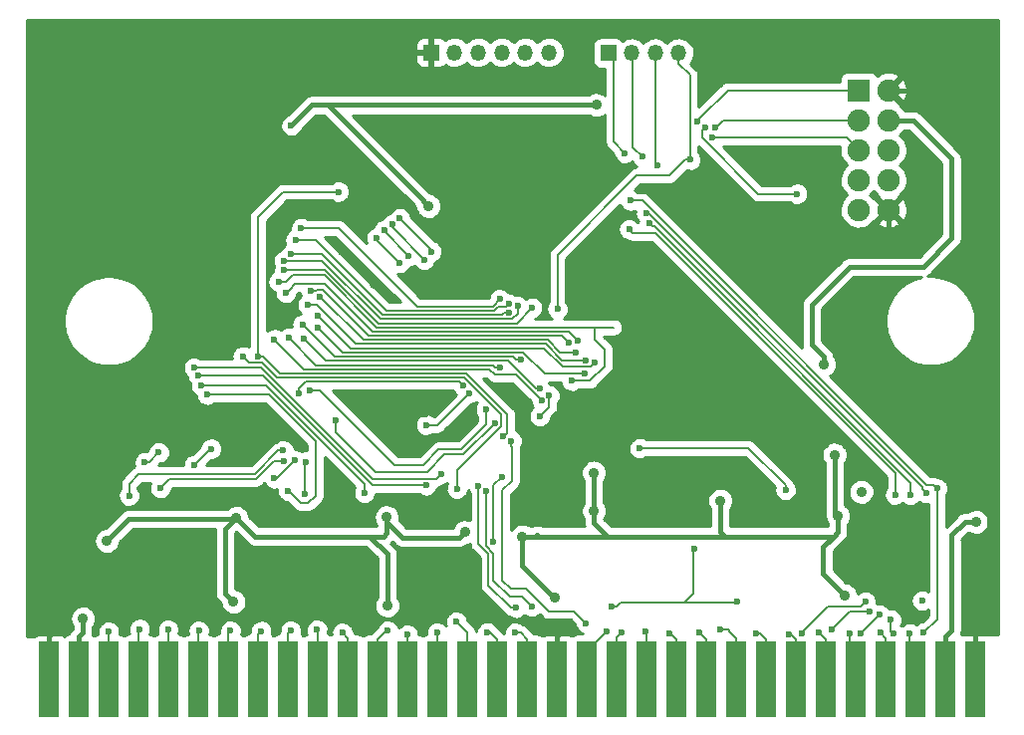
<source format=gbr>
G04 #@! TF.GenerationSoftware,KiCad,Pcbnew,(5.99.0-1468-g7e1294a4b)*
G04 #@! TF.CreationDate,2020-08-22T19:19:53+02:00*
G04 #@! TF.ProjectId,MD_Flash_8M,4d445f46-6c61-4736-985f-384d2e6b6963,rev?*
G04 #@! TF.SameCoordinates,Original*
G04 #@! TF.FileFunction,Copper,L2,Bot*
G04 #@! TF.FilePolarity,Positive*
%FSLAX46Y46*%
G04 Gerber Fmt 4.6, Leading zero omitted, Abs format (unit mm)*
G04 Created by KiCad (PCBNEW (5.99.0-1468-g7e1294a4b)) date 2020-08-22 19:19:53*
%MOMM*%
%LPD*%
G01*
G04 APERTURE LIST*
G04 #@! TA.AperFunction,ComponentPad*
%ADD10R,1.350000X1.350000*%
G04 #@! TD*
G04 #@! TA.AperFunction,ComponentPad*
%ADD11O,1.350000X1.350000*%
G04 #@! TD*
G04 #@! TA.AperFunction,ComponentPad*
%ADD12R,1.900000X1.900000*%
G04 #@! TD*
G04 #@! TA.AperFunction,ComponentPad*
%ADD13C,1.900000*%
G04 #@! TD*
G04 #@! TA.AperFunction,SMDPad,CuDef*
%ADD14R,1.676400X6.451600*%
G04 #@! TD*
G04 #@! TA.AperFunction,ViaPad*
%ADD15C,0.889000*%
G04 #@! TD*
G04 #@! TA.AperFunction,ViaPad*
%ADD16C,0.600000*%
G04 #@! TD*
G04 #@! TA.AperFunction,Conductor*
%ADD17C,0.400000*%
G04 #@! TD*
G04 #@! TA.AperFunction,Conductor*
%ADD18C,0.410000*%
G04 #@! TD*
G04 #@! TA.AperFunction,Conductor*
%ADD19C,0.200000*%
G04 #@! TD*
G04 #@! TA.AperFunction,Conductor*
%ADD20C,0.254000*%
G04 #@! TD*
G04 APERTURE END LIST*
D10*
X198575000Y-47925000D03*
D11*
X200575000Y-47925000D03*
X202575000Y-47925000D03*
X204575000Y-47925000D03*
D10*
X183525000Y-47875000D03*
D11*
X185525000Y-47875000D03*
X187525000Y-47875000D03*
X189525000Y-47875000D03*
X191525000Y-47875000D03*
X193525000Y-47875000D03*
D12*
X219855000Y-51095000D03*
D13*
X222395000Y-51095000D03*
X219855000Y-53635000D03*
X222395000Y-53635000D03*
X219855000Y-56175000D03*
X222395000Y-56175000D03*
X219855000Y-58715000D03*
X222395000Y-58715000D03*
X219855000Y-61255000D03*
X222395000Y-61255000D03*
D14*
X227241100Y-101193600D03*
X224701100Y-101193600D03*
X222161100Y-101193600D03*
X219621100Y-101193600D03*
X217081100Y-101193600D03*
X214541100Y-101193600D03*
X212001100Y-101193600D03*
X209461100Y-101193600D03*
X206921100Y-101193600D03*
X204381100Y-101193600D03*
X201841100Y-101193600D03*
X199301100Y-101193600D03*
X196761100Y-101193600D03*
X194221100Y-101193600D03*
X191681100Y-101193600D03*
X189141100Y-101193600D03*
X186601100Y-101193600D03*
X184061100Y-101193600D03*
X181521100Y-101193600D03*
X178981100Y-101193600D03*
X176441100Y-101193600D03*
X173901100Y-101193600D03*
X171361100Y-101193600D03*
X168821100Y-101193600D03*
X166281100Y-101193600D03*
X163741100Y-101193600D03*
X161201100Y-101193600D03*
X158661100Y-101193600D03*
X156121100Y-101193600D03*
X153581100Y-101193600D03*
X151041100Y-101193600D03*
X229781100Y-101193600D03*
D15*
X229810000Y-87790000D03*
D16*
X183110000Y-79550000D03*
X183000000Y-78680000D03*
X175437590Y-79125000D03*
X186780000Y-76840000D03*
X186250000Y-76220000D03*
D15*
X220100000Y-85225000D03*
X153924000Y-96012000D03*
D16*
X225250000Y-94475000D03*
X215025000Y-97275000D03*
X220450000Y-94575000D03*
X217550000Y-96950010D03*
X220750000Y-95425000D03*
X222800000Y-97275000D03*
X222600000Y-96097600D03*
X200450000Y-60475000D03*
X226524998Y-84950000D03*
X225375000Y-97225000D03*
X180200000Y-62475000D03*
X182950000Y-65500000D03*
X183550000Y-64825000D03*
X180850000Y-61975000D03*
X168775000Y-73722412D03*
X175650000Y-59725000D03*
X189650000Y-80525000D03*
X188925000Y-79400000D03*
X173250000Y-76625000D03*
X188199703Y-78227697D03*
X172300000Y-76875000D03*
X172850000Y-82675000D03*
X172775000Y-85400000D03*
X164825000Y-81575000D03*
X163375000Y-82950000D03*
X164483540Y-76975000D03*
X171375000Y-85150000D03*
X177860000Y-85320000D03*
X163983160Y-76200000D03*
X183075000Y-84682410D03*
X163750000Y-75350000D03*
X163381189Y-74694179D03*
X184402400Y-83700000D03*
X178875000Y-63675000D03*
X180850000Y-65775000D03*
X179525000Y-62975000D03*
X181625000Y-65175000D03*
X192921490Y-77443496D03*
X170175000Y-72275000D03*
X192775000Y-76475000D03*
X172700000Y-72200000D03*
X196600000Y-75175000D03*
X173900000Y-71275000D03*
X196672511Y-74070189D03*
X173050000Y-69322600D03*
X173280102Y-68128675D03*
X195200000Y-72550000D03*
X213650000Y-85075000D03*
X201250000Y-81525000D03*
X195475000Y-75800000D03*
X170550000Y-67375000D03*
X171012900Y-65600052D03*
X190867503Y-69429259D03*
X190136425Y-69251355D03*
X171981630Y-63815301D03*
X189354821Y-74634122D03*
X171400000Y-72150000D03*
X207690000Y-54300000D03*
X206122466Y-53715179D03*
X206835545Y-54228583D03*
X214625000Y-59900000D03*
X207375000Y-55125000D03*
X191156636Y-73984420D03*
X172600000Y-71000000D03*
X197425419Y-74259634D03*
X173850000Y-70225000D03*
X195783823Y-73385095D03*
X174075000Y-68625000D03*
X171175000Y-68325000D03*
X195975000Y-72400000D03*
X171047601Y-66352401D03*
X192100000Y-69592787D03*
X190118191Y-70005201D03*
X171620613Y-65022601D03*
X193560758Y-77046684D03*
X192771639Y-78804811D03*
X172482010Y-62800000D03*
X189354821Y-68850009D03*
X222970406Y-85478006D03*
X200371887Y-62928113D03*
X202054274Y-62385500D03*
X224278225Y-85506217D03*
X201789733Y-61570960D03*
X225575000Y-85300000D03*
X187551796Y-84724867D03*
X190725000Y-95100000D03*
X188172590Y-85150000D03*
X192075000Y-94975000D03*
X188797590Y-89450000D03*
X189525000Y-83950000D03*
X205550000Y-57000000D03*
X194250000Y-69700000D03*
X205875000Y-90075000D03*
X209550000Y-94550000D03*
X198900000Y-95000000D03*
X160500000Y-84925000D03*
X170975000Y-82600000D03*
X157850000Y-85550000D03*
X170950000Y-81725000D03*
X170200000Y-84100000D03*
X171975000Y-82575000D03*
X167500000Y-73722410D03*
X185725000Y-84975000D03*
X159192410Y-82700000D03*
X160370000Y-81880000D03*
D15*
X216925000Y-74400000D03*
X155956000Y-89408000D03*
D16*
X171637500Y-54087500D03*
D15*
X194000000Y-94225001D03*
X183287500Y-60937500D03*
X197350000Y-86850000D03*
X208100000Y-85975000D03*
X197575000Y-52350000D03*
X186375000Y-88675000D03*
X217825000Y-82075000D03*
X191275000Y-89025000D03*
X197350000Y-83600000D03*
X218100000Y-87275000D03*
X179750000Y-87400000D03*
X166950000Y-87450000D03*
D16*
X220009389Y-97240615D03*
X221625000Y-95650000D03*
X161175000Y-96975000D03*
X188300006Y-97175000D03*
X166475000Y-97050000D03*
X171600000Y-97050000D03*
X175975000Y-97225000D03*
X181525000Y-97375000D03*
X185675002Y-96275000D03*
X190675002Y-97225000D03*
X199725000Y-97225000D03*
X201775000Y-97100000D03*
X206275000Y-97175000D03*
X208075000Y-96975000D03*
X213900000Y-97325000D03*
X219100000Y-97250000D03*
X211147590Y-97281958D03*
X203746887Y-97278113D03*
X198450000Y-97125000D03*
X184050000Y-97225000D03*
X179850022Y-97050000D03*
X173825000Y-96975000D03*
X169075000Y-97075000D03*
X163775000Y-97050000D03*
X216500000Y-97200000D03*
X221700000Y-97225000D03*
X224200000Y-97275000D03*
X158750000Y-96900000D03*
X156125000Y-97125000D03*
D15*
X229825000Y-51425000D03*
X201275000Y-80025000D03*
X202225000Y-73550000D03*
X221900000Y-72925000D03*
D16*
X150876000Y-97028000D03*
X149606000Y-96647000D03*
D15*
X176025490Y-64725000D03*
X224510000Y-61280000D03*
X168475000Y-54000000D03*
X181450004Y-47875000D03*
X211275000Y-56850000D03*
X176775000Y-62375000D03*
X194290989Y-82759011D03*
D16*
X163925000Y-56400000D03*
X173425000Y-56125000D03*
D15*
X183425000Y-63050000D03*
X178725000Y-67525000D03*
X194725000Y-96550000D03*
D16*
X201950000Y-66550000D03*
X198025000Y-67000000D03*
X184365921Y-80640921D03*
X196700000Y-96400000D03*
X190345179Y-80900000D03*
X200000000Y-56425000D03*
X201450000Y-56750000D03*
X202750000Y-57475000D03*
D15*
X229781100Y-96038900D03*
X163545000Y-90275000D03*
X155740000Y-94830000D03*
X166730000Y-94590000D03*
X179800000Y-94900000D03*
X218680000Y-94040000D03*
D17*
X227769500Y-88920500D02*
X227769500Y-89408000D01*
X229810000Y-87790000D02*
X228900000Y-87790000D01*
X228900000Y-87790000D02*
X227769500Y-88920500D01*
D18*
X157834000Y-87530000D02*
X166870000Y-87530000D01*
X155956000Y-89408000D02*
X157834000Y-87530000D01*
X166870000Y-87530000D02*
X166950000Y-87450000D01*
D19*
X157850000Y-84547590D02*
X158672590Y-83725000D01*
X157850000Y-85550000D02*
X157850000Y-84547590D01*
X168525736Y-83725000D02*
X170525736Y-81725000D01*
X158672590Y-83725000D02*
X168525736Y-83725000D01*
X170525736Y-81725000D02*
X170950000Y-81725000D01*
X182210000Y-81340000D02*
X181140000Y-80270000D01*
X182240000Y-78680000D02*
X183000000Y-78680000D01*
X183769079Y-80640921D02*
X183070000Y-81340000D01*
X181140000Y-80270000D02*
X181140000Y-79780000D01*
X184365921Y-80640921D02*
X183769079Y-80640921D01*
X183070000Y-81340000D02*
X182210000Y-81340000D01*
X181140000Y-79780000D02*
X182240000Y-78680000D01*
X183110000Y-79550000D02*
X184070000Y-79550000D01*
X184070000Y-79550000D02*
X186780000Y-76840000D01*
X188199703Y-79520297D02*
X186110000Y-81610000D01*
X188199703Y-78227697D02*
X188199703Y-79520297D01*
X184650000Y-82070000D02*
X183190000Y-83530000D01*
X188925000Y-79400000D02*
X186255000Y-82070000D01*
X175437590Y-80157590D02*
X175437590Y-79125000D01*
X180420000Y-82950000D02*
X174095000Y-76625000D01*
X183190000Y-83530000D02*
X178810000Y-83530000D01*
X186255000Y-82070000D02*
X184650000Y-82070000D01*
X186110000Y-81610000D02*
X184170000Y-81610000D01*
X178810000Y-83530000D02*
X175437590Y-80157590D01*
X182830000Y-82950000D02*
X180420000Y-82950000D01*
X184170000Y-81610000D02*
X182830000Y-82950000D01*
X174095000Y-76625000D02*
X173250000Y-76625000D01*
X189477401Y-79665153D02*
X189477401Y-78629845D01*
X169171582Y-74274814D02*
X168052404Y-74274814D01*
X170416957Y-75520189D02*
X169171582Y-74274814D01*
X172300000Y-76875000D02*
X172300000Y-76450736D01*
X172860736Y-75890000D02*
X185920000Y-75890000D01*
X185920000Y-75890000D02*
X186250000Y-76220000D01*
X172300000Y-76450736D02*
X172860736Y-75890000D01*
X185725000Y-83417554D02*
X189477401Y-79665153D01*
X189949999Y-80225001D02*
X189949999Y-78604059D01*
X189949999Y-78604059D02*
X186513718Y-75167778D01*
X186513718Y-75167778D02*
X170644630Y-75167778D01*
X169199264Y-73722412D02*
X168775000Y-73722412D01*
X185725000Y-84975000D02*
X185725000Y-83417554D01*
X170644630Y-75167778D02*
X169199264Y-73722412D01*
X168052404Y-74274814D02*
X167500000Y-73722410D01*
X189650000Y-80525000D02*
X189949999Y-80225001D01*
X186367745Y-75520189D02*
X170416957Y-75520189D01*
X189477401Y-78629845D02*
X186367745Y-75520189D01*
X186597813Y-74815367D02*
X188485367Y-74815367D01*
X192451378Y-76475000D02*
X192775000Y-76475000D01*
X190737994Y-75260000D02*
X192921490Y-77443496D01*
X190058099Y-74081721D02*
X192451378Y-76475000D01*
X172700000Y-72200000D02*
X174581721Y-74081721D01*
X188930000Y-75260000D02*
X190737994Y-75260000D01*
X174581721Y-74081721D02*
X190058099Y-74081721D01*
X188485367Y-74815367D02*
X188930000Y-75260000D01*
D18*
X153924000Y-97214900D02*
X153924000Y-96012000D01*
X153581100Y-101193600D02*
X153581100Y-97557800D01*
X153581100Y-97557800D02*
X153924000Y-97214900D01*
D19*
X220025000Y-95000000D02*
X217200000Y-95000000D01*
X220450000Y-94575000D02*
X220025000Y-95000000D01*
X217200000Y-95000000D02*
X215025000Y-97175000D01*
X215025000Y-97175000D02*
X215025000Y-97275000D01*
X217849999Y-96650011D02*
X217550000Y-96950010D01*
X220750000Y-95425000D02*
X219075010Y-95425000D01*
X219075010Y-95425000D02*
X217849999Y-96650011D01*
X222600000Y-97075000D02*
X222800000Y-97275000D01*
X222600000Y-96097600D02*
X222600000Y-97075000D01*
X226224999Y-84650001D02*
X225650001Y-84650001D01*
X201475000Y-60475000D02*
X200450000Y-60475000D01*
X226524998Y-84950000D02*
X226224999Y-84650001D01*
X225650001Y-84650001D02*
X201475000Y-60475000D01*
X225375000Y-97225000D02*
X226524998Y-96075002D01*
X226524998Y-96075002D02*
X226524998Y-85374264D01*
X226524998Y-85374264D02*
X226524998Y-84950000D01*
X180200000Y-62750000D02*
X180200000Y-62475000D01*
X182950000Y-65500000D02*
X180200000Y-62750000D01*
X183550000Y-64675000D02*
X183550000Y-64825000D01*
X180850000Y-61975000D02*
X183550000Y-64675000D01*
X175650000Y-59725000D02*
X170950000Y-59725000D01*
X170950000Y-59725000D02*
X168775000Y-61900000D01*
X168775000Y-73298148D02*
X168775000Y-73722412D01*
X168775000Y-61900000D02*
X168775000Y-73298148D01*
X172775000Y-82750000D02*
X172850000Y-82675000D01*
X172775000Y-85400000D02*
X172775000Y-82750000D01*
X164750000Y-81575000D02*
X164825000Y-81575000D01*
X163375000Y-82950000D02*
X164750000Y-81575000D01*
X172415000Y-86190000D02*
X171674999Y-85449999D01*
X173700000Y-85570000D02*
X173080000Y-86190000D01*
X173080000Y-86190000D02*
X172415000Y-86190000D01*
X173700000Y-80946768D02*
X173700000Y-85570000D01*
X164483540Y-76975000D02*
X169728232Y-76975000D01*
X169728232Y-76975000D02*
X173700000Y-80946768D01*
X171674999Y-85449999D02*
X171375000Y-85150000D01*
X169451616Y-76200000D02*
X177860000Y-84608384D01*
X177860000Y-84895736D02*
X177860000Y-85320000D01*
X163983160Y-76200000D02*
X169451616Y-76200000D01*
X177860000Y-84608384D02*
X177860000Y-84895736D01*
X163750000Y-75350000D02*
X169250000Y-75350000D01*
X178582410Y-84682410D02*
X182650736Y-84682410D01*
X169250000Y-75350000D02*
X178582410Y-84682410D01*
X182650736Y-84682410D02*
X183075000Y-84682410D01*
X178528384Y-84130000D02*
X169092563Y-74694179D01*
X183972400Y-84130000D02*
X178528384Y-84130000D01*
X184402400Y-83700000D02*
X183972400Y-84130000D01*
X163805453Y-74694179D02*
X163381189Y-74694179D01*
X169092563Y-74694179D02*
X163805453Y-74694179D01*
X178875000Y-63800000D02*
X178875000Y-63675000D01*
X180850000Y-65775000D02*
X178875000Y-63800000D01*
X179525000Y-63075000D02*
X179525000Y-62975000D01*
X181625000Y-65175000D02*
X179525000Y-63075000D01*
X170175000Y-72275000D02*
X172715367Y-74815367D01*
X172715367Y-74815367D02*
X186597813Y-74815367D01*
X191368950Y-73376899D02*
X193167051Y-75175000D01*
X196175736Y-75175000D02*
X196600000Y-75175000D01*
X173900000Y-71275000D02*
X176001899Y-73376899D01*
X193167051Y-75175000D02*
X196175736Y-75175000D01*
X176001899Y-73376899D02*
X191368950Y-73376899D01*
X194654255Y-74070189D02*
X196248247Y-74070189D01*
X196248247Y-74070189D02*
X196672511Y-74070189D01*
X177114632Y-72672078D02*
X193256144Y-72672078D01*
X173050000Y-69322600D02*
X173765154Y-69322600D01*
X173765154Y-69322600D02*
X177114632Y-72672078D01*
X193256144Y-72672078D02*
X194654255Y-74070189D01*
X174332797Y-68065243D02*
X173767798Y-68065243D01*
X173767798Y-68065243D02*
X173704366Y-68128675D01*
X194617255Y-71967255D02*
X178234809Y-71967255D01*
X195200000Y-72550000D02*
X194617255Y-71967255D01*
X178234809Y-71967255D02*
X174332797Y-68065243D01*
X173704366Y-68128675D02*
X173280102Y-68128675D01*
X201250000Y-81525000D02*
X210500000Y-81525000D01*
X210500000Y-81525000D02*
X213650000Y-84675000D01*
X213650000Y-84675000D02*
X213650000Y-85075000D01*
X197025000Y-75800000D02*
X195475000Y-75800000D01*
X198275000Y-74550000D02*
X197025000Y-75800000D01*
X198275000Y-73150000D02*
X198275000Y-74550000D01*
X197412567Y-72287567D02*
X198275000Y-73150000D01*
X199062433Y-71262433D02*
X197412567Y-71262433D01*
X197412567Y-71262433D02*
X178915665Y-71262433D01*
X197412567Y-71262433D02*
X197412567Y-72287567D01*
X170974264Y-67375000D02*
X170550000Y-67375000D01*
X178915665Y-71262433D02*
X174453233Y-66800001D01*
X171774263Y-66800001D02*
X171199264Y-67375000D01*
X171199264Y-67375000D02*
X170974264Y-67375000D01*
X174453233Y-66800001D02*
X171774263Y-66800001D01*
X190867503Y-69429259D02*
X190867503Y-70066560D01*
X190867503Y-70066560D02*
X190376454Y-70557609D01*
X174250052Y-65600052D02*
X171437164Y-65600052D01*
X171437164Y-65600052D02*
X171012900Y-65600052D01*
X179207609Y-70557609D02*
X174250052Y-65600052D01*
X190376454Y-70557609D02*
X179207609Y-70557609D01*
X189210804Y-69492410D02*
X188890803Y-69812411D01*
X188890803Y-69812411D02*
X179686675Y-69812411D01*
X173689565Y-63815301D02*
X172405894Y-63815301D01*
X189895370Y-69492410D02*
X189210804Y-69492410D01*
X190136425Y-69251355D02*
X189895370Y-69492410D01*
X179686675Y-69812411D02*
X173689565Y-63815301D01*
X172405894Y-63815301D02*
X171981630Y-63815301D01*
X188930557Y-74634122D02*
X189354821Y-74634122D01*
X188759393Y-74462958D02*
X188930557Y-74634122D01*
X173712958Y-74462958D02*
X188759393Y-74462958D01*
X171400000Y-72150000D02*
X173712958Y-74462958D01*
X208355000Y-53635000D02*
X207989999Y-54000001D01*
X207989999Y-54000001D02*
X207690000Y-54300000D01*
X219855000Y-53635000D02*
X208355000Y-53635000D01*
X219855000Y-51095000D02*
X208742645Y-51095000D01*
X206422465Y-53415180D02*
X206122466Y-53715179D01*
X208742645Y-51095000D02*
X206422465Y-53415180D01*
X206535546Y-55103100D02*
X206535546Y-54528582D01*
X206535546Y-54528582D02*
X206835545Y-54228583D01*
X211332446Y-59900000D02*
X206535546Y-55103100D01*
X214625000Y-59900000D02*
X211332446Y-59900000D01*
X207375000Y-55125000D02*
X218805000Y-55125000D01*
X218805000Y-55125000D02*
X219855000Y-56175000D01*
X190732372Y-73984420D02*
X191156636Y-73984420D01*
X190477262Y-73729310D02*
X190732372Y-73984420D01*
X175329310Y-73729310D02*
X190477262Y-73729310D01*
X172600000Y-71000000D02*
X175329310Y-73729310D01*
X197062454Y-74622599D02*
X197125420Y-74559633D01*
X176649488Y-73024488D02*
X193110170Y-73024488D01*
X173850000Y-70225000D02*
X176649488Y-73024488D01*
X193110170Y-73024488D02*
X194708281Y-74622599D01*
X194708281Y-74622599D02*
X197062454Y-74622599D01*
X197125420Y-74559633D02*
X197425419Y-74259634D01*
X174075000Y-68625000D02*
X177769666Y-72319666D01*
X193419666Y-72319666D02*
X194485095Y-73385095D01*
X194485095Y-73385095D02*
X195359559Y-73385095D01*
X177769666Y-72319666D02*
X193419666Y-72319666D01*
X195359559Y-73385095D02*
X195783823Y-73385095D01*
X171949999Y-67550001D02*
X171474999Y-68025001D01*
X174471683Y-67550001D02*
X171949999Y-67550001D01*
X195189844Y-71614844D02*
X178536526Y-71614844D01*
X195975000Y-72400000D02*
X195189844Y-71614844D01*
X178536526Y-71614844D02*
X174471683Y-67550001D01*
X171474999Y-68025001D02*
X171175000Y-68325000D01*
X192100000Y-69592787D02*
X190782767Y-70910020D01*
X190782767Y-70910020D02*
X179061636Y-70910020D01*
X179061636Y-70910020D02*
X174504017Y-66352401D01*
X174504017Y-66352401D02*
X171471865Y-66352401D01*
X171471865Y-66352401D02*
X171047601Y-66352401D01*
X190118191Y-70005201D02*
X189693927Y-70005201D01*
X189693927Y-70005201D02*
X189534308Y-70164820D01*
X189534308Y-70164820D02*
X179389820Y-70164820D01*
X179389820Y-70164820D02*
X174247601Y-65022601D01*
X172044877Y-65022601D02*
X171620613Y-65022601D01*
X174247601Y-65022601D02*
X172044877Y-65022601D01*
X193560758Y-78015692D02*
X193560758Y-77470948D01*
X193560758Y-77470948D02*
X193560758Y-77046684D01*
X192771639Y-78804811D02*
X193560758Y-78015692D01*
X182335000Y-69460000D02*
X175675000Y-62800000D01*
X189354821Y-68850009D02*
X188744830Y-69460000D01*
X188744830Y-69460000D02*
X182335000Y-69460000D01*
X175675000Y-62800000D02*
X172906274Y-62800000D01*
X172906274Y-62800000D02*
X172482010Y-62800000D01*
X222970406Y-83645406D02*
X222970406Y-85053742D01*
X222970406Y-85053742D02*
X222970406Y-85478006D01*
X202553112Y-63228112D02*
X222970406Y-83645406D01*
X200671886Y-63228112D02*
X202553112Y-63228112D01*
X200371887Y-62928113D02*
X200671886Y-63228112D01*
X224278225Y-85506217D02*
X224278225Y-84454841D01*
X224278225Y-84454841D02*
X202508883Y-62685499D01*
X202508883Y-62685499D02*
X202354273Y-62685499D01*
X202354273Y-62685499D02*
X202054274Y-62385500D01*
X225275001Y-85000001D02*
X225275001Y-84825001D01*
X225275001Y-84825001D02*
X202020960Y-61570960D01*
X202020960Y-61570960D02*
X201789733Y-61570960D01*
X225575000Y-85300000D02*
X225275001Y-85000001D01*
X190725000Y-95100000D02*
X190300736Y-95100000D01*
X190300736Y-95100000D02*
X188400000Y-93199264D01*
X188400000Y-93199264D02*
X188400000Y-90540938D01*
X188400000Y-90540938D02*
X187551796Y-89692734D01*
X187551796Y-89692734D02*
X187551796Y-85149131D01*
X187551796Y-85149131D02*
X187551796Y-84724867D01*
X188172590Y-89815144D02*
X188172590Y-85574264D01*
X188172590Y-85574264D02*
X188172590Y-85150000D01*
X188825000Y-90467554D02*
X188172590Y-89815144D01*
X188825000Y-92800000D02*
X188825000Y-90467554D01*
X190200000Y-94175000D02*
X188825000Y-92800000D01*
X192075000Y-94975000D02*
X191275000Y-94175000D01*
X191275000Y-94175000D02*
X190200000Y-94175000D01*
X188797590Y-89025736D02*
X188797590Y-89450000D01*
X189525000Y-83950000D02*
X188797590Y-84677410D01*
X188797590Y-84677410D02*
X188797590Y-89025736D01*
X201000000Y-58350000D02*
X194250000Y-65100000D01*
X194250000Y-65100000D02*
X194250000Y-69700000D01*
X203775736Y-58350000D02*
X201000000Y-58350000D01*
X205550000Y-57000000D02*
X205125736Y-57000000D01*
X205125736Y-57000000D02*
X203775736Y-58350000D01*
X205545000Y-57000000D02*
X205550000Y-57000000D01*
X205510000Y-56965000D02*
X205545000Y-57000000D01*
X204575000Y-48879594D02*
X205510000Y-49814594D01*
X204575000Y-47925000D02*
X204575000Y-48879594D01*
X205510000Y-49814594D02*
X205510000Y-56965000D01*
X205800000Y-90150000D02*
X205875000Y-90075000D01*
X205800000Y-93925000D02*
X205800000Y-90150000D01*
X199649264Y-94675000D02*
X204925000Y-94675000D01*
X204925000Y-94675000D02*
X205050000Y-94675000D01*
X204925000Y-94675000D02*
X209425000Y-94675000D01*
X209425000Y-94675000D02*
X209550000Y-94550000D01*
X205050000Y-94675000D02*
X205800000Y-93925000D01*
X198900000Y-95000000D02*
X199324264Y-95000000D01*
X199324264Y-95000000D02*
X199649264Y-94675000D01*
X170180000Y-82600000D02*
X168660000Y-84120000D01*
X170975000Y-82600000D02*
X170180000Y-82600000D01*
X168660000Y-84120000D02*
X161305000Y-84120000D01*
X161305000Y-84120000D02*
X160500000Y-84925000D01*
X170450000Y-84100000D02*
X170200000Y-84100000D01*
X171975000Y-82575000D02*
X170450000Y-84100000D01*
X160370000Y-81880000D02*
X159550000Y-82700000D01*
X159550000Y-82700000D02*
X159192410Y-82700000D01*
D17*
X227775000Y-56925000D02*
X224485000Y-53635000D01*
X224485000Y-53635000D02*
X222395000Y-53635000D01*
X227775000Y-63700000D02*
X227775000Y-56925000D01*
X225350000Y-66125000D02*
X227775000Y-63700000D01*
X219075000Y-66125000D02*
X225350000Y-66125000D01*
X215850000Y-69350000D02*
X219075000Y-66125000D01*
X215850000Y-72696383D02*
X215850000Y-69350000D01*
X216925000Y-74400000D02*
X216925000Y-73771383D01*
X216925000Y-73771383D02*
X215850000Y-72696383D01*
D18*
X168525000Y-89025000D02*
X166950000Y-87450000D01*
X173375000Y-52350000D02*
X171637500Y-54087500D01*
X191275000Y-91500001D02*
X193555501Y-93780502D01*
X191275000Y-89025000D02*
X191275000Y-91500001D01*
X193555501Y-93780502D02*
X194000000Y-94225001D01*
X182843001Y-60493001D02*
X182843001Y-60443001D01*
X183287500Y-60937500D02*
X182843001Y-60493001D01*
X182843001Y-60443001D02*
X174750000Y-52350000D01*
X174750000Y-52350000D02*
X173375000Y-52350000D01*
X174700000Y-52350000D02*
X182375000Y-52350000D01*
X182375000Y-52350000D02*
X197575000Y-52350000D01*
X197350000Y-83600000D02*
X197350000Y-86850000D01*
X197350000Y-86850000D02*
X197350000Y-87875000D01*
X208100000Y-88625000D02*
X208500000Y-89025000D01*
X208100000Y-85975000D02*
X208100000Y-88625000D01*
X208500000Y-89025000D02*
X209400000Y-89025000D01*
X209400000Y-89025000D02*
X217750000Y-89025000D01*
X204500000Y-89025000D02*
X209400000Y-89025000D01*
X179750000Y-87800000D02*
X179750000Y-87400000D01*
X179750000Y-88750000D02*
X179750000Y-87800000D01*
X186375000Y-88675000D02*
X185930501Y-89119499D01*
X185930501Y-89119499D02*
X181069499Y-89119499D01*
X181069499Y-89119499D02*
X179750000Y-87800000D01*
X217825000Y-82075000D02*
X217825000Y-87000000D01*
X217825000Y-87000000D02*
X218100000Y-87275000D01*
X191275000Y-89025000D02*
X192375000Y-89025000D01*
X198500000Y-89025000D02*
X204500000Y-89025000D01*
X192375000Y-89025000D02*
X198500000Y-89025000D01*
X197350000Y-87875000D02*
X198500000Y-89025000D01*
X218100000Y-88675000D02*
X218100000Y-87275000D01*
X217750000Y-89025000D02*
X218100000Y-88675000D01*
X192375000Y-89025000D02*
X192525000Y-88875000D01*
X179475000Y-89025000D02*
X179750000Y-88750000D01*
X227769500Y-97029400D02*
X227769500Y-89408000D01*
X227241100Y-97557800D02*
X227769500Y-97029400D01*
X227241100Y-101193600D02*
X227241100Y-97557800D01*
X227241100Y-97557800D02*
X227250000Y-97548900D01*
D19*
X221625000Y-95650000D02*
X220034385Y-97240615D01*
X220034385Y-97240615D02*
X220009389Y-97240615D01*
X161201100Y-97001100D02*
X161175000Y-96975000D01*
X161201100Y-101193600D02*
X161201100Y-97001100D01*
X189141100Y-101193600D02*
X189141100Y-97767800D01*
X189141100Y-97767800D02*
X188548300Y-97175000D01*
X188548300Y-97175000D02*
X188300006Y-97175000D01*
X166281100Y-97243900D02*
X166475000Y-97050000D01*
X166281100Y-101193600D02*
X166281100Y-97243900D01*
X171361100Y-97288900D02*
X171600000Y-97050000D01*
X171361100Y-101193600D02*
X171361100Y-97288900D01*
X176441100Y-97691100D02*
X175975000Y-97225000D01*
X176441100Y-101193600D02*
X176441100Y-97691100D01*
X181521100Y-97378900D02*
X181525000Y-97375000D01*
X181521100Y-101193600D02*
X181521100Y-97378900D01*
X186601100Y-101193600D02*
X186601100Y-97201098D01*
X186601100Y-97201098D02*
X185975001Y-96574999D01*
X185975001Y-96574999D02*
X185675002Y-96275000D01*
X191681100Y-101193600D02*
X191681100Y-97767800D01*
X191099266Y-97225000D02*
X190675002Y-97225000D01*
X191681100Y-97767800D02*
X191138300Y-97225000D01*
X191138300Y-97225000D02*
X191099266Y-97225000D01*
X199725000Y-97225000D02*
X199301100Y-97648900D01*
X199301100Y-97648900D02*
X199301100Y-101193600D01*
X199301100Y-101193600D02*
X199301100Y-97728510D01*
X201841100Y-97166100D02*
X201775000Y-97100000D01*
X201841100Y-101193600D02*
X201841100Y-97166100D01*
X206921100Y-101193600D02*
X206921100Y-97767800D01*
X206328300Y-97175000D02*
X206275000Y-97175000D01*
X206921100Y-97767800D02*
X206328300Y-97175000D01*
X209461100Y-97711100D02*
X208950000Y-97200000D01*
X209461100Y-101193600D02*
X209461100Y-97711100D01*
X208950000Y-97200000D02*
X208950000Y-97175000D01*
X208950000Y-97175000D02*
X208750000Y-96975000D01*
X208750000Y-96975000D02*
X208075000Y-96975000D01*
X214541100Y-97767800D02*
X214098300Y-97325000D01*
X214541100Y-101193600D02*
X214541100Y-97767800D01*
X214098300Y-97325000D02*
X213900000Y-97325000D01*
X219100000Y-97250000D02*
X219100000Y-100672500D01*
X219100000Y-100672500D02*
X219621100Y-101193600D01*
X212001100Y-101193600D02*
X212001100Y-97767800D01*
X212001100Y-97767800D02*
X211515258Y-97281958D01*
X211515258Y-97281958D02*
X211147590Y-97281958D01*
X204381100Y-101193600D02*
X204381100Y-97767800D01*
X204381100Y-97767800D02*
X203891413Y-97278113D01*
X203891413Y-97278113D02*
X203746887Y-97278113D01*
X196761100Y-98806000D02*
X198442100Y-97125000D01*
X196761100Y-101193600D02*
X196761100Y-98806000D01*
X198442100Y-97125000D02*
X198450000Y-97125000D01*
X196761100Y-101193600D02*
X196761100Y-98261100D01*
X184061100Y-97236100D02*
X184050000Y-97225000D01*
X184061100Y-101193600D02*
X184061100Y-97236100D01*
X178981100Y-101193600D02*
X178981100Y-97767800D01*
X178981100Y-97767800D02*
X179698900Y-97050000D01*
X179698900Y-97050000D02*
X179850022Y-97050000D01*
X173901100Y-97051100D02*
X173825000Y-96975000D01*
X173901100Y-101193600D02*
X173901100Y-97051100D01*
X168821100Y-97328900D02*
X169075000Y-97075000D01*
X168821100Y-101193600D02*
X168821100Y-97328900D01*
X163741100Y-97083900D02*
X163775000Y-97050000D01*
X163741100Y-101193600D02*
X163741100Y-97083900D01*
X217081100Y-97767800D02*
X216513300Y-97200000D01*
X217081100Y-101193600D02*
X217081100Y-97767800D01*
X216513300Y-97200000D02*
X216500000Y-97200000D01*
X222161100Y-97686100D02*
X221700000Y-97225000D01*
X222161100Y-101193600D02*
X222161100Y-97686100D01*
X224200000Y-97275000D02*
X224200000Y-100692500D01*
X224200000Y-100692500D02*
X224701100Y-101193600D01*
X158661100Y-96988900D02*
X158750000Y-96900000D01*
X158661100Y-101193600D02*
X158661100Y-96988900D01*
X156121100Y-97128900D02*
X156125000Y-97125000D01*
X156121100Y-101193600D02*
X156121100Y-97128900D01*
D17*
X216775000Y-62300000D02*
X218275000Y-63800000D01*
X211275000Y-56850000D02*
X211903617Y-56850000D01*
X222395000Y-63005000D02*
X222395000Y-61255000D01*
X216775000Y-58725000D02*
X216775000Y-62300000D01*
X215450000Y-57400000D02*
X216775000Y-58725000D01*
X212453617Y-57400000D02*
X215450000Y-57400000D01*
X211903617Y-56850000D02*
X212453617Y-57400000D01*
X218275000Y-63800000D02*
X221600000Y-63800000D01*
X221600000Y-63800000D02*
X222395000Y-63005000D01*
X229495000Y-51095000D02*
X229825000Y-51425000D01*
X222395000Y-51095000D02*
X229495000Y-51095000D01*
X201950000Y-80025000D02*
X203500000Y-78475000D01*
X201275000Y-80025000D02*
X201950000Y-80025000D01*
X203500000Y-78475000D02*
X203500000Y-74825000D01*
X203500000Y-74825000D02*
X202225000Y-73550000D01*
D18*
X151041100Y-101193600D02*
X151041100Y-97193100D01*
X151041100Y-97193100D02*
X150876000Y-97028000D01*
X229781100Y-101193600D02*
X229781100Y-97557800D01*
X176025490Y-64825490D02*
X176025490Y-64725000D01*
X178725000Y-67525000D02*
X176025490Y-64825490D01*
X194221100Y-101193600D02*
X194221100Y-97053900D01*
X194221100Y-97053900D02*
X194280501Y-96994499D01*
X194280501Y-96994499D02*
X194725000Y-96550000D01*
D19*
X201175000Y-65775000D02*
X201950000Y-66550000D01*
X198800000Y-65775000D02*
X201175000Y-65775000D01*
X198324999Y-66250001D02*
X198800000Y-65775000D01*
X198025000Y-67000000D02*
X198324999Y-66700001D01*
X198324999Y-66700001D02*
X198324999Y-66250001D01*
X189575000Y-92775000D02*
X189575000Y-85101617D01*
X190300000Y-93500000D02*
X189575000Y-92775000D01*
X196700000Y-96400000D02*
X195675000Y-95375000D01*
X190345179Y-81324264D02*
X190345179Y-80900000D01*
X191620000Y-93500000D02*
X190300000Y-93500000D01*
X193495000Y-95375000D02*
X191620000Y-93500000D01*
X189575000Y-85101617D02*
X190375000Y-84301617D01*
X195675000Y-95375000D02*
X193495000Y-95375000D01*
X190375000Y-84301617D02*
X190375000Y-81354085D01*
X190375000Y-81354085D02*
X190345179Y-81324264D01*
X200675000Y-55975000D02*
X200675000Y-48025000D01*
X201450000Y-56750000D02*
X200675000Y-55975000D01*
X200675000Y-48025000D02*
X200575000Y-47925000D01*
X199050000Y-55475000D02*
X199050000Y-48400000D01*
X200000000Y-56425000D02*
X199050000Y-55475000D01*
X199050000Y-48400000D02*
X198575000Y-47925000D01*
X202575000Y-57300000D02*
X202750000Y-57475000D01*
X202575000Y-47925000D02*
X202575000Y-57300000D01*
D17*
X229781100Y-97557800D02*
X229781100Y-96038900D01*
X155500000Y-94590000D02*
X155740000Y-94830000D01*
X155500000Y-92290000D02*
X155500000Y-94590000D01*
X157515000Y-90275000D02*
X155500000Y-92290000D01*
X163545000Y-90275000D02*
X157515000Y-90275000D01*
X165990000Y-88410000D02*
X166950000Y-87450000D01*
X166730000Y-94590000D02*
X165990000Y-93850000D01*
X165990000Y-93850000D02*
X165990000Y-88410000D01*
X179800000Y-90510000D02*
X178315000Y-89025000D01*
X179800000Y-94900000D02*
X179800000Y-90510000D01*
D18*
X179475000Y-89025000D02*
X178315000Y-89025000D01*
X178315000Y-89025000D02*
X168525000Y-89025000D01*
D17*
X216850000Y-89925000D02*
X217750000Y-89025000D01*
X216850000Y-92210000D02*
X216850000Y-89925000D01*
X218680000Y-94040000D02*
X216850000Y-92210000D01*
G36*
X220712227Y-45092212D02*
G01*
X231690871Y-45125221D01*
X231673245Y-97374686D01*
X230862948Y-97376390D01*
X230849180Y-97368441D01*
X230828463Y-97360900D01*
X230635762Y-97326922D01*
X230624801Y-97325963D01*
X229982909Y-97325963D01*
X229930523Y-97378349D01*
X229632305Y-97378976D01*
X229579292Y-97325963D01*
X228934642Y-97325963D01*
X228918266Y-97328119D01*
X228721315Y-97380892D01*
X228552902Y-97381246D01*
X228559933Y-97362489D01*
X228593699Y-97290569D01*
X228599008Y-97273015D01*
X228602676Y-97248470D01*
X228611921Y-97223809D01*
X228615776Y-97206275D01*
X228622497Y-97115846D01*
X228625807Y-97093698D01*
X228626500Y-97084373D01*
X228626500Y-97061966D01*
X228632625Y-96979557D01*
X228631404Y-96961645D01*
X228626500Y-96938672D01*
X228626500Y-89351027D01*
X228625863Y-89342085D01*
X228621500Y-89311622D01*
X228621500Y-89273409D01*
X229192595Y-88702315D01*
X229211640Y-88718071D01*
X229225026Y-88726566D01*
X229461241Y-88837720D01*
X229476319Y-88842619D01*
X229732754Y-88891537D01*
X229748577Y-88892532D01*
X230009122Y-88876140D01*
X230024696Y-88873169D01*
X230272978Y-88792498D01*
X230287324Y-88785747D01*
X230507744Y-88645864D01*
X230519959Y-88635758D01*
X230698668Y-88445453D01*
X230707987Y-88432627D01*
X230833753Y-88203858D01*
X230839589Y-88189117D01*
X230904512Y-87936260D01*
X230906499Y-87920530D01*
X230906499Y-87659470D01*
X230904512Y-87643740D01*
X230839589Y-87390883D01*
X230833753Y-87376142D01*
X230707987Y-87147373D01*
X230698668Y-87134547D01*
X230519959Y-86944242D01*
X230507744Y-86934136D01*
X230287324Y-86794253D01*
X230272978Y-86787502D01*
X230024696Y-86706831D01*
X230009122Y-86703860D01*
X229748577Y-86687468D01*
X229732754Y-86688463D01*
X229476319Y-86737381D01*
X229461241Y-86742280D01*
X229225026Y-86853434D01*
X229211640Y-86861929D01*
X229119685Y-86938000D01*
X228995448Y-86938000D01*
X228977876Y-86934024D01*
X228959981Y-86932584D01*
X228872684Y-86938000D01*
X228843391Y-86938000D01*
X228834448Y-86938637D01*
X228813074Y-86941699D01*
X228734501Y-86946573D01*
X228716920Y-86950213D01*
X228692795Y-86958923D01*
X228667394Y-86962561D01*
X228650162Y-86967600D01*
X228578472Y-87000195D01*
X228504247Y-87026991D01*
X228488080Y-87035650D01*
X228468297Y-87050289D01*
X228444508Y-87061105D01*
X228429383Y-87070778D01*
X228361123Y-87129595D01*
X228343253Y-87142817D01*
X228336169Y-87148921D01*
X228320451Y-87164640D01*
X228258240Y-87218244D01*
X228246438Y-87231773D01*
X228233763Y-87251328D01*
X227276998Y-88208094D01*
X227276998Y-85541825D01*
X227394075Y-85357342D01*
X227401226Y-85341721D01*
X227471699Y-85108308D01*
X227474398Y-85090670D01*
X227477136Y-84829244D01*
X227474807Y-84811554D01*
X227409239Y-84576715D01*
X227402416Y-84560948D01*
X227276281Y-84352676D01*
X227265470Y-84339325D01*
X227087973Y-84172645D01*
X227073970Y-84162693D01*
X226858189Y-84049886D01*
X226842025Y-84044066D01*
X226603856Y-83993442D01*
X226600345Y-83993184D01*
X226578777Y-83977514D01*
X226561106Y-83968510D01*
X226513672Y-83953098D01*
X226469223Y-83930450D01*
X226450361Y-83924322D01*
X226401088Y-83916517D01*
X226353652Y-83901104D01*
X226334063Y-83898002D01*
X226279481Y-83898002D01*
X226279469Y-83898001D01*
X225961489Y-83898001D01*
X217437139Y-75373652D01*
X217622744Y-75255864D01*
X217634959Y-75245758D01*
X217813668Y-75055453D01*
X217822987Y-75042627D01*
X217948753Y-74813858D01*
X217954589Y-74799117D01*
X218019512Y-74546260D01*
X218021499Y-74530530D01*
X218021499Y-74269470D01*
X218019512Y-74253740D01*
X217954589Y-74000883D01*
X217948753Y-73986142D01*
X217822987Y-73757373D01*
X217813668Y-73744547D01*
X217776192Y-73704640D01*
X217773302Y-73684458D01*
X217768427Y-73605885D01*
X217764787Y-73588304D01*
X217756077Y-73564179D01*
X217752439Y-73538777D01*
X217747400Y-73521545D01*
X217714809Y-73449864D01*
X217688011Y-73375633D01*
X217679352Y-73359466D01*
X217664711Y-73339680D01*
X217653894Y-73315890D01*
X217644222Y-73300766D01*
X217585416Y-73232519D01*
X217572183Y-73214636D01*
X217566080Y-73207553D01*
X217550360Y-73191834D01*
X217496756Y-73129623D01*
X217483227Y-73117821D01*
X217463675Y-73105148D01*
X216702000Y-72343474D01*
X216702000Y-69702908D01*
X219427909Y-66977000D01*
X225153185Y-66977000D01*
X224982991Y-67013176D01*
X224976617Y-67014884D01*
X224601604Y-67136733D01*
X224595443Y-67139098D01*
X224235222Y-67299479D01*
X224229342Y-67302475D01*
X223887859Y-67499630D01*
X223882324Y-67503224D01*
X223563319Y-67734995D01*
X223558190Y-67739148D01*
X223265160Y-68002995D01*
X223260495Y-68007660D01*
X222996648Y-68300690D01*
X222992495Y-68305819D01*
X222760724Y-68624824D01*
X222757130Y-68630359D01*
X222559975Y-68971842D01*
X222556979Y-68977722D01*
X222396598Y-69337943D01*
X222394233Y-69344104D01*
X222272384Y-69719117D01*
X222270676Y-69725491D01*
X222188694Y-70111185D01*
X222187662Y-70117703D01*
X222146445Y-70509855D01*
X222146100Y-70516445D01*
X222146100Y-70910755D01*
X222146445Y-70917345D01*
X222187662Y-71309497D01*
X222188694Y-71316015D01*
X222270676Y-71701709D01*
X222272384Y-71708083D01*
X222394233Y-72083096D01*
X222396598Y-72089257D01*
X222556979Y-72449478D01*
X222559975Y-72455358D01*
X222757130Y-72796841D01*
X222760724Y-72802376D01*
X222992495Y-73121381D01*
X222996648Y-73126510D01*
X223260495Y-73419540D01*
X223265160Y-73424205D01*
X223558190Y-73688052D01*
X223563319Y-73692205D01*
X223882324Y-73923976D01*
X223887859Y-73927570D01*
X224229342Y-74124725D01*
X224235222Y-74127721D01*
X224595443Y-74288102D01*
X224601604Y-74290467D01*
X224976617Y-74412316D01*
X224982991Y-74414024D01*
X225368685Y-74496006D01*
X225375203Y-74497038D01*
X225767355Y-74538255D01*
X225773945Y-74538600D01*
X226168255Y-74538600D01*
X226174845Y-74538255D01*
X226566997Y-74497038D01*
X226573515Y-74496006D01*
X226959209Y-74414024D01*
X226965583Y-74412316D01*
X227340596Y-74290467D01*
X227346757Y-74288102D01*
X227706978Y-74127721D01*
X227712858Y-74124725D01*
X228054341Y-73927570D01*
X228059876Y-73923976D01*
X228378881Y-73692205D01*
X228384010Y-73688052D01*
X228677040Y-73424205D01*
X228681705Y-73419540D01*
X228945552Y-73126510D01*
X228949705Y-73121381D01*
X229181476Y-72802376D01*
X229185070Y-72796841D01*
X229382225Y-72455358D01*
X229385221Y-72449478D01*
X229545602Y-72089257D01*
X229547967Y-72083096D01*
X229669816Y-71708083D01*
X229671524Y-71701709D01*
X229753506Y-71316015D01*
X229754538Y-71309497D01*
X229795755Y-70917345D01*
X229796100Y-70910755D01*
X229796100Y-70516445D01*
X229795755Y-70509855D01*
X229754538Y-70117703D01*
X229753506Y-70111185D01*
X229671524Y-69725491D01*
X229669816Y-69719117D01*
X229547967Y-69344104D01*
X229545602Y-69337943D01*
X229385221Y-68977722D01*
X229382225Y-68971842D01*
X229185070Y-68630359D01*
X229181476Y-68624824D01*
X228949705Y-68305819D01*
X228945552Y-68300690D01*
X228681705Y-68007660D01*
X228677040Y-68002995D01*
X228384010Y-67739148D01*
X228378881Y-67734995D01*
X228059876Y-67503224D01*
X228054341Y-67499630D01*
X227712858Y-67302475D01*
X227706978Y-67299479D01*
X227346757Y-67139098D01*
X227340596Y-67136733D01*
X226965583Y-67014884D01*
X226959209Y-67013176D01*
X226573515Y-66931194D01*
X226566997Y-66930162D01*
X226174845Y-66888945D01*
X226168255Y-66888600D01*
X225773945Y-66888600D01*
X225767355Y-66888945D01*
X225733224Y-66892532D01*
X225745751Y-66888010D01*
X225761918Y-66879350D01*
X225781700Y-66864712D01*
X225805493Y-66853894D01*
X225820618Y-66844221D01*
X225888878Y-66785404D01*
X225906744Y-66772184D01*
X225913829Y-66766080D01*
X225929542Y-66750366D01*
X225991760Y-66696756D01*
X226003562Y-66683227D01*
X226016239Y-66663669D01*
X228309960Y-64369949D01*
X228325199Y-64360334D01*
X228338871Y-64348698D01*
X228396778Y-64283131D01*
X228417484Y-64262426D01*
X228423357Y-64255651D01*
X228436305Y-64238375D01*
X228488418Y-64179370D01*
X228498274Y-64164364D01*
X228509175Y-64141147D01*
X228524566Y-64120610D01*
X228533187Y-64104863D01*
X228560830Y-64031126D01*
X228594368Y-63959691D01*
X228599677Y-63942137D01*
X228603314Y-63917796D01*
X228612488Y-63893325D01*
X228616343Y-63875791D01*
X228623021Y-63785934D01*
X228626307Y-63763948D01*
X228627000Y-63754624D01*
X228627000Y-63732389D01*
X228633085Y-63650500D01*
X228631864Y-63632588D01*
X228627000Y-63609803D01*
X228627000Y-57020447D01*
X228630976Y-57002875D01*
X228632416Y-56984980D01*
X228627000Y-56897685D01*
X228627000Y-56868391D01*
X228626363Y-56859448D01*
X228623302Y-56838075D01*
X228618427Y-56759502D01*
X228614787Y-56741921D01*
X228606077Y-56717796D01*
X228602439Y-56692394D01*
X228597400Y-56675162D01*
X228564809Y-56603481D01*
X228538011Y-56529250D01*
X228529352Y-56513083D01*
X228514711Y-56493297D01*
X228503894Y-56469507D01*
X228494222Y-56454383D01*
X228435416Y-56386136D01*
X228422183Y-56368253D01*
X228416080Y-56361170D01*
X228400360Y-56345451D01*
X228346756Y-56283240D01*
X228333227Y-56271438D01*
X228313672Y-56258763D01*
X225154952Y-53100044D01*
X225145333Y-53084800D01*
X225133698Y-53071128D01*
X225068118Y-53013210D01*
X225047426Y-52992517D01*
X225040652Y-52986644D01*
X225023381Y-52973699D01*
X224964369Y-52921582D01*
X224949363Y-52911725D01*
X224926142Y-52900823D01*
X224905610Y-52885435D01*
X224889862Y-52876813D01*
X224816130Y-52849172D01*
X224744691Y-52815632D01*
X224727136Y-52810323D01*
X224702795Y-52806686D01*
X224678324Y-52797512D01*
X224660790Y-52793657D01*
X224570935Y-52786979D01*
X224548948Y-52783693D01*
X224539624Y-52783000D01*
X224517388Y-52783000D01*
X224435500Y-52776915D01*
X224417588Y-52778136D01*
X224394803Y-52783000D01*
X223753743Y-52783000D01*
X223745442Y-52767519D01*
X223739824Y-52758835D01*
X223585625Y-52558605D01*
X223578665Y-52550956D01*
X223393835Y-52378599D01*
X223385719Y-52372189D01*
X223353216Y-52350595D01*
X223366104Y-52247125D01*
X222213980Y-51095000D01*
X222266171Y-51042809D01*
X222628210Y-51042809D01*
X222628210Y-51147191D01*
X223546763Y-52065743D01*
X223668756Y-52050764D01*
X223817222Y-51803673D01*
X223821804Y-51794402D01*
X223913869Y-51561872D01*
X223916876Y-51551977D01*
X223969890Y-51306778D01*
X223971297Y-51294978D01*
X223979185Y-50972262D01*
X223978356Y-50960407D01*
X223937383Y-50712911D01*
X223934863Y-50702881D01*
X223854266Y-50466131D01*
X223850143Y-50456648D01*
X223731962Y-50236240D01*
X223726344Y-50227556D01*
X223655989Y-50136199D01*
X223542180Y-50128840D01*
X222628210Y-51042809D01*
X222266171Y-51042809D01*
X223362252Y-49946728D01*
X223350394Y-49827929D01*
X223167460Y-49706389D01*
X223158407Y-49701392D01*
X222930292Y-49598872D01*
X222920543Y-49595420D01*
X222678748Y-49531535D01*
X222668567Y-49529722D01*
X222419583Y-49506186D01*
X222409242Y-49506059D01*
X222159759Y-49523505D01*
X222149536Y-49525069D01*
X221906252Y-49583028D01*
X221896422Y-49586241D01*
X221665870Y-49683156D01*
X221656697Y-49687931D01*
X221445070Y-49821200D01*
X221436800Y-49827409D01*
X221392663Y-49866596D01*
X221360935Y-49794262D01*
X221349513Y-49776781D01*
X221216927Y-49632754D01*
X221200449Y-49619929D01*
X221028282Y-49526756D01*
X221008532Y-49519976D01*
X220820598Y-49488616D01*
X220810211Y-49487755D01*
X218901092Y-49487755D01*
X218893292Y-49488239D01*
X218749941Y-49506108D01*
X218732335Y-49510956D01*
X218554262Y-49589065D01*
X218536781Y-49600487D01*
X218392754Y-49733073D01*
X218379929Y-49749551D01*
X218286756Y-49921718D01*
X218279976Y-49941468D01*
X218248616Y-50129402D01*
X218247755Y-50139789D01*
X218247755Y-50343000D01*
X208688175Y-50343000D01*
X208688163Y-50343001D01*
X208633580Y-50343001D01*
X208613992Y-50346103D01*
X208566552Y-50361516D01*
X208517283Y-50369321D01*
X208498421Y-50375449D01*
X208453974Y-50398096D01*
X208406537Y-50413509D01*
X208388865Y-50422513D01*
X208348507Y-50451835D01*
X208304067Y-50474478D01*
X208288022Y-50486135D01*
X208248912Y-50525246D01*
X208248897Y-50525259D01*
X206262000Y-52512158D01*
X206262000Y-49760124D01*
X206261999Y-49760112D01*
X206261999Y-49705529D01*
X206258897Y-49685940D01*
X206243484Y-49638505D01*
X206235679Y-49589232D01*
X206229550Y-49570370D01*
X206206905Y-49525928D01*
X206191491Y-49478488D01*
X206182487Y-49460816D01*
X206153168Y-49420461D01*
X206130522Y-49376016D01*
X206118864Y-49359970D01*
X206082050Y-49323157D01*
X206082043Y-49323148D01*
X205566423Y-48807529D01*
X205593970Y-48779983D01*
X205601358Y-48771100D01*
X205732716Y-48579972D01*
X205738361Y-48569892D01*
X205832689Y-48358029D01*
X205836403Y-48347088D01*
X205890735Y-48120778D01*
X205892459Y-48107684D01*
X205900215Y-47811517D01*
X205899178Y-47798351D01*
X205856764Y-47569507D01*
X205853628Y-47558388D01*
X205770518Y-47341877D01*
X205765408Y-47331515D01*
X205644233Y-47133776D01*
X205637320Y-47124518D01*
X205482139Y-46952172D01*
X205473655Y-46944330D01*
X205289665Y-46803150D01*
X205279894Y-46796985D01*
X205073258Y-46691698D01*
X205062527Y-46687416D01*
X204840162Y-46621549D01*
X204828831Y-46619295D01*
X204598188Y-46595053D01*
X204586635Y-46594902D01*
X204355435Y-46613098D01*
X204344049Y-46615054D01*
X204120037Y-46675079D01*
X204109197Y-46679077D01*
X203899875Y-46778919D01*
X203889947Y-46784826D01*
X203702324Y-46921142D01*
X203693637Y-46928760D01*
X203574295Y-47054521D01*
X203482139Y-46952172D01*
X203473655Y-46944330D01*
X203289665Y-46803150D01*
X203279894Y-46796985D01*
X203073258Y-46691698D01*
X203062527Y-46687416D01*
X202840162Y-46621549D01*
X202828831Y-46619295D01*
X202598188Y-46595053D01*
X202586635Y-46594902D01*
X202355435Y-46613098D01*
X202344049Y-46615054D01*
X202120037Y-46675079D01*
X202109197Y-46679077D01*
X201899875Y-46778919D01*
X201889947Y-46784826D01*
X201702324Y-46921142D01*
X201693637Y-46928760D01*
X201574295Y-47054521D01*
X201482139Y-46952172D01*
X201473655Y-46944330D01*
X201289665Y-46803150D01*
X201279894Y-46796985D01*
X201073258Y-46691698D01*
X201062527Y-46687416D01*
X200840162Y-46621549D01*
X200828831Y-46619295D01*
X200598188Y-46595053D01*
X200586635Y-46594902D01*
X200355435Y-46613098D01*
X200344049Y-46615054D01*
X200120037Y-46675079D01*
X200109197Y-46679077D01*
X199899875Y-46778919D01*
X199889947Y-46784826D01*
X199779278Y-46865232D01*
X199661927Y-46737754D01*
X199645449Y-46724929D01*
X199473282Y-46631756D01*
X199453532Y-46624976D01*
X199265598Y-46593616D01*
X199255211Y-46592755D01*
X197896092Y-46592755D01*
X197888292Y-46593239D01*
X197744941Y-46611108D01*
X197727335Y-46615956D01*
X197549262Y-46694065D01*
X197531781Y-46705487D01*
X197387754Y-46838073D01*
X197374929Y-46854551D01*
X197281756Y-47026718D01*
X197274976Y-47046468D01*
X197243616Y-47234402D01*
X197242755Y-47244789D01*
X197242755Y-48603908D01*
X197243239Y-48611708D01*
X197261108Y-48755059D01*
X197265956Y-48772665D01*
X197344065Y-48950738D01*
X197355487Y-48968219D01*
X197488073Y-49112246D01*
X197504551Y-49125071D01*
X197676718Y-49218244D01*
X197696468Y-49225024D01*
X197884402Y-49256384D01*
X197894789Y-49257245D01*
X198298001Y-49257245D01*
X198298001Y-51518130D01*
X198284959Y-51504242D01*
X198272744Y-51494136D01*
X198052324Y-51354253D01*
X198037978Y-51347502D01*
X197789696Y-51266831D01*
X197774122Y-51263860D01*
X197513577Y-51247468D01*
X197497754Y-51248463D01*
X197241319Y-51297381D01*
X197226241Y-51302280D01*
X196990026Y-51413434D01*
X196976640Y-51421929D01*
X196890729Y-51493000D01*
X174782579Y-51493000D01*
X174700156Y-51486875D01*
X174682244Y-51488096D01*
X174659271Y-51493000D01*
X173471010Y-51493000D01*
X173453279Y-51488988D01*
X173435384Y-51487548D01*
X173347510Y-51493000D01*
X173318027Y-51493000D01*
X173309084Y-51493637D01*
X173287564Y-51496719D01*
X173208477Y-51501626D01*
X173190896Y-51505266D01*
X173166580Y-51514045D01*
X173140975Y-51517712D01*
X173123743Y-51522751D01*
X173051597Y-51555555D01*
X172976878Y-51582529D01*
X172960710Y-51591189D01*
X172940769Y-51605945D01*
X172916787Y-51616849D01*
X172901662Y-51626522D01*
X172832961Y-51685718D01*
X172814966Y-51699034D01*
X172807881Y-51705138D01*
X172792048Y-51720971D01*
X172729433Y-51774923D01*
X172717631Y-51788452D01*
X172704851Y-51808169D01*
X171324727Y-53188293D01*
X171209430Y-53228444D01*
X171194123Y-53236243D01*
X170994182Y-53375205D01*
X170981536Y-53386834D01*
X170826329Y-53574446D01*
X170817276Y-53589047D01*
X170718240Y-53811486D01*
X170713448Y-53827983D01*
X170677878Y-54068860D01*
X170677698Y-54086039D01*
X170708215Y-54327608D01*
X170712661Y-54344202D01*
X170807017Y-54568666D01*
X170815762Y-54583454D01*
X170967005Y-54774275D01*
X170979405Y-54786165D01*
X171176392Y-54929285D01*
X171191533Y-54937403D01*
X171419751Y-55022277D01*
X171436517Y-55026024D01*
X171679152Y-55046399D01*
X171696308Y-55045500D01*
X171935485Y-54999875D01*
X171951767Y-54994395D01*
X172169863Y-54886131D01*
X172184072Y-54876475D01*
X172365020Y-54713548D01*
X172376109Y-54700427D01*
X172506577Y-54494842D01*
X172513728Y-54479222D01*
X172537936Y-54399044D01*
X173729981Y-53207000D01*
X174395021Y-53207000D01*
X182073490Y-60885470D01*
X182075531Y-60891124D01*
X182084190Y-60907290D01*
X182098946Y-60927231D01*
X182109850Y-60951213D01*
X182119523Y-60966338D01*
X182178716Y-61035034D01*
X182192035Y-61053035D01*
X182197713Y-61059625D01*
X182216006Y-61204429D01*
X182219949Y-61219785D01*
X182316051Y-61462512D01*
X182323689Y-61476406D01*
X182477136Y-61687607D01*
X182487989Y-61699165D01*
X182689140Y-61865571D01*
X182702526Y-61874066D01*
X182938741Y-61985220D01*
X182953819Y-61990119D01*
X183210254Y-62039037D01*
X183226077Y-62040032D01*
X183486622Y-62023640D01*
X183502196Y-62020669D01*
X183750478Y-61939998D01*
X183764824Y-61933247D01*
X183985244Y-61793364D01*
X183997459Y-61783258D01*
X184176168Y-61592953D01*
X184185487Y-61580127D01*
X184311253Y-61351358D01*
X184317089Y-61336617D01*
X184382012Y-61083760D01*
X184383999Y-61068030D01*
X184383999Y-60806970D01*
X184382012Y-60791240D01*
X184317089Y-60538383D01*
X184311253Y-60523642D01*
X184185487Y-60294873D01*
X184176168Y-60282047D01*
X183997459Y-60091742D01*
X183985244Y-60081636D01*
X183764824Y-59941753D01*
X183750478Y-59935002D01*
X183502196Y-59854331D01*
X183486623Y-59851360D01*
X183463278Y-59849891D01*
X183418078Y-59797434D01*
X183404549Y-59785632D01*
X183384832Y-59772852D01*
X176818980Y-53207000D01*
X196890729Y-53207000D01*
X196976640Y-53278071D01*
X196990026Y-53286566D01*
X197226241Y-53397720D01*
X197241319Y-53402619D01*
X197497754Y-53451537D01*
X197513577Y-53452532D01*
X197774122Y-53436140D01*
X197789696Y-53433169D01*
X198037978Y-53352498D01*
X198052324Y-53345747D01*
X198272744Y-53205864D01*
X198284959Y-53195758D01*
X198298000Y-53181871D01*
X198298000Y-55529469D01*
X198298001Y-55529481D01*
X198298001Y-55584064D01*
X198301103Y-55603652D01*
X198316516Y-55651092D01*
X198324321Y-55700361D01*
X198330449Y-55719223D01*
X198353096Y-55763670D01*
X198368509Y-55811107D01*
X198377513Y-55828779D01*
X198406835Y-55869137D01*
X198429478Y-55913577D01*
X198441135Y-55929622D01*
X198479011Y-55967497D01*
X198479020Y-55967508D01*
X199055402Y-56543891D01*
X199070715Y-56665108D01*
X199075162Y-56681702D01*
X199169517Y-56906166D01*
X199178262Y-56920954D01*
X199329505Y-57111775D01*
X199341905Y-57123665D01*
X199538892Y-57266785D01*
X199554033Y-57274903D01*
X199782251Y-57359777D01*
X199799017Y-57363524D01*
X200041652Y-57383899D01*
X200058808Y-57383000D01*
X200297985Y-57337375D01*
X200314267Y-57331895D01*
X200532363Y-57223631D01*
X200546572Y-57213975D01*
X200594246Y-57171049D01*
X200619517Y-57231166D01*
X200628262Y-57245954D01*
X200779505Y-57436775D01*
X200791905Y-57448665D01*
X200988892Y-57591785D01*
X201000484Y-57598000D01*
X200945530Y-57598000D01*
X200945518Y-57598001D01*
X200890935Y-57598001D01*
X200871346Y-57601103D01*
X200823911Y-57616516D01*
X200774638Y-57624321D01*
X200755776Y-57630450D01*
X200711334Y-57653095D01*
X200663894Y-57668509D01*
X200646222Y-57677513D01*
X200605871Y-57706830D01*
X200561421Y-57729478D01*
X200545376Y-57741136D01*
X193679020Y-64607492D01*
X193679011Y-64607503D01*
X193641135Y-64645378D01*
X193629478Y-64661423D01*
X193606835Y-64705863D01*
X193577513Y-64746221D01*
X193568509Y-64763893D01*
X193553096Y-64811330D01*
X193530449Y-64855777D01*
X193524321Y-64874639D01*
X193516516Y-64923908D01*
X193501103Y-64971348D01*
X193498001Y-64990936D01*
X193498001Y-65045519D01*
X193498000Y-65045531D01*
X193498001Y-69115420D01*
X193438829Y-69186946D01*
X193429776Y-69201547D01*
X193330740Y-69423986D01*
X193325948Y-69440483D01*
X193290378Y-69681360D01*
X193290198Y-69698539D01*
X193320715Y-69940108D01*
X193325161Y-69956702D01*
X193419517Y-70181166D01*
X193428262Y-70195954D01*
X193579505Y-70386775D01*
X193591905Y-70398665D01*
X193745740Y-70510433D01*
X192370353Y-70510433D01*
X192397985Y-70505162D01*
X192414267Y-70499682D01*
X192632363Y-70391418D01*
X192646572Y-70381762D01*
X192827520Y-70218835D01*
X192838609Y-70205714D01*
X192969077Y-70000129D01*
X192976228Y-69984508D01*
X193046701Y-69751095D01*
X193049400Y-69733457D01*
X193052138Y-69472031D01*
X193049809Y-69454341D01*
X192984241Y-69219502D01*
X192977418Y-69203735D01*
X192851283Y-68995463D01*
X192840472Y-68982112D01*
X192662975Y-68815432D01*
X192648972Y-68805480D01*
X192433191Y-68692673D01*
X192417027Y-68686853D01*
X192178858Y-68636229D01*
X192161724Y-68634970D01*
X191918716Y-68650259D01*
X191901875Y-68653655D01*
X191671930Y-68733731D01*
X191656623Y-68741530D01*
X191581512Y-68793733D01*
X191430478Y-68651904D01*
X191416475Y-68641952D01*
X191200694Y-68529145D01*
X191184530Y-68523325D01*
X190946361Y-68472701D01*
X190929227Y-68471442D01*
X190711278Y-68485154D01*
X190699400Y-68474000D01*
X190685396Y-68464048D01*
X190469616Y-68351241D01*
X190453452Y-68345421D01*
X190215283Y-68294797D01*
X190198149Y-68293538D01*
X190133316Y-68297617D01*
X190106104Y-68252685D01*
X190095293Y-68239334D01*
X189917796Y-68072654D01*
X189903793Y-68062702D01*
X189688012Y-67949895D01*
X189671848Y-67944075D01*
X189433679Y-67893451D01*
X189416545Y-67892192D01*
X189173537Y-67907481D01*
X189156696Y-67910877D01*
X188926751Y-67990953D01*
X188911444Y-67998752D01*
X188711503Y-68137714D01*
X188698857Y-68149343D01*
X188543650Y-68336955D01*
X188534597Y-68351556D01*
X188435561Y-68573994D01*
X188430769Y-68590492D01*
X188413417Y-68708000D01*
X182646488Y-68708000D01*
X180652286Y-66713799D01*
X180891652Y-66733899D01*
X180908808Y-66733000D01*
X181147985Y-66687375D01*
X181164267Y-66681895D01*
X181382363Y-66573631D01*
X181396572Y-66563975D01*
X181577520Y-66401048D01*
X181588609Y-66387927D01*
X181719077Y-66182342D01*
X181726228Y-66166722D01*
X181739624Y-66122353D01*
X181922985Y-66087375D01*
X181939267Y-66081895D01*
X182124661Y-65989865D01*
X182128262Y-65995954D01*
X182279505Y-66186775D01*
X182291905Y-66198665D01*
X182488892Y-66341785D01*
X182504033Y-66349903D01*
X182732251Y-66434777D01*
X182749017Y-66438524D01*
X182991652Y-66458899D01*
X183008808Y-66458000D01*
X183247985Y-66412375D01*
X183264267Y-66406895D01*
X183482363Y-66298631D01*
X183496572Y-66288975D01*
X183677520Y-66126048D01*
X183688609Y-66112927D01*
X183819077Y-65907342D01*
X183826228Y-65891721D01*
X183876284Y-65725930D01*
X184082363Y-65623631D01*
X184096572Y-65613975D01*
X184277520Y-65451048D01*
X184288609Y-65437927D01*
X184419077Y-65232342D01*
X184426228Y-65216721D01*
X184496701Y-64983308D01*
X184499400Y-64965670D01*
X184502138Y-64704244D01*
X184499809Y-64686554D01*
X184434241Y-64451715D01*
X184427418Y-64435948D01*
X184301283Y-64227676D01*
X184290472Y-64214325D01*
X184112975Y-64047645D01*
X184098972Y-64037693D01*
X183883191Y-63924886D01*
X183867027Y-63919066D01*
X183854996Y-63916509D01*
X181802040Y-61863553D01*
X181802138Y-61854244D01*
X181799809Y-61836554D01*
X181734241Y-61601715D01*
X181727418Y-61585948D01*
X181601283Y-61377676D01*
X181590472Y-61364325D01*
X181412975Y-61197645D01*
X181398972Y-61187693D01*
X181183191Y-61074886D01*
X181167027Y-61069066D01*
X180928858Y-61018442D01*
X180911724Y-61017183D01*
X180668716Y-61032472D01*
X180651875Y-61035868D01*
X180421930Y-61115944D01*
X180406623Y-61123743D01*
X180206682Y-61262705D01*
X180194036Y-61274334D01*
X180038829Y-61461946D01*
X180029776Y-61476547D01*
X180003511Y-61535538D01*
X180001875Y-61535868D01*
X179771930Y-61615944D01*
X179756623Y-61623743D01*
X179556682Y-61762705D01*
X179544036Y-61774334D01*
X179388829Y-61961946D01*
X179379776Y-61976547D01*
X179355199Y-62031750D01*
X179343716Y-62032472D01*
X179326875Y-62035868D01*
X179096930Y-62115944D01*
X179081623Y-62123743D01*
X178881682Y-62262705D01*
X178869036Y-62274334D01*
X178713829Y-62461946D01*
X178704776Y-62476547D01*
X178605740Y-62698985D01*
X178600948Y-62715483D01*
X178593658Y-62764847D01*
X178446930Y-62815944D01*
X178431623Y-62823743D01*
X178231682Y-62962705D01*
X178219036Y-62974334D01*
X178063829Y-63161946D01*
X178054776Y-63176547D01*
X177955740Y-63398986D01*
X177950948Y-63415483D01*
X177915378Y-63656360D01*
X177915198Y-63673539D01*
X177945715Y-63915108D01*
X177950161Y-63931702D01*
X178008158Y-64069670D01*
X176171908Y-62233421D01*
X176129624Y-62191136D01*
X176113579Y-62179478D01*
X176069129Y-62156830D01*
X176028778Y-62127513D01*
X176011107Y-62118509D01*
X175963673Y-62103097D01*
X175919224Y-62080449D01*
X175900362Y-62074321D01*
X175851089Y-62066516D01*
X175803653Y-62051103D01*
X175784064Y-62048001D01*
X175729482Y-62048001D01*
X175729470Y-62048000D01*
X173071986Y-62048000D01*
X173044985Y-62022645D01*
X173030982Y-62012693D01*
X172815201Y-61899886D01*
X172799037Y-61894066D01*
X172560868Y-61843442D01*
X172543734Y-61842183D01*
X172300726Y-61857472D01*
X172283885Y-61860868D01*
X172053940Y-61940944D01*
X172038633Y-61948743D01*
X171838692Y-62087705D01*
X171826046Y-62099334D01*
X171670839Y-62286946D01*
X171661786Y-62301547D01*
X171562750Y-62523986D01*
X171557958Y-62540483D01*
X171522388Y-62781360D01*
X171522208Y-62798539D01*
X171542822Y-62961716D01*
X171538252Y-62964044D01*
X171338312Y-63103006D01*
X171325666Y-63114635D01*
X171170459Y-63302247D01*
X171161406Y-63316848D01*
X171062370Y-63539287D01*
X171057578Y-63555784D01*
X171022008Y-63796661D01*
X171021828Y-63813840D01*
X171052345Y-64055409D01*
X171056791Y-64072003D01*
X171116341Y-64213667D01*
X170977295Y-64310306D01*
X170964649Y-64321935D01*
X170809442Y-64509547D01*
X170800389Y-64524148D01*
X170725681Y-64691946D01*
X170584830Y-64740996D01*
X170569523Y-64748795D01*
X170369582Y-64887757D01*
X170356936Y-64899386D01*
X170201729Y-65086998D01*
X170192676Y-65101599D01*
X170093640Y-65324038D01*
X170088848Y-65340535D01*
X170053278Y-65581412D01*
X170053098Y-65598591D01*
X170083615Y-65840160D01*
X170088061Y-65856754D01*
X170155111Y-66016261D01*
X170128341Y-66076387D01*
X170123548Y-66092884D01*
X170087979Y-66333761D01*
X170087799Y-66350940D01*
X170109447Y-66522304D01*
X170106623Y-66523743D01*
X169906682Y-66662705D01*
X169894036Y-66674334D01*
X169738829Y-66861946D01*
X169729776Y-66876547D01*
X169630740Y-67098986D01*
X169625948Y-67115483D01*
X169590378Y-67356360D01*
X169590198Y-67373539D01*
X169620715Y-67615108D01*
X169625161Y-67631702D01*
X169719517Y-67856166D01*
X169728262Y-67870954D01*
X169879505Y-68061775D01*
X169891905Y-68073665D01*
X170088892Y-68216785D01*
X170104033Y-68224903D01*
X170220984Y-68268397D01*
X170215378Y-68306360D01*
X170215198Y-68323539D01*
X170245715Y-68565108D01*
X170250161Y-68581702D01*
X170344517Y-68806166D01*
X170353262Y-68820954D01*
X170504505Y-69011775D01*
X170516905Y-69023665D01*
X170713892Y-69166785D01*
X170729033Y-69174903D01*
X170957251Y-69259777D01*
X170974017Y-69263524D01*
X171216652Y-69283899D01*
X171233808Y-69283000D01*
X171472985Y-69237375D01*
X171489267Y-69231895D01*
X171707363Y-69123631D01*
X171721572Y-69113975D01*
X171902520Y-68951048D01*
X171913609Y-68937927D01*
X172044077Y-68732342D01*
X172051228Y-68716721D01*
X172121701Y-68483308D01*
X172124400Y-68465670D01*
X172124681Y-68438807D01*
X172261488Y-68302001D01*
X172342381Y-68302001D01*
X172350817Y-68368783D01*
X172355263Y-68385377D01*
X172440062Y-68587106D01*
X172406681Y-68610306D01*
X172394036Y-68621934D01*
X172238829Y-68809546D01*
X172229776Y-68824147D01*
X172130740Y-69046586D01*
X172125948Y-69063083D01*
X172090378Y-69303960D01*
X172090198Y-69321139D01*
X172120715Y-69562708D01*
X172125161Y-69579302D01*
X172219517Y-69803766D01*
X172228262Y-69818554D01*
X172379505Y-70009375D01*
X172391905Y-70021265D01*
X172439905Y-70056139D01*
X172418716Y-70057472D01*
X172401875Y-70060868D01*
X172171930Y-70140944D01*
X172156623Y-70148743D01*
X171956682Y-70287705D01*
X171944036Y-70299334D01*
X171788829Y-70486946D01*
X171779776Y-70501547D01*
X171680740Y-70723986D01*
X171675948Y-70740483D01*
X171640378Y-70981360D01*
X171640198Y-70998539D01*
X171669951Y-71234060D01*
X171478858Y-71193442D01*
X171461724Y-71192183D01*
X171218716Y-71207472D01*
X171201875Y-71210868D01*
X170971930Y-71290944D01*
X170956623Y-71298743D01*
X170756682Y-71437706D01*
X170744036Y-71449334D01*
X170715826Y-71483434D01*
X170508191Y-71374886D01*
X170492027Y-71369066D01*
X170253858Y-71318442D01*
X170236724Y-71317183D01*
X169993716Y-71332472D01*
X169976875Y-71335868D01*
X169746930Y-71415944D01*
X169731623Y-71423743D01*
X169531682Y-71562705D01*
X169527000Y-71567010D01*
X169527000Y-62211487D01*
X171261488Y-60477000D01*
X175065314Y-60477000D01*
X175188892Y-60566785D01*
X175204033Y-60574903D01*
X175432251Y-60659777D01*
X175449017Y-60663524D01*
X175691652Y-60683899D01*
X175708808Y-60683000D01*
X175947985Y-60637375D01*
X175964267Y-60631895D01*
X176182363Y-60523631D01*
X176196572Y-60513975D01*
X176377520Y-60351048D01*
X176388609Y-60337927D01*
X176519077Y-60132342D01*
X176526228Y-60116721D01*
X176596701Y-59883308D01*
X176599400Y-59865670D01*
X176602138Y-59604244D01*
X176599809Y-59586554D01*
X176534241Y-59351715D01*
X176527418Y-59335948D01*
X176401283Y-59127676D01*
X176390472Y-59114325D01*
X176212975Y-58947645D01*
X176198972Y-58937693D01*
X175983191Y-58824886D01*
X175967027Y-58819066D01*
X175728858Y-58768442D01*
X175711724Y-58767183D01*
X175468716Y-58782472D01*
X175451875Y-58785868D01*
X175221930Y-58865944D01*
X175206623Y-58873743D01*
X175063810Y-58973000D01*
X170895530Y-58973000D01*
X170895518Y-58973001D01*
X170840935Y-58973001D01*
X170821346Y-58976104D01*
X170773912Y-58991516D01*
X170724638Y-58999321D01*
X170705776Y-59005449D01*
X170661325Y-59028098D01*
X170613892Y-59043510D01*
X170596221Y-59052514D01*
X170555870Y-59081830D01*
X170511421Y-59104478D01*
X170495376Y-59116136D01*
X170456267Y-59155246D01*
X170456252Y-59155259D01*
X168204020Y-61407492D01*
X168204011Y-61407503D01*
X168166135Y-61445378D01*
X168154478Y-61461423D01*
X168131835Y-61505863D01*
X168102513Y-61546221D01*
X168093509Y-61563893D01*
X168078096Y-61611330D01*
X168055449Y-61655777D01*
X168049321Y-61674639D01*
X168041516Y-61723908D01*
X168026103Y-61771348D01*
X168023001Y-61790936D01*
X168023001Y-61845519D01*
X168023000Y-61845531D01*
X168023001Y-72921526D01*
X167833191Y-72822296D01*
X167817027Y-72816476D01*
X167578858Y-72765852D01*
X167561724Y-72764593D01*
X167318716Y-72779882D01*
X167301875Y-72783278D01*
X167071930Y-72863354D01*
X167056623Y-72871153D01*
X166856682Y-73010115D01*
X166844036Y-73021744D01*
X166688829Y-73209356D01*
X166679776Y-73223957D01*
X166580740Y-73446396D01*
X166575948Y-73462893D01*
X166540378Y-73703770D01*
X166540198Y-73720949D01*
X166568146Y-73942179D01*
X163971165Y-73942179D01*
X163944164Y-73916824D01*
X163930161Y-73906872D01*
X163714380Y-73794065D01*
X163698216Y-73788245D01*
X163460047Y-73737621D01*
X163442913Y-73736362D01*
X163199905Y-73751651D01*
X163183064Y-73755047D01*
X162953119Y-73835123D01*
X162937812Y-73842922D01*
X162737871Y-73981884D01*
X162725225Y-73993513D01*
X162570018Y-74181125D01*
X162560965Y-74195726D01*
X162461929Y-74418165D01*
X162457137Y-74434662D01*
X162421567Y-74675539D01*
X162421387Y-74692718D01*
X162451904Y-74934287D01*
X162456350Y-74950881D01*
X162550706Y-75175345D01*
X162559451Y-75190133D01*
X162710694Y-75380954D01*
X162723094Y-75392844D01*
X162803143Y-75451003D01*
X162820715Y-75590108D01*
X162825161Y-75606702D01*
X162919517Y-75831166D01*
X162928262Y-75845954D01*
X163050325Y-75999958D01*
X163023538Y-76181360D01*
X163023358Y-76198539D01*
X163053875Y-76440108D01*
X163058321Y-76456702D01*
X163152677Y-76681166D01*
X163161422Y-76695954D01*
X163312665Y-76886775D01*
X163325065Y-76898665D01*
X163522052Y-77041785D01*
X163533108Y-77047713D01*
X163554255Y-77215108D01*
X163558701Y-77231702D01*
X163653057Y-77456166D01*
X163661802Y-77470954D01*
X163813045Y-77661775D01*
X163825445Y-77673665D01*
X164022432Y-77816785D01*
X164037573Y-77824903D01*
X164265791Y-77909777D01*
X164282557Y-77913524D01*
X164525192Y-77933899D01*
X164542348Y-77933000D01*
X164781525Y-77887375D01*
X164797807Y-77881895D01*
X165015903Y-77773631D01*
X165030112Y-77763975D01*
X165071176Y-77727000D01*
X169416745Y-77727000D01*
X172948000Y-81258256D01*
X172948000Y-81722511D01*
X172928858Y-81718442D01*
X172911724Y-81717183D01*
X172668715Y-81732472D01*
X172651875Y-81735868D01*
X172515609Y-81783321D01*
X172308191Y-81674886D01*
X172292027Y-81669066D01*
X172053858Y-81618442D01*
X172036724Y-81617183D01*
X171901914Y-81625665D01*
X171902138Y-81604244D01*
X171899809Y-81586554D01*
X171834241Y-81351715D01*
X171827418Y-81335948D01*
X171701283Y-81127676D01*
X171690472Y-81114325D01*
X171512975Y-80947645D01*
X171498972Y-80937693D01*
X171283191Y-80824886D01*
X171267027Y-80819066D01*
X171028858Y-80768442D01*
X171011724Y-80767183D01*
X170768716Y-80782472D01*
X170751875Y-80785868D01*
X170521930Y-80865944D01*
X170506623Y-80873743D01*
X170333486Y-80994076D01*
X170300374Y-80999321D01*
X170281512Y-81005449D01*
X170237065Y-81028096D01*
X170189628Y-81043509D01*
X170171956Y-81052513D01*
X170131598Y-81081835D01*
X170087158Y-81104478D01*
X170071113Y-81116135D01*
X170032003Y-81155246D01*
X170031988Y-81155259D01*
X168214249Y-82973000D01*
X164415487Y-82973000D01*
X164855523Y-82532964D01*
X164866652Y-82533899D01*
X164883808Y-82533000D01*
X165122985Y-82487375D01*
X165139267Y-82481895D01*
X165357363Y-82373631D01*
X165371572Y-82363975D01*
X165552520Y-82201048D01*
X165563609Y-82187927D01*
X165694077Y-81982342D01*
X165701228Y-81966721D01*
X165771701Y-81733308D01*
X165774400Y-81715670D01*
X165777138Y-81454244D01*
X165774809Y-81436554D01*
X165709241Y-81201715D01*
X165702418Y-81185948D01*
X165576283Y-80977676D01*
X165565472Y-80964325D01*
X165387975Y-80797645D01*
X165373972Y-80787693D01*
X165158191Y-80674886D01*
X165142027Y-80669066D01*
X164903858Y-80618442D01*
X164886724Y-80617183D01*
X164643716Y-80632472D01*
X164626875Y-80635868D01*
X164396930Y-80715944D01*
X164381623Y-80723743D01*
X164181682Y-80862705D01*
X164169036Y-80874334D01*
X164013829Y-81061946D01*
X164004776Y-81076547D01*
X163905740Y-81298985D01*
X163900948Y-81315483D01*
X163893137Y-81368376D01*
X163258091Y-82003422D01*
X163193716Y-82007472D01*
X163176875Y-82010868D01*
X162946930Y-82090944D01*
X162931623Y-82098743D01*
X162731682Y-82237705D01*
X162719036Y-82249334D01*
X162563829Y-82436946D01*
X162554776Y-82451547D01*
X162455740Y-82673986D01*
X162450948Y-82690483D01*
X162415378Y-82931360D01*
X162415198Y-82948539D01*
X162418288Y-82973000D01*
X160340487Y-82973000D01*
X160486491Y-82826996D01*
X160667985Y-82792375D01*
X160684267Y-82786895D01*
X160902363Y-82678631D01*
X160916572Y-82668975D01*
X161097520Y-82506048D01*
X161108609Y-82492927D01*
X161239077Y-82287342D01*
X161246228Y-82271721D01*
X161316701Y-82038308D01*
X161319400Y-82020670D01*
X161322138Y-81759244D01*
X161319809Y-81741554D01*
X161254241Y-81506715D01*
X161247418Y-81490948D01*
X161121283Y-81282676D01*
X161110472Y-81269325D01*
X160932975Y-81102645D01*
X160918972Y-81092693D01*
X160703191Y-80979886D01*
X160687027Y-80974066D01*
X160448858Y-80923442D01*
X160431724Y-80922183D01*
X160188716Y-80937472D01*
X160171875Y-80940868D01*
X159941930Y-81020944D01*
X159926623Y-81028743D01*
X159726682Y-81167705D01*
X159714036Y-81179334D01*
X159558829Y-81366946D01*
X159549776Y-81381547D01*
X159450740Y-81603985D01*
X159445948Y-81620483D01*
X159425143Y-81761369D01*
X159412955Y-81773557D01*
X159271268Y-81743441D01*
X159254134Y-81742183D01*
X159011126Y-81757472D01*
X158994285Y-81760868D01*
X158764340Y-81840944D01*
X158749033Y-81848743D01*
X158549092Y-81987705D01*
X158536446Y-81999334D01*
X158381239Y-82186946D01*
X158372186Y-82201547D01*
X158273150Y-82423986D01*
X158268358Y-82440483D01*
X158232788Y-82681360D01*
X158232608Y-82698539D01*
X158263125Y-82940108D01*
X158267571Y-82956702D01*
X158310411Y-83058615D01*
X158278452Y-83081835D01*
X158234012Y-83104478D01*
X158217967Y-83116135D01*
X158178857Y-83155246D01*
X158178842Y-83155259D01*
X157280259Y-84053844D01*
X157280253Y-84053851D01*
X157241137Y-84092966D01*
X157229480Y-84109011D01*
X157206835Y-84153452D01*
X157177512Y-84193813D01*
X157168509Y-84211483D01*
X157153095Y-84258923D01*
X157130450Y-84303366D01*
X157124322Y-84322228D01*
X157116518Y-84371495D01*
X157101103Y-84418937D01*
X157098001Y-84438526D01*
X157098001Y-84965420D01*
X157038829Y-85036946D01*
X157029776Y-85051547D01*
X156930740Y-85273986D01*
X156925948Y-85290483D01*
X156890378Y-85531360D01*
X156890198Y-85548539D01*
X156920715Y-85790108D01*
X156925161Y-85806702D01*
X157019517Y-86031166D01*
X157028262Y-86045954D01*
X157179505Y-86236775D01*
X157191905Y-86248665D01*
X157388892Y-86391785D01*
X157404033Y-86399903D01*
X157632251Y-86484777D01*
X157649017Y-86488524D01*
X157891652Y-86508899D01*
X157908808Y-86508000D01*
X158147985Y-86462375D01*
X158164267Y-86456895D01*
X158382363Y-86348631D01*
X158396572Y-86338975D01*
X158577520Y-86176048D01*
X158588609Y-86162927D01*
X158719077Y-85957342D01*
X158726228Y-85941721D01*
X158796701Y-85708308D01*
X158799400Y-85690670D01*
X158802138Y-85429244D01*
X158799809Y-85411554D01*
X158734241Y-85176715D01*
X158727418Y-85160948D01*
X158602000Y-84953860D01*
X158602000Y-84859078D01*
X158984079Y-84477000D01*
X159657313Y-84477000D01*
X159580740Y-84648986D01*
X159575948Y-84665483D01*
X159540378Y-84906360D01*
X159540198Y-84923539D01*
X159570715Y-85165108D01*
X159575161Y-85181702D01*
X159669517Y-85406166D01*
X159678262Y-85420954D01*
X159829505Y-85611775D01*
X159841905Y-85623665D01*
X160038892Y-85766785D01*
X160054033Y-85774903D01*
X160282251Y-85859777D01*
X160299017Y-85863524D01*
X160541652Y-85883899D01*
X160558808Y-85883000D01*
X160797985Y-85837375D01*
X160814267Y-85831895D01*
X161032363Y-85723631D01*
X161046572Y-85713975D01*
X161227520Y-85551048D01*
X161238609Y-85537927D01*
X161369077Y-85332342D01*
X161376228Y-85316721D01*
X161446701Y-85083308D01*
X161449400Y-85065670D01*
X161449681Y-85038807D01*
X161616489Y-84872000D01*
X168714470Y-84872000D01*
X168714482Y-84871999D01*
X168769064Y-84871999D01*
X168788653Y-84868897D01*
X168836089Y-84853484D01*
X168885362Y-84845679D01*
X168904224Y-84839551D01*
X168948673Y-84816903D01*
X168996107Y-84801491D01*
X169013778Y-84792487D01*
X169054129Y-84763170D01*
X169098579Y-84740522D01*
X169114624Y-84728864D01*
X169337792Y-84505695D01*
X169369517Y-84581166D01*
X169378262Y-84595954D01*
X169529505Y-84786775D01*
X169541905Y-84798665D01*
X169738892Y-84941785D01*
X169754033Y-84949903D01*
X169982251Y-85034777D01*
X169999017Y-85038524D01*
X170241652Y-85058899D01*
X170258808Y-85058000D01*
X170431063Y-85025141D01*
X170415378Y-85131360D01*
X170415198Y-85148539D01*
X170445715Y-85390108D01*
X170450161Y-85406702D01*
X170544517Y-85631166D01*
X170553262Y-85645954D01*
X170704505Y-85836775D01*
X170716905Y-85848665D01*
X170913892Y-85991785D01*
X170929033Y-85999903D01*
X171157251Y-86084777D01*
X171174017Y-86088524D01*
X171257005Y-86095493D01*
X171921252Y-86759741D01*
X171921267Y-86759754D01*
X171960377Y-86798865D01*
X171976422Y-86810522D01*
X172020862Y-86833165D01*
X172061220Y-86862487D01*
X172078892Y-86871491D01*
X172126329Y-86886904D01*
X172170776Y-86909551D01*
X172189638Y-86915679D01*
X172238907Y-86923484D01*
X172286347Y-86938897D01*
X172305935Y-86941999D01*
X172360518Y-86941999D01*
X172360530Y-86942000D01*
X173134470Y-86942000D01*
X173134482Y-86941999D01*
X173189064Y-86941999D01*
X173208653Y-86938897D01*
X173256089Y-86923484D01*
X173305362Y-86915679D01*
X173324224Y-86909551D01*
X173368673Y-86886903D01*
X173416107Y-86871491D01*
X173433778Y-86862487D01*
X173474129Y-86833170D01*
X173518579Y-86810522D01*
X173534624Y-86798864D01*
X173681852Y-86651635D01*
X174269741Y-86063748D01*
X174269754Y-86063733D01*
X174308865Y-86024623D01*
X174320522Y-86008578D01*
X174343165Y-85964138D01*
X174372487Y-85923780D01*
X174381491Y-85906108D01*
X174396904Y-85858671D01*
X174419551Y-85814224D01*
X174425679Y-85795362D01*
X174433484Y-85746093D01*
X174448897Y-85698653D01*
X174451999Y-85679065D01*
X174451999Y-85624482D01*
X174452000Y-85624470D01*
X174452000Y-82263872D01*
X177030503Y-84842375D01*
X176940740Y-85043986D01*
X176935948Y-85060483D01*
X176900378Y-85301360D01*
X176900198Y-85318539D01*
X176930715Y-85560108D01*
X176935161Y-85576702D01*
X177029517Y-85801166D01*
X177038262Y-85815954D01*
X177189505Y-86006775D01*
X177201905Y-86018665D01*
X177398892Y-86161785D01*
X177414033Y-86169903D01*
X177642251Y-86254777D01*
X177659017Y-86258524D01*
X177901652Y-86278899D01*
X177918808Y-86278000D01*
X178157985Y-86232375D01*
X178174267Y-86226895D01*
X178392363Y-86118631D01*
X178406572Y-86108975D01*
X178587520Y-85946048D01*
X178598609Y-85932927D01*
X178729077Y-85727342D01*
X178736228Y-85711721D01*
X178806701Y-85478308D01*
X178809400Y-85460670D01*
X178809675Y-85434410D01*
X182490314Y-85434410D01*
X182613892Y-85524195D01*
X182629033Y-85532313D01*
X182857251Y-85617187D01*
X182874017Y-85620934D01*
X183116652Y-85641309D01*
X183133808Y-85640410D01*
X183372985Y-85594785D01*
X183389267Y-85589305D01*
X183607363Y-85481041D01*
X183621572Y-85471385D01*
X183802520Y-85308458D01*
X183813609Y-85295337D01*
X183944077Y-85089752D01*
X183951228Y-85074131D01*
X184009237Y-84882000D01*
X184026870Y-84882000D01*
X184026882Y-84881999D01*
X184081464Y-84881999D01*
X184101053Y-84878897D01*
X184148489Y-84863484D01*
X184197762Y-84855679D01*
X184216624Y-84849551D01*
X184261073Y-84826903D01*
X184308507Y-84811491D01*
X184326178Y-84802487D01*
X184366529Y-84773170D01*
X184410979Y-84750522D01*
X184427024Y-84738864D01*
X184518891Y-84646996D01*
X184700385Y-84612375D01*
X184716667Y-84606895D01*
X184883646Y-84524006D01*
X184805740Y-84698986D01*
X184800948Y-84715483D01*
X184765378Y-84956360D01*
X184765198Y-84973539D01*
X184795715Y-85215108D01*
X184800161Y-85231702D01*
X184894517Y-85456166D01*
X184903262Y-85470954D01*
X185054505Y-85661775D01*
X185066905Y-85673665D01*
X185263892Y-85816785D01*
X185279033Y-85824903D01*
X185507251Y-85909777D01*
X185524017Y-85913524D01*
X185766652Y-85933899D01*
X185783808Y-85933000D01*
X186022985Y-85887375D01*
X186039267Y-85881895D01*
X186257363Y-85773631D01*
X186271572Y-85763975D01*
X186452520Y-85601048D01*
X186463609Y-85587927D01*
X186594077Y-85382342D01*
X186601228Y-85366721D01*
X186671701Y-85133308D01*
X186674400Y-85115670D01*
X186674617Y-85094948D01*
X186721313Y-85206033D01*
X186730058Y-85220821D01*
X186799797Y-85308809D01*
X186799796Y-87660097D01*
X186589696Y-87591831D01*
X186574122Y-87588860D01*
X186313577Y-87572468D01*
X186297754Y-87573463D01*
X186041319Y-87622381D01*
X186026241Y-87627280D01*
X185790026Y-87738434D01*
X185776640Y-87746929D01*
X185575489Y-87913335D01*
X185564636Y-87924893D01*
X185411189Y-88136094D01*
X185403551Y-88149988D01*
X185359005Y-88262499D01*
X181424479Y-88262499D01*
X180816671Y-87654691D01*
X180844512Y-87546260D01*
X180846499Y-87530530D01*
X180846499Y-87269470D01*
X180844512Y-87253740D01*
X180779589Y-87000883D01*
X180773753Y-86986142D01*
X180647987Y-86757373D01*
X180638668Y-86744547D01*
X180459959Y-86554242D01*
X180447744Y-86544136D01*
X180227324Y-86404253D01*
X180212978Y-86397502D01*
X179964696Y-86316831D01*
X179949122Y-86313860D01*
X179688577Y-86297468D01*
X179672754Y-86298463D01*
X179416319Y-86347381D01*
X179401241Y-86352280D01*
X179165026Y-86463434D01*
X179151640Y-86471929D01*
X178950489Y-86638335D01*
X178939636Y-86649893D01*
X178786189Y-86861094D01*
X178778551Y-86874988D01*
X178682449Y-87117715D01*
X178678506Y-87133071D01*
X178645787Y-87392073D01*
X178645787Y-87407927D01*
X178678506Y-87666929D01*
X178682449Y-87682285D01*
X178778551Y-87925012D01*
X178786189Y-87938906D01*
X178893001Y-88085919D01*
X178893001Y-88168000D01*
X178280102Y-88168000D01*
X178265499Y-88166915D01*
X178249594Y-88168000D01*
X168879980Y-88168000D01*
X168046499Y-87334519D01*
X168046499Y-87319470D01*
X168044512Y-87303740D01*
X167979589Y-87050883D01*
X167973753Y-87036142D01*
X167847987Y-86807373D01*
X167838668Y-86794547D01*
X167659959Y-86604242D01*
X167647744Y-86594136D01*
X167427324Y-86454253D01*
X167412978Y-86447502D01*
X167164696Y-86366831D01*
X167149122Y-86363860D01*
X166888577Y-86347468D01*
X166872754Y-86348463D01*
X166616319Y-86397381D01*
X166601241Y-86402280D01*
X166365026Y-86513434D01*
X166351640Y-86521929D01*
X166169027Y-86673000D01*
X157930010Y-86673000D01*
X157912279Y-86668988D01*
X157894384Y-86667548D01*
X157806510Y-86673000D01*
X157777027Y-86673000D01*
X157768084Y-86673637D01*
X157746564Y-86676719D01*
X157667477Y-86681626D01*
X157649896Y-86685266D01*
X157625580Y-86694045D01*
X157599975Y-86697712D01*
X157582743Y-86702751D01*
X157510597Y-86735555D01*
X157435878Y-86762529D01*
X157419710Y-86771189D01*
X157399769Y-86785945D01*
X157375787Y-86796849D01*
X157360662Y-86806522D01*
X157291961Y-86865718D01*
X157273966Y-86879034D01*
X157266881Y-86885138D01*
X157251048Y-86900971D01*
X157188433Y-86954923D01*
X157176631Y-86968452D01*
X157163851Y-86988169D01*
X155837731Y-88314289D01*
X155622319Y-88355381D01*
X155607241Y-88360280D01*
X155371026Y-88471434D01*
X155357640Y-88479929D01*
X155156489Y-88646335D01*
X155145636Y-88657893D01*
X154992189Y-88869094D01*
X154984551Y-88882988D01*
X154888449Y-89125715D01*
X154884506Y-89141071D01*
X154851787Y-89400073D01*
X154851787Y-89415927D01*
X154884506Y-89674929D01*
X154888449Y-89690285D01*
X154984551Y-89933012D01*
X154992189Y-89946906D01*
X155145636Y-90158107D01*
X155156489Y-90169665D01*
X155357640Y-90336071D01*
X155371026Y-90344566D01*
X155607241Y-90455720D01*
X155622319Y-90460619D01*
X155878754Y-90509537D01*
X155894577Y-90510532D01*
X156155122Y-90494140D01*
X156170696Y-90491169D01*
X156418978Y-90410498D01*
X156433324Y-90403747D01*
X156653744Y-90263864D01*
X156665959Y-90253758D01*
X156844668Y-90063453D01*
X156853987Y-90050627D01*
X156979753Y-89821858D01*
X156985589Y-89807117D01*
X157050512Y-89554260D01*
X157052499Y-89538530D01*
X157052499Y-89523481D01*
X158188981Y-88387000D01*
X165137302Y-88387000D01*
X165131915Y-88459501D01*
X165133136Y-88477412D01*
X165138001Y-88500202D01*
X165138000Y-93754553D01*
X165134024Y-93772125D01*
X165132584Y-93790020D01*
X165138000Y-93877315D01*
X165138000Y-93906608D01*
X165138637Y-93915552D01*
X165141699Y-93936925D01*
X165146573Y-94015498D01*
X165150213Y-94033079D01*
X165158923Y-94057204D01*
X165162561Y-94082605D01*
X165167600Y-94099837D01*
X165200195Y-94171527D01*
X165226991Y-94245752D01*
X165235650Y-94261919D01*
X165250289Y-94281702D01*
X165261105Y-94305491D01*
X165270778Y-94320616D01*
X165329593Y-94388876D01*
X165342818Y-94406747D01*
X165348921Y-94413830D01*
X165364641Y-94429550D01*
X165418244Y-94491760D01*
X165431773Y-94503562D01*
X165451331Y-94516239D01*
X165639201Y-94704109D01*
X165658506Y-94856928D01*
X165662449Y-94872285D01*
X165758551Y-95115012D01*
X165766189Y-95128906D01*
X165919636Y-95340107D01*
X165930489Y-95351665D01*
X166131640Y-95518071D01*
X166145026Y-95526566D01*
X166381241Y-95637720D01*
X166396319Y-95642619D01*
X166652754Y-95691537D01*
X166668577Y-95692532D01*
X166929122Y-95676140D01*
X166944696Y-95673169D01*
X167192978Y-95592498D01*
X167207324Y-95585747D01*
X167427744Y-95445864D01*
X167439959Y-95435758D01*
X167618668Y-95245453D01*
X167627987Y-95232627D01*
X167753753Y-95003858D01*
X167759589Y-94989117D01*
X167824512Y-94736260D01*
X167826499Y-94720530D01*
X167826499Y-94459470D01*
X167824512Y-94443740D01*
X167759589Y-94190883D01*
X167753753Y-94176142D01*
X167627987Y-93947373D01*
X167618668Y-93934547D01*
X167439959Y-93744242D01*
X167427744Y-93734136D01*
X167207324Y-93594253D01*
X167192978Y-93587502D01*
X166944696Y-93506831D01*
X166929122Y-93503860D01*
X166843375Y-93498465D01*
X166842000Y-93497090D01*
X166842000Y-88762909D01*
X166946465Y-88658444D01*
X167851115Y-89563095D01*
X167860819Y-89578475D01*
X167872455Y-89592147D01*
X167938465Y-89650445D01*
X167959294Y-89671275D01*
X167966068Y-89677148D01*
X167983453Y-89690177D01*
X168042857Y-89742641D01*
X168057863Y-89752498D01*
X168081272Y-89763489D01*
X168101964Y-89778997D01*
X168117712Y-89787619D01*
X168191911Y-89815433D01*
X168263831Y-89849199D01*
X168281385Y-89854508D01*
X168305930Y-89858176D01*
X168330591Y-89867421D01*
X168348125Y-89871276D01*
X168438554Y-89877997D01*
X168460702Y-89881307D01*
X168470027Y-89882000D01*
X168492420Y-89882000D01*
X168574843Y-89888125D01*
X168592755Y-89886904D01*
X168615728Y-89882000D01*
X177967092Y-89882000D01*
X178948001Y-90862910D01*
X178948000Y-94207200D01*
X178836189Y-94361094D01*
X178828551Y-94374988D01*
X178732449Y-94617715D01*
X178728506Y-94633071D01*
X178695787Y-94892073D01*
X178695787Y-94907927D01*
X178728506Y-95166929D01*
X178732449Y-95182285D01*
X178828551Y-95425012D01*
X178836189Y-95438906D01*
X178989636Y-95650107D01*
X179000489Y-95661665D01*
X179201640Y-95828071D01*
X179215026Y-95836566D01*
X179451241Y-95947720D01*
X179466319Y-95952619D01*
X179722754Y-96001537D01*
X179738577Y-96002532D01*
X179999122Y-95986140D01*
X180014696Y-95983169D01*
X180262978Y-95902498D01*
X180277324Y-95895747D01*
X180497744Y-95755864D01*
X180509959Y-95745758D01*
X180688668Y-95555453D01*
X180697987Y-95542627D01*
X180823753Y-95313858D01*
X180829589Y-95299117D01*
X180894512Y-95046260D01*
X180896499Y-95030530D01*
X180896499Y-94769470D01*
X180894512Y-94753740D01*
X180829589Y-94500883D01*
X180823753Y-94486142D01*
X180697987Y-94257373D01*
X180688668Y-94244547D01*
X180652000Y-94205500D01*
X180652000Y-90605447D01*
X180655976Y-90587875D01*
X180657416Y-90569980D01*
X180652000Y-90482684D01*
X180652000Y-90453391D01*
X180651363Y-90444448D01*
X180648301Y-90423074D01*
X180643427Y-90344501D01*
X180639787Y-90326920D01*
X180631077Y-90302795D01*
X180627439Y-90277394D01*
X180622400Y-90260162D01*
X180589805Y-90188472D01*
X180563009Y-90114247D01*
X180554350Y-90098080D01*
X180539711Y-90078297D01*
X180528895Y-90054508D01*
X180519222Y-90039383D01*
X180460405Y-89971123D01*
X180447183Y-89953253D01*
X180441079Y-89946169D01*
X180425360Y-89930451D01*
X180371756Y-89868240D01*
X180358227Y-89856438D01*
X180338675Y-89843765D01*
X180106826Y-89611917D01*
X180120567Y-89600077D01*
X180132369Y-89586548D01*
X180145151Y-89566828D01*
X180225000Y-89486980D01*
X180395614Y-89657594D01*
X180405318Y-89672974D01*
X180416954Y-89686646D01*
X180482964Y-89744944D01*
X180503793Y-89765774D01*
X180510567Y-89771647D01*
X180527952Y-89784676D01*
X180587356Y-89837140D01*
X180602362Y-89846997D01*
X180625771Y-89857988D01*
X180646463Y-89873496D01*
X180662211Y-89882118D01*
X180736410Y-89909932D01*
X180808330Y-89943698D01*
X180825884Y-89949007D01*
X180850429Y-89952675D01*
X180875090Y-89961920D01*
X180892624Y-89965775D01*
X180983053Y-89972496D01*
X181005201Y-89975806D01*
X181014526Y-89976499D01*
X181036919Y-89976499D01*
X181119342Y-89982624D01*
X181137254Y-89981403D01*
X181160227Y-89976499D01*
X185834491Y-89976499D01*
X185852222Y-89980511D01*
X185870117Y-89981951D01*
X185957991Y-89976499D01*
X185987474Y-89976499D01*
X185996417Y-89975862D01*
X186017936Y-89972780D01*
X186097024Y-89967873D01*
X186114605Y-89964232D01*
X186138921Y-89955454D01*
X186164524Y-89951787D01*
X186181757Y-89946748D01*
X186253919Y-89913938D01*
X186328623Y-89886970D01*
X186344789Y-89878311D01*
X186364730Y-89863555D01*
X186388716Y-89852649D01*
X186403840Y-89842976D01*
X186472545Y-89783776D01*
X186490535Y-89770465D01*
X186495626Y-89766078D01*
X186574122Y-89761140D01*
X186589696Y-89758169D01*
X186799796Y-89689903D01*
X186799796Y-89747203D01*
X186799797Y-89747215D01*
X186799797Y-89801798D01*
X186802899Y-89821386D01*
X186818312Y-89868826D01*
X186826117Y-89918095D01*
X186832245Y-89936957D01*
X186854892Y-89981403D01*
X186870305Y-90028841D01*
X186879309Y-90046513D01*
X186908631Y-90086871D01*
X186931274Y-90131311D01*
X186942931Y-90147356D01*
X186980807Y-90185231D01*
X186980816Y-90185242D01*
X187648001Y-90852426D01*
X187648000Y-93253733D01*
X187648001Y-93253745D01*
X187648001Y-93308328D01*
X187651103Y-93327916D01*
X187666516Y-93375356D01*
X187674321Y-93424625D01*
X187680449Y-93443487D01*
X187703096Y-93487934D01*
X187718509Y-93535371D01*
X187727513Y-93553043D01*
X187756835Y-93593401D01*
X187779478Y-93637841D01*
X187791135Y-93653886D01*
X187829011Y-93691761D01*
X187829020Y-93691772D01*
X189846112Y-95708864D01*
X189862157Y-95720522D01*
X189906607Y-95743170D01*
X189946958Y-95772487D01*
X189964630Y-95781491D01*
X190012070Y-95796905D01*
X190056512Y-95819550D01*
X190075374Y-95825679D01*
X190112091Y-95831495D01*
X190263893Y-95941785D01*
X190279033Y-95949903D01*
X190507251Y-96034777D01*
X190524017Y-96038524D01*
X190766652Y-96058899D01*
X190783808Y-96058000D01*
X191022985Y-96012375D01*
X191039267Y-96006895D01*
X191257363Y-95898631D01*
X191271572Y-95888975D01*
X191452520Y-95726049D01*
X191463609Y-95712927D01*
X191465924Y-95709279D01*
X191613892Y-95816785D01*
X191629033Y-95824903D01*
X191857251Y-95909777D01*
X191874017Y-95913524D01*
X192116652Y-95933899D01*
X192133808Y-95933000D01*
X192372985Y-95887375D01*
X192389267Y-95881895D01*
X192607363Y-95773631D01*
X192621572Y-95763975D01*
X192726242Y-95669730D01*
X193001252Y-95944741D01*
X193001267Y-95944754D01*
X193040377Y-95983865D01*
X193056422Y-95995522D01*
X193100862Y-96018165D01*
X193141220Y-96047487D01*
X193158892Y-96056491D01*
X193206329Y-96071904D01*
X193250776Y-96094551D01*
X193269638Y-96100679D01*
X193318907Y-96108484D01*
X193366347Y-96123897D01*
X193385935Y-96126999D01*
X193440518Y-96126999D01*
X193440530Y-96127000D01*
X195363513Y-96127000D01*
X195755402Y-96518889D01*
X195770715Y-96640108D01*
X195775161Y-96656702D01*
X195869517Y-96881166D01*
X195878262Y-96895954D01*
X196029505Y-97086775D01*
X196041905Y-97098665D01*
X196238892Y-97241785D01*
X196254033Y-97249903D01*
X196417120Y-97310555D01*
X195918992Y-97310555D01*
X195911192Y-97311039D01*
X195767841Y-97328908D01*
X195750235Y-97333756D01*
X195572162Y-97411865D01*
X195554681Y-97423286D01*
X195524929Y-97450674D01*
X195431951Y-97450870D01*
X195289180Y-97368441D01*
X195268463Y-97360900D01*
X195075762Y-97326922D01*
X195064801Y-97325963D01*
X194422909Y-97325963D01*
X194349100Y-97399772D01*
X194349100Y-97453145D01*
X194093101Y-97453684D01*
X194093101Y-97399772D01*
X194019292Y-97325963D01*
X193374642Y-97325963D01*
X193358266Y-97328119D01*
X193079042Y-97402937D01*
X193054561Y-97415681D01*
X193006549Y-97455968D01*
X192931753Y-97456125D01*
X192931228Y-97455555D01*
X192914749Y-97442729D01*
X192742582Y-97349556D01*
X192722832Y-97342776D01*
X192534898Y-97311416D01*
X192524511Y-97310555D01*
X192287343Y-97310555D01*
X192250854Y-97274067D01*
X192250841Y-97274052D01*
X191635208Y-96658420D01*
X191592923Y-96616136D01*
X191576879Y-96604478D01*
X191532429Y-96581830D01*
X191492078Y-96552513D01*
X191474407Y-96543509D01*
X191426973Y-96528097D01*
X191382524Y-96505449D01*
X191363662Y-96499321D01*
X191314389Y-96491516D01*
X191268985Y-96476763D01*
X191237977Y-96447645D01*
X191223974Y-96437693D01*
X191008193Y-96324886D01*
X190992029Y-96319066D01*
X190753860Y-96268442D01*
X190736726Y-96267183D01*
X190493718Y-96282472D01*
X190476877Y-96285868D01*
X190246932Y-96365944D01*
X190231625Y-96373743D01*
X190031684Y-96512705D01*
X190019038Y-96524334D01*
X189863831Y-96711946D01*
X189854778Y-96726547D01*
X189755742Y-96948986D01*
X189750950Y-96965483D01*
X189715380Y-97206360D01*
X189715200Y-97223539D01*
X189723134Y-97286347D01*
X189710854Y-97274067D01*
X189710841Y-97274052D01*
X189107839Y-96671051D01*
X189051289Y-96577676D01*
X189040478Y-96564325D01*
X188862981Y-96397645D01*
X188848978Y-96387693D01*
X188633197Y-96274886D01*
X188617033Y-96269066D01*
X188378864Y-96218442D01*
X188361730Y-96217183D01*
X188118722Y-96232472D01*
X188101881Y-96235868D01*
X187871936Y-96315944D01*
X187856629Y-96323743D01*
X187656688Y-96462705D01*
X187644042Y-96474334D01*
X187488835Y-96661946D01*
X187479782Y-96676547D01*
X187380746Y-96898986D01*
X187375954Y-96915483D01*
X187351435Y-97081524D01*
X187349997Y-97072444D01*
X187334584Y-97025009D01*
X187326779Y-96975736D01*
X187320650Y-96956874D01*
X187298005Y-96912432D01*
X187282591Y-96864992D01*
X187273587Y-96847320D01*
X187244268Y-96806965D01*
X187221622Y-96762520D01*
X187209965Y-96746475D01*
X187170854Y-96707365D01*
X187170841Y-96707350D01*
X186627042Y-96163552D01*
X186627140Y-96154244D01*
X186624811Y-96136554D01*
X186559243Y-95901715D01*
X186552420Y-95885948D01*
X186426285Y-95677676D01*
X186415474Y-95664325D01*
X186237977Y-95497645D01*
X186223974Y-95487693D01*
X186008193Y-95374886D01*
X185992029Y-95369066D01*
X185753860Y-95318442D01*
X185736726Y-95317183D01*
X185493718Y-95332472D01*
X185476877Y-95335868D01*
X185246932Y-95415944D01*
X185231625Y-95423743D01*
X185031684Y-95562705D01*
X185019038Y-95574334D01*
X184863831Y-95761946D01*
X184854778Y-95776547D01*
X184755742Y-95998986D01*
X184750950Y-96015483D01*
X184715380Y-96256360D01*
X184715200Y-96273539D01*
X184745717Y-96515108D01*
X184750163Y-96531702D01*
X184781257Y-96605672D01*
X184612975Y-96447645D01*
X184598972Y-96437693D01*
X184383191Y-96324886D01*
X184367027Y-96319066D01*
X184128858Y-96268442D01*
X184111724Y-96267183D01*
X183868716Y-96282472D01*
X183851875Y-96285868D01*
X183621930Y-96365944D01*
X183606623Y-96373743D01*
X183406682Y-96512705D01*
X183394036Y-96524334D01*
X183238829Y-96711946D01*
X183229776Y-96726547D01*
X183130740Y-96948986D01*
X183125948Y-96965483D01*
X183090378Y-97206360D01*
X183090198Y-97223539D01*
X183102956Y-97324531D01*
X183067841Y-97328908D01*
X183050235Y-97333756D01*
X182872162Y-97411865D01*
X182854681Y-97423287D01*
X182795864Y-97477432D01*
X182791375Y-97477441D01*
X182771227Y-97455554D01*
X182754749Y-97442729D01*
X182582582Y-97349556D01*
X182562832Y-97342776D01*
X182476362Y-97328347D01*
X182477138Y-97254244D01*
X182474809Y-97236554D01*
X182409241Y-97001715D01*
X182402418Y-96985948D01*
X182276283Y-96777676D01*
X182265472Y-96764325D01*
X182087975Y-96597645D01*
X182073972Y-96587693D01*
X181858191Y-96474886D01*
X181842027Y-96469066D01*
X181603858Y-96418442D01*
X181586724Y-96417183D01*
X181343716Y-96432472D01*
X181326875Y-96435868D01*
X181096930Y-96515944D01*
X181081623Y-96523743D01*
X180881682Y-96662705D01*
X180869036Y-96674334D01*
X180767774Y-96796738D01*
X180734263Y-96676715D01*
X180727440Y-96660948D01*
X180601305Y-96452676D01*
X180590494Y-96439325D01*
X180412997Y-96272645D01*
X180398994Y-96262693D01*
X180183213Y-96149886D01*
X180167049Y-96144066D01*
X179928880Y-96093442D01*
X179911746Y-96092183D01*
X179668738Y-96107472D01*
X179651897Y-96110868D01*
X179421952Y-96190944D01*
X179406645Y-96198743D01*
X179206704Y-96337705D01*
X179194058Y-96349334D01*
X179038851Y-96536946D01*
X179029798Y-96551547D01*
X178946280Y-96739131D01*
X178411359Y-97274054D01*
X178411353Y-97274061D01*
X178374858Y-97310555D01*
X178138992Y-97310555D01*
X178131192Y-97311039D01*
X177987841Y-97328908D01*
X177970235Y-97333756D01*
X177792162Y-97411866D01*
X177774681Y-97423287D01*
X177713430Y-97479673D01*
X177691227Y-97455554D01*
X177674749Y-97442729D01*
X177502582Y-97349556D01*
X177482832Y-97342776D01*
X177294898Y-97311416D01*
X177284511Y-97310555D01*
X177094141Y-97310555D01*
X177084265Y-97296962D01*
X177061622Y-97252522D01*
X177049965Y-97236477D01*
X177010854Y-97197367D01*
X177010841Y-97197352D01*
X176927040Y-97113552D01*
X176927138Y-97104244D01*
X176924809Y-97086554D01*
X176859241Y-96851715D01*
X176852418Y-96835948D01*
X176726283Y-96627676D01*
X176715472Y-96614325D01*
X176537975Y-96447645D01*
X176523972Y-96437693D01*
X176308191Y-96324886D01*
X176292027Y-96319066D01*
X176053858Y-96268442D01*
X176036724Y-96267183D01*
X175793716Y-96282472D01*
X175776875Y-96285868D01*
X175546930Y-96365944D01*
X175531623Y-96373743D01*
X175331682Y-96512705D01*
X175319036Y-96524334D01*
X175163829Y-96711946D01*
X175154776Y-96726547D01*
X175055740Y-96948986D01*
X175050948Y-96965483D01*
X175015378Y-97206360D01*
X175015198Y-97223539D01*
X175036147Y-97389368D01*
X174962582Y-97349556D01*
X174942832Y-97342776D01*
X174754898Y-97311416D01*
X174744511Y-97310555D01*
X174718186Y-97310555D01*
X174771701Y-97133308D01*
X174774400Y-97115670D01*
X174777138Y-96854244D01*
X174774809Y-96836554D01*
X174709241Y-96601715D01*
X174702418Y-96585948D01*
X174576283Y-96377676D01*
X174565472Y-96364325D01*
X174387975Y-96197645D01*
X174373972Y-96187693D01*
X174158191Y-96074886D01*
X174142027Y-96069066D01*
X173903858Y-96018442D01*
X173886724Y-96017183D01*
X173643716Y-96032472D01*
X173626875Y-96035868D01*
X173396930Y-96115944D01*
X173381623Y-96123743D01*
X173181682Y-96262705D01*
X173169036Y-96274334D01*
X173013829Y-96461946D01*
X173004776Y-96476547D01*
X172905740Y-96698986D01*
X172900948Y-96715483D01*
X172865378Y-96956360D01*
X172865198Y-96973539D01*
X172895715Y-97215108D01*
X172900161Y-97231702D01*
X172939371Y-97324978D01*
X172907841Y-97328908D01*
X172890235Y-97333756D01*
X172712162Y-97411865D01*
X172694681Y-97423287D01*
X172633430Y-97479673D01*
X172611228Y-97455555D01*
X172594749Y-97442729D01*
X172492612Y-97387455D01*
X172546701Y-97208308D01*
X172549400Y-97190670D01*
X172552138Y-96929244D01*
X172549809Y-96911554D01*
X172484241Y-96676715D01*
X172477418Y-96660948D01*
X172351283Y-96452676D01*
X172340472Y-96439325D01*
X172162975Y-96272645D01*
X172148972Y-96262693D01*
X171933191Y-96149886D01*
X171917027Y-96144066D01*
X171678858Y-96093442D01*
X171661724Y-96092183D01*
X171418716Y-96107472D01*
X171401875Y-96110868D01*
X171171930Y-96190944D01*
X171156623Y-96198743D01*
X170956682Y-96337705D01*
X170944036Y-96349334D01*
X170788829Y-96536946D01*
X170779776Y-96551547D01*
X170680740Y-96773986D01*
X170675948Y-96790483D01*
X170640378Y-97031360D01*
X170640198Y-97048538D01*
X170640225Y-97048754D01*
X170635422Y-97063539D01*
X170627618Y-97112805D01*
X170612203Y-97160247D01*
X170609101Y-97179836D01*
X170609101Y-97310555D01*
X170518992Y-97310555D01*
X170511192Y-97311039D01*
X170367841Y-97328908D01*
X170350235Y-97333756D01*
X170172162Y-97411865D01*
X170154681Y-97423287D01*
X170093430Y-97479673D01*
X170071227Y-97455554D01*
X170054749Y-97442729D01*
X169971994Y-97397944D01*
X170021701Y-97233308D01*
X170024400Y-97215670D01*
X170027138Y-96954244D01*
X170024809Y-96936554D01*
X169959241Y-96701715D01*
X169952418Y-96685948D01*
X169826283Y-96477676D01*
X169815472Y-96464325D01*
X169637975Y-96297645D01*
X169623972Y-96287693D01*
X169408191Y-96174886D01*
X169392027Y-96169066D01*
X169153858Y-96118442D01*
X169136724Y-96117183D01*
X168893716Y-96132472D01*
X168876875Y-96135868D01*
X168646930Y-96215944D01*
X168631623Y-96223743D01*
X168431682Y-96362705D01*
X168419036Y-96374334D01*
X168263829Y-96561946D01*
X168254776Y-96576547D01*
X168155740Y-96798986D01*
X168150948Y-96815483D01*
X168115378Y-97056361D01*
X168115365Y-97057562D01*
X168101550Y-97084676D01*
X168095422Y-97103538D01*
X168087618Y-97152805D01*
X168072203Y-97200247D01*
X168069101Y-97219836D01*
X168069101Y-97310555D01*
X167978992Y-97310555D01*
X167971192Y-97311039D01*
X167827841Y-97328908D01*
X167810235Y-97333756D01*
X167632162Y-97411866D01*
X167614681Y-97423287D01*
X167553430Y-97479673D01*
X167531227Y-97455554D01*
X167514749Y-97442729D01*
X167373932Y-97366522D01*
X167421701Y-97208308D01*
X167424400Y-97190670D01*
X167427138Y-96929244D01*
X167424809Y-96911554D01*
X167359241Y-96676715D01*
X167352418Y-96660948D01*
X167226283Y-96452676D01*
X167215472Y-96439325D01*
X167037975Y-96272645D01*
X167023972Y-96262693D01*
X166808191Y-96149886D01*
X166792027Y-96144066D01*
X166553858Y-96093442D01*
X166536724Y-96092183D01*
X166293716Y-96107472D01*
X166276875Y-96110868D01*
X166046930Y-96190944D01*
X166031623Y-96198743D01*
X165831682Y-96337705D01*
X165819036Y-96349334D01*
X165663829Y-96536946D01*
X165654776Y-96551547D01*
X165555740Y-96773986D01*
X165550948Y-96790483D01*
X165515378Y-97031360D01*
X165515198Y-97048539D01*
X165529101Y-97158590D01*
X165529101Y-97310555D01*
X165438992Y-97310555D01*
X165431192Y-97311039D01*
X165287841Y-97328908D01*
X165270235Y-97333756D01*
X165092162Y-97411865D01*
X165074681Y-97423286D01*
X165013429Y-97479673D01*
X164991227Y-97455554D01*
X164974749Y-97442729D01*
X164802582Y-97349556D01*
X164782832Y-97342776D01*
X164685981Y-97326615D01*
X164721701Y-97208308D01*
X164724400Y-97190670D01*
X164727138Y-96929244D01*
X164724809Y-96911554D01*
X164659241Y-96676715D01*
X164652418Y-96660948D01*
X164526283Y-96452676D01*
X164515472Y-96439325D01*
X164337975Y-96272645D01*
X164323972Y-96262693D01*
X164108191Y-96149886D01*
X164092027Y-96144066D01*
X163853858Y-96093442D01*
X163836724Y-96092183D01*
X163593716Y-96107472D01*
X163576875Y-96110868D01*
X163346930Y-96190944D01*
X163331623Y-96198743D01*
X163131682Y-96337705D01*
X163119036Y-96349334D01*
X162963829Y-96536946D01*
X162954776Y-96551547D01*
X162855740Y-96773986D01*
X162850948Y-96790483D01*
X162815378Y-97031360D01*
X162815198Y-97048539D01*
X162845715Y-97290108D01*
X162850162Y-97306702D01*
X162853937Y-97315683D01*
X162747841Y-97328908D01*
X162730235Y-97333756D01*
X162552162Y-97411865D01*
X162534681Y-97423287D01*
X162473430Y-97479673D01*
X162451227Y-97455554D01*
X162434749Y-97442729D01*
X162262582Y-97349556D01*
X162242832Y-97342776D01*
X162067301Y-97313486D01*
X162121701Y-97133308D01*
X162124400Y-97115670D01*
X162127138Y-96854244D01*
X162124809Y-96836554D01*
X162059241Y-96601715D01*
X162052418Y-96585948D01*
X161926283Y-96377676D01*
X161915472Y-96364325D01*
X161737975Y-96197645D01*
X161723972Y-96187693D01*
X161508191Y-96074886D01*
X161492027Y-96069066D01*
X161253858Y-96018442D01*
X161236724Y-96017183D01*
X160993716Y-96032472D01*
X160976875Y-96035868D01*
X160746930Y-96115944D01*
X160731623Y-96123743D01*
X160531682Y-96262705D01*
X160519036Y-96274334D01*
X160363829Y-96461946D01*
X160354776Y-96476547D01*
X160255740Y-96698986D01*
X160250948Y-96715483D01*
X160215378Y-96956360D01*
X160215198Y-96973539D01*
X160245715Y-97215108D01*
X160250161Y-97231702D01*
X160286881Y-97319055D01*
X160207841Y-97328908D01*
X160190235Y-97333756D01*
X160012162Y-97411865D01*
X159994681Y-97423287D01*
X159933430Y-97479673D01*
X159911227Y-97455554D01*
X159894749Y-97442729D01*
X159722582Y-97349556D01*
X159702832Y-97342776D01*
X159606763Y-97326745D01*
X159619077Y-97307341D01*
X159626228Y-97291721D01*
X159696701Y-97058308D01*
X159699400Y-97040670D01*
X159702138Y-96779244D01*
X159699809Y-96761554D01*
X159634241Y-96526715D01*
X159627418Y-96510948D01*
X159501283Y-96302676D01*
X159490472Y-96289325D01*
X159312975Y-96122645D01*
X159298972Y-96112693D01*
X159083191Y-95999886D01*
X159067027Y-95994066D01*
X158828858Y-95943442D01*
X158811724Y-95942183D01*
X158568716Y-95957472D01*
X158551875Y-95960868D01*
X158321930Y-96040944D01*
X158306623Y-96048743D01*
X158106682Y-96187705D01*
X158094036Y-96199334D01*
X157938829Y-96386946D01*
X157929776Y-96401547D01*
X157830740Y-96623986D01*
X157825948Y-96640483D01*
X157790378Y-96881360D01*
X157790198Y-96898539D01*
X157820715Y-97140108D01*
X157825161Y-97156702D01*
X157889834Y-97310555D01*
X157818992Y-97310555D01*
X157811192Y-97311039D01*
X157667841Y-97328908D01*
X157650235Y-97333756D01*
X157472162Y-97411865D01*
X157454681Y-97423287D01*
X157393430Y-97479673D01*
X157371227Y-97455554D01*
X157354749Y-97442729D01*
X157182582Y-97349556D01*
X157162832Y-97342776D01*
X157058979Y-97325446D01*
X157071701Y-97283308D01*
X157074400Y-97265670D01*
X157077138Y-97004244D01*
X157074809Y-96986554D01*
X157009241Y-96751715D01*
X157002418Y-96735948D01*
X156876283Y-96527676D01*
X156865472Y-96514325D01*
X156687975Y-96347645D01*
X156673972Y-96337693D01*
X156458191Y-96224886D01*
X156442027Y-96219066D01*
X156203858Y-96168442D01*
X156186724Y-96167183D01*
X155943716Y-96182472D01*
X155926875Y-96185868D01*
X155696930Y-96265944D01*
X155681623Y-96273743D01*
X155481682Y-96412705D01*
X155469036Y-96424334D01*
X155313829Y-96611946D01*
X155304776Y-96626547D01*
X155205740Y-96848986D01*
X155200948Y-96865483D01*
X155165378Y-97106360D01*
X155165198Y-97123539D01*
X155190161Y-97321140D01*
X155127841Y-97328908D01*
X155110235Y-97333756D01*
X154932162Y-97411865D01*
X154914681Y-97423287D01*
X154853430Y-97479673D01*
X154831227Y-97455554D01*
X154814749Y-97442729D01*
X154764157Y-97415349D01*
X154766421Y-97409309D01*
X154770276Y-97391775D01*
X154776997Y-97301345D01*
X154780307Y-97279197D01*
X154781000Y-97269872D01*
X154781000Y-97247480D01*
X154787125Y-97165056D01*
X154785904Y-97147144D01*
X154781000Y-97124171D01*
X154781000Y-96701176D01*
X154812668Y-96667453D01*
X154821987Y-96654626D01*
X154947753Y-96425858D01*
X154953589Y-96411117D01*
X155018512Y-96158260D01*
X155020499Y-96142530D01*
X155020499Y-95881470D01*
X155018512Y-95865740D01*
X154953589Y-95612883D01*
X154947753Y-95598142D01*
X154821987Y-95369373D01*
X154812668Y-95356547D01*
X154633959Y-95166242D01*
X154621744Y-95156136D01*
X154401324Y-95016253D01*
X154386978Y-95009502D01*
X154138696Y-94928831D01*
X154123122Y-94925860D01*
X153862577Y-94909468D01*
X153846754Y-94910463D01*
X153590319Y-94959381D01*
X153575241Y-94964280D01*
X153339026Y-95075434D01*
X153325640Y-95083929D01*
X153124489Y-95250335D01*
X153113636Y-95261893D01*
X152960189Y-95473094D01*
X152952551Y-95486988D01*
X152856449Y-95729715D01*
X152852506Y-95745071D01*
X152819787Y-96004073D01*
X152819787Y-96019927D01*
X152852506Y-96278929D01*
X152856449Y-96294285D01*
X152952551Y-96537012D01*
X152960189Y-96550905D01*
X153067000Y-96697919D01*
X153067000Y-96859920D01*
X153043002Y-96883918D01*
X153027625Y-96893620D01*
X153013954Y-96905255D01*
X152955664Y-96971256D01*
X152934824Y-96992095D01*
X152928950Y-96998870D01*
X152915915Y-97016263D01*
X152863460Y-97075657D01*
X152853603Y-97090663D01*
X152842613Y-97114070D01*
X152827103Y-97134766D01*
X152818482Y-97150513D01*
X152790661Y-97224726D01*
X152756902Y-97296631D01*
X152752691Y-97310555D01*
X152738992Y-97310555D01*
X152731192Y-97311039D01*
X152587841Y-97328908D01*
X152570235Y-97333756D01*
X152392162Y-97411865D01*
X152374681Y-97423287D01*
X152304353Y-97488028D01*
X152300310Y-97483210D01*
X152283421Y-97469039D01*
X152109180Y-97368441D01*
X152088463Y-97360900D01*
X151895762Y-97326922D01*
X151884801Y-97325963D01*
X151242909Y-97325963D01*
X151169100Y-97399772D01*
X151169100Y-97543914D01*
X150913101Y-97544453D01*
X150913101Y-97399772D01*
X150839292Y-97325963D01*
X150194642Y-97325963D01*
X150178266Y-97328119D01*
X149899042Y-97402937D01*
X149874562Y-97415680D01*
X149718310Y-97546790D01*
X149718164Y-97546964D01*
X149151100Y-97548157D01*
X149151100Y-70516445D01*
X152296100Y-70516445D01*
X152296100Y-70910755D01*
X152296445Y-70917345D01*
X152337662Y-71309497D01*
X152338694Y-71316015D01*
X152420676Y-71701709D01*
X152422384Y-71708083D01*
X152544233Y-72083096D01*
X152546598Y-72089257D01*
X152706979Y-72449478D01*
X152709975Y-72455358D01*
X152907130Y-72796841D01*
X152910724Y-72802376D01*
X153142495Y-73121381D01*
X153146648Y-73126510D01*
X153410495Y-73419540D01*
X153415160Y-73424205D01*
X153708190Y-73688052D01*
X153713319Y-73692205D01*
X154032324Y-73923976D01*
X154037859Y-73927570D01*
X154379342Y-74124725D01*
X154385222Y-74127721D01*
X154745443Y-74288102D01*
X154751604Y-74290467D01*
X155126617Y-74412316D01*
X155132991Y-74414024D01*
X155518685Y-74496006D01*
X155525203Y-74497038D01*
X155917355Y-74538255D01*
X155923945Y-74538600D01*
X156318255Y-74538600D01*
X156324845Y-74538255D01*
X156716997Y-74497038D01*
X156723515Y-74496006D01*
X157109209Y-74414024D01*
X157115583Y-74412316D01*
X157490596Y-74290467D01*
X157496757Y-74288102D01*
X157856978Y-74127721D01*
X157862858Y-74124725D01*
X158204341Y-73927570D01*
X158209876Y-73923976D01*
X158528881Y-73692205D01*
X158534010Y-73688052D01*
X158827040Y-73424205D01*
X158831705Y-73419540D01*
X159095552Y-73126510D01*
X159099705Y-73121381D01*
X159331476Y-72802376D01*
X159335070Y-72796841D01*
X159532225Y-72455358D01*
X159535221Y-72449478D01*
X159695602Y-72089257D01*
X159697967Y-72083096D01*
X159819816Y-71708083D01*
X159821524Y-71701709D01*
X159903506Y-71316015D01*
X159904538Y-71309497D01*
X159945755Y-70917345D01*
X159946100Y-70910755D01*
X159946100Y-70516445D01*
X159945755Y-70509855D01*
X159904538Y-70117703D01*
X159903506Y-70111185D01*
X159821524Y-69725491D01*
X159819816Y-69719117D01*
X159697967Y-69344104D01*
X159695602Y-69337943D01*
X159535221Y-68977722D01*
X159532225Y-68971842D01*
X159335070Y-68630359D01*
X159331476Y-68624824D01*
X159099705Y-68305819D01*
X159095552Y-68300690D01*
X158831705Y-68007660D01*
X158827040Y-68002995D01*
X158534010Y-67739148D01*
X158528881Y-67734995D01*
X158209876Y-67503224D01*
X158204341Y-67499630D01*
X157862858Y-67302475D01*
X157856978Y-67299479D01*
X157496757Y-67139098D01*
X157490596Y-67136733D01*
X157115583Y-67014884D01*
X157109209Y-67013176D01*
X156723515Y-66931194D01*
X156716997Y-66930162D01*
X156324845Y-66888945D01*
X156318255Y-66888600D01*
X155923945Y-66888600D01*
X155917355Y-66888945D01*
X155525203Y-66930162D01*
X155518685Y-66931194D01*
X155132991Y-67013176D01*
X155126617Y-67014884D01*
X154751604Y-67136733D01*
X154745443Y-67139098D01*
X154385222Y-67299479D01*
X154379342Y-67302475D01*
X154037859Y-67499630D01*
X154032324Y-67503224D01*
X153713319Y-67734995D01*
X153708190Y-67739148D01*
X153415160Y-68002995D01*
X153410495Y-68007660D01*
X153146648Y-68300690D01*
X153142495Y-68305819D01*
X152910724Y-68624824D01*
X152907130Y-68630359D01*
X152709975Y-68971842D01*
X152706979Y-68977722D01*
X152546598Y-69337943D01*
X152544233Y-69344104D01*
X152422384Y-69719117D01*
X152420676Y-69725491D01*
X152338694Y-70111185D01*
X152337662Y-70117703D01*
X152296445Y-70509855D01*
X152296100Y-70516445D01*
X149151100Y-70516445D01*
X149151100Y-48076808D01*
X182208163Y-48076808D01*
X182208163Y-48558258D01*
X182210319Y-48574634D01*
X182285137Y-48853859D01*
X182297880Y-48878339D01*
X182428990Y-49034590D01*
X182445879Y-49048761D01*
X182620120Y-49149359D01*
X182640837Y-49156900D01*
X182833538Y-49190878D01*
X182844499Y-49191837D01*
X183323191Y-49191837D01*
X183397000Y-49118028D01*
X183397001Y-48076809D01*
X183323192Y-48003000D01*
X182281972Y-48002999D01*
X182208163Y-48076808D01*
X149151100Y-48076808D01*
X149151100Y-47194499D01*
X182208163Y-47194499D01*
X182208163Y-47673191D01*
X182281972Y-47747000D01*
X183323191Y-47747001D01*
X183397000Y-47673192D01*
X183652999Y-47673192D01*
X183653000Y-47673193D01*
X183652999Y-49118028D01*
X183726808Y-49191837D01*
X184208258Y-49191837D01*
X184224634Y-49189681D01*
X184503859Y-49114863D01*
X184528339Y-49102120D01*
X184684590Y-48971010D01*
X184698761Y-48954121D01*
X184715729Y-48924731D01*
X184781213Y-48977758D01*
X184790819Y-48984176D01*
X184994629Y-49094837D01*
X185005245Y-49099398D01*
X185225808Y-49171063D01*
X185237076Y-49173613D01*
X185467007Y-49203884D01*
X185478552Y-49204338D01*
X185710148Y-49192200D01*
X185721582Y-49190542D01*
X185947088Y-49136403D01*
X185958029Y-49132689D01*
X186169892Y-49038361D01*
X186179972Y-49032716D01*
X186371100Y-48901358D01*
X186379983Y-48893970D01*
X186527063Y-48746890D01*
X186592705Y-48823748D01*
X186600981Y-48831810D01*
X186781213Y-48977758D01*
X186790819Y-48984176D01*
X186994629Y-49094837D01*
X187005245Y-49099398D01*
X187225808Y-49171063D01*
X187237076Y-49173613D01*
X187467007Y-49203884D01*
X187478552Y-49204338D01*
X187710148Y-49192200D01*
X187721582Y-49190542D01*
X187947088Y-49136403D01*
X187958029Y-49132689D01*
X188169892Y-49038361D01*
X188179972Y-49032716D01*
X188371100Y-48901358D01*
X188379983Y-48893970D01*
X188527063Y-48746890D01*
X188592705Y-48823748D01*
X188600981Y-48831810D01*
X188781213Y-48977758D01*
X188790819Y-48984176D01*
X188994629Y-49094837D01*
X189005245Y-49099398D01*
X189225808Y-49171063D01*
X189237076Y-49173613D01*
X189467007Y-49203884D01*
X189478552Y-49204338D01*
X189710148Y-49192200D01*
X189721582Y-49190542D01*
X189947088Y-49136403D01*
X189958029Y-49132689D01*
X190169892Y-49038361D01*
X190179972Y-49032716D01*
X190371100Y-48901358D01*
X190379983Y-48893970D01*
X190527063Y-48746890D01*
X190592705Y-48823748D01*
X190600981Y-48831810D01*
X190781213Y-48977758D01*
X190790819Y-48984176D01*
X190994629Y-49094837D01*
X191005245Y-49099398D01*
X191225808Y-49171063D01*
X191237076Y-49173613D01*
X191467007Y-49203884D01*
X191478552Y-49204338D01*
X191710148Y-49192200D01*
X191721582Y-49190542D01*
X191947088Y-49136403D01*
X191958029Y-49132689D01*
X192169892Y-49038361D01*
X192179972Y-49032716D01*
X192371100Y-48901358D01*
X192379983Y-48893970D01*
X192527063Y-48746890D01*
X192592705Y-48823748D01*
X192600981Y-48831810D01*
X192781213Y-48977758D01*
X192790819Y-48984176D01*
X192994629Y-49094837D01*
X193005245Y-49099398D01*
X193225808Y-49171063D01*
X193237076Y-49173613D01*
X193467007Y-49203884D01*
X193478552Y-49204338D01*
X193710148Y-49192200D01*
X193721582Y-49190542D01*
X193947088Y-49136403D01*
X193958029Y-49132689D01*
X194169892Y-49038361D01*
X194179972Y-49032716D01*
X194371100Y-48901358D01*
X194379983Y-48893970D01*
X194543970Y-48729983D01*
X194551358Y-48721100D01*
X194682716Y-48529972D01*
X194688361Y-48519892D01*
X194782689Y-48308029D01*
X194786403Y-48297088D01*
X194840735Y-48070778D01*
X194842459Y-48057684D01*
X194850215Y-47761517D01*
X194849178Y-47748351D01*
X194806764Y-47519507D01*
X194803628Y-47508388D01*
X194720518Y-47291877D01*
X194715408Y-47281515D01*
X194594233Y-47083776D01*
X194587320Y-47074518D01*
X194432139Y-46902172D01*
X194423655Y-46894330D01*
X194239665Y-46753150D01*
X194229894Y-46746985D01*
X194023258Y-46641698D01*
X194012527Y-46637416D01*
X193790162Y-46571549D01*
X193778831Y-46569295D01*
X193548188Y-46545053D01*
X193536635Y-46544902D01*
X193305435Y-46563098D01*
X193294049Y-46565054D01*
X193070037Y-46625079D01*
X193059197Y-46629077D01*
X192849875Y-46728919D01*
X192839947Y-46734826D01*
X192652324Y-46871142D01*
X192643637Y-46878760D01*
X192524295Y-47004521D01*
X192432139Y-46902172D01*
X192423655Y-46894330D01*
X192239665Y-46753150D01*
X192229894Y-46746985D01*
X192023258Y-46641698D01*
X192012527Y-46637416D01*
X191790162Y-46571549D01*
X191778831Y-46569295D01*
X191548188Y-46545053D01*
X191536635Y-46544902D01*
X191305435Y-46563098D01*
X191294049Y-46565054D01*
X191070037Y-46625079D01*
X191059197Y-46629077D01*
X190849875Y-46728919D01*
X190839947Y-46734826D01*
X190652324Y-46871142D01*
X190643637Y-46878760D01*
X190524295Y-47004521D01*
X190432139Y-46902172D01*
X190423655Y-46894330D01*
X190239665Y-46753150D01*
X190229894Y-46746985D01*
X190023258Y-46641698D01*
X190012527Y-46637416D01*
X189790162Y-46571549D01*
X189778831Y-46569295D01*
X189548188Y-46545053D01*
X189536635Y-46544902D01*
X189305435Y-46563098D01*
X189294049Y-46565054D01*
X189070037Y-46625079D01*
X189059197Y-46629077D01*
X188849875Y-46728919D01*
X188839947Y-46734826D01*
X188652324Y-46871142D01*
X188643637Y-46878760D01*
X188524295Y-47004521D01*
X188432139Y-46902172D01*
X188423655Y-46894330D01*
X188239665Y-46753150D01*
X188229894Y-46746985D01*
X188023258Y-46641698D01*
X188012527Y-46637416D01*
X187790162Y-46571549D01*
X187778831Y-46569295D01*
X187548188Y-46545053D01*
X187536635Y-46544902D01*
X187305435Y-46563098D01*
X187294049Y-46565054D01*
X187070037Y-46625079D01*
X187059197Y-46629077D01*
X186849875Y-46728919D01*
X186839947Y-46734826D01*
X186652324Y-46871142D01*
X186643637Y-46878760D01*
X186524295Y-47004521D01*
X186432139Y-46902172D01*
X186423655Y-46894330D01*
X186239665Y-46753150D01*
X186229894Y-46746985D01*
X186023258Y-46641698D01*
X186012527Y-46637416D01*
X185790162Y-46571549D01*
X185778831Y-46569295D01*
X185548188Y-46545053D01*
X185536635Y-46544902D01*
X185305435Y-46563098D01*
X185294049Y-46565054D01*
X185070037Y-46625079D01*
X185059197Y-46629077D01*
X184849875Y-46728919D01*
X184839947Y-46734826D01*
X184714052Y-46826294D01*
X184621010Y-46715410D01*
X184604121Y-46701239D01*
X184429880Y-46600641D01*
X184409163Y-46593100D01*
X184216462Y-46559122D01*
X184205501Y-46558163D01*
X183726809Y-46558163D01*
X183653000Y-46631972D01*
X183652999Y-47673192D01*
X183397000Y-47673192D01*
X183397001Y-46631972D01*
X183323192Y-46558163D01*
X182841742Y-46558163D01*
X182825366Y-46560319D01*
X182546142Y-46635137D01*
X182521662Y-46647880D01*
X182365410Y-46778990D01*
X182351239Y-46795879D01*
X182250641Y-46970120D01*
X182243100Y-46990837D01*
X182209122Y-47183538D01*
X182208163Y-47194499D01*
X149151100Y-47194499D01*
X149151100Y-45083677D01*
X220712227Y-45092212D01*
G37*
D20*
X220712227Y-45092212D02*
X231690871Y-45125221D01*
X231673245Y-97374686D01*
X230862948Y-97376390D01*
X230849180Y-97368441D01*
X230828463Y-97360900D01*
X230635762Y-97326922D01*
X230624801Y-97325963D01*
X229982909Y-97325963D01*
X229930523Y-97378349D01*
X229632305Y-97378976D01*
X229579292Y-97325963D01*
X228934642Y-97325963D01*
X228918266Y-97328119D01*
X228721315Y-97380892D01*
X228552902Y-97381246D01*
X228559933Y-97362489D01*
X228593699Y-97290569D01*
X228599008Y-97273015D01*
X228602676Y-97248470D01*
X228611921Y-97223809D01*
X228615776Y-97206275D01*
X228622497Y-97115846D01*
X228625807Y-97093698D01*
X228626500Y-97084373D01*
X228626500Y-97061966D01*
X228632625Y-96979557D01*
X228631404Y-96961645D01*
X228626500Y-96938672D01*
X228626500Y-89351027D01*
X228625863Y-89342085D01*
X228621500Y-89311622D01*
X228621500Y-89273409D01*
X229192595Y-88702315D01*
X229211640Y-88718071D01*
X229225026Y-88726566D01*
X229461241Y-88837720D01*
X229476319Y-88842619D01*
X229732754Y-88891537D01*
X229748577Y-88892532D01*
X230009122Y-88876140D01*
X230024696Y-88873169D01*
X230272978Y-88792498D01*
X230287324Y-88785747D01*
X230507744Y-88645864D01*
X230519959Y-88635758D01*
X230698668Y-88445453D01*
X230707987Y-88432627D01*
X230833753Y-88203858D01*
X230839589Y-88189117D01*
X230904512Y-87936260D01*
X230906499Y-87920530D01*
X230906499Y-87659470D01*
X230904512Y-87643740D01*
X230839589Y-87390883D01*
X230833753Y-87376142D01*
X230707987Y-87147373D01*
X230698668Y-87134547D01*
X230519959Y-86944242D01*
X230507744Y-86934136D01*
X230287324Y-86794253D01*
X230272978Y-86787502D01*
X230024696Y-86706831D01*
X230009122Y-86703860D01*
X229748577Y-86687468D01*
X229732754Y-86688463D01*
X229476319Y-86737381D01*
X229461241Y-86742280D01*
X229225026Y-86853434D01*
X229211640Y-86861929D01*
X229119685Y-86938000D01*
X228995448Y-86938000D01*
X228977876Y-86934024D01*
X228959981Y-86932584D01*
X228872684Y-86938000D01*
X228843391Y-86938000D01*
X228834448Y-86938637D01*
X228813074Y-86941699D01*
X228734501Y-86946573D01*
X228716920Y-86950213D01*
X228692795Y-86958923D01*
X228667394Y-86962561D01*
X228650162Y-86967600D01*
X228578472Y-87000195D01*
X228504247Y-87026991D01*
X228488080Y-87035650D01*
X228468297Y-87050289D01*
X228444508Y-87061105D01*
X228429383Y-87070778D01*
X228361123Y-87129595D01*
X228343253Y-87142817D01*
X228336169Y-87148921D01*
X228320451Y-87164640D01*
X228258240Y-87218244D01*
X228246438Y-87231773D01*
X228233763Y-87251328D01*
X227276998Y-88208094D01*
X227276998Y-85541825D01*
X227394075Y-85357342D01*
X227401226Y-85341721D01*
X227471699Y-85108308D01*
X227474398Y-85090670D01*
X227477136Y-84829244D01*
X227474807Y-84811554D01*
X227409239Y-84576715D01*
X227402416Y-84560948D01*
X227276281Y-84352676D01*
X227265470Y-84339325D01*
X227087973Y-84172645D01*
X227073970Y-84162693D01*
X226858189Y-84049886D01*
X226842025Y-84044066D01*
X226603856Y-83993442D01*
X226600345Y-83993184D01*
X226578777Y-83977514D01*
X226561106Y-83968510D01*
X226513672Y-83953098D01*
X226469223Y-83930450D01*
X226450361Y-83924322D01*
X226401088Y-83916517D01*
X226353652Y-83901104D01*
X226334063Y-83898002D01*
X226279481Y-83898002D01*
X226279469Y-83898001D01*
X225961489Y-83898001D01*
X217437139Y-75373652D01*
X217622744Y-75255864D01*
X217634959Y-75245758D01*
X217813668Y-75055453D01*
X217822987Y-75042627D01*
X217948753Y-74813858D01*
X217954589Y-74799117D01*
X218019512Y-74546260D01*
X218021499Y-74530530D01*
X218021499Y-74269470D01*
X218019512Y-74253740D01*
X217954589Y-74000883D01*
X217948753Y-73986142D01*
X217822987Y-73757373D01*
X217813668Y-73744547D01*
X217776192Y-73704640D01*
X217773302Y-73684458D01*
X217768427Y-73605885D01*
X217764787Y-73588304D01*
X217756077Y-73564179D01*
X217752439Y-73538777D01*
X217747400Y-73521545D01*
X217714809Y-73449864D01*
X217688011Y-73375633D01*
X217679352Y-73359466D01*
X217664711Y-73339680D01*
X217653894Y-73315890D01*
X217644222Y-73300766D01*
X217585416Y-73232519D01*
X217572183Y-73214636D01*
X217566080Y-73207553D01*
X217550360Y-73191834D01*
X217496756Y-73129623D01*
X217483227Y-73117821D01*
X217463675Y-73105148D01*
X216702000Y-72343474D01*
X216702000Y-69702908D01*
X219427909Y-66977000D01*
X225153185Y-66977000D01*
X224982991Y-67013176D01*
X224976617Y-67014884D01*
X224601604Y-67136733D01*
X224595443Y-67139098D01*
X224235222Y-67299479D01*
X224229342Y-67302475D01*
X223887859Y-67499630D01*
X223882324Y-67503224D01*
X223563319Y-67734995D01*
X223558190Y-67739148D01*
X223265160Y-68002995D01*
X223260495Y-68007660D01*
X222996648Y-68300690D01*
X222992495Y-68305819D01*
X222760724Y-68624824D01*
X222757130Y-68630359D01*
X222559975Y-68971842D01*
X222556979Y-68977722D01*
X222396598Y-69337943D01*
X222394233Y-69344104D01*
X222272384Y-69719117D01*
X222270676Y-69725491D01*
X222188694Y-70111185D01*
X222187662Y-70117703D01*
X222146445Y-70509855D01*
X222146100Y-70516445D01*
X222146100Y-70910755D01*
X222146445Y-70917345D01*
X222187662Y-71309497D01*
X222188694Y-71316015D01*
X222270676Y-71701709D01*
X222272384Y-71708083D01*
X222394233Y-72083096D01*
X222396598Y-72089257D01*
X222556979Y-72449478D01*
X222559975Y-72455358D01*
X222757130Y-72796841D01*
X222760724Y-72802376D01*
X222992495Y-73121381D01*
X222996648Y-73126510D01*
X223260495Y-73419540D01*
X223265160Y-73424205D01*
X223558190Y-73688052D01*
X223563319Y-73692205D01*
X223882324Y-73923976D01*
X223887859Y-73927570D01*
X224229342Y-74124725D01*
X224235222Y-74127721D01*
X224595443Y-74288102D01*
X224601604Y-74290467D01*
X224976617Y-74412316D01*
X224982991Y-74414024D01*
X225368685Y-74496006D01*
X225375203Y-74497038D01*
X225767355Y-74538255D01*
X225773945Y-74538600D01*
X226168255Y-74538600D01*
X226174845Y-74538255D01*
X226566997Y-74497038D01*
X226573515Y-74496006D01*
X226959209Y-74414024D01*
X226965583Y-74412316D01*
X227340596Y-74290467D01*
X227346757Y-74288102D01*
X227706978Y-74127721D01*
X227712858Y-74124725D01*
X228054341Y-73927570D01*
X228059876Y-73923976D01*
X228378881Y-73692205D01*
X228384010Y-73688052D01*
X228677040Y-73424205D01*
X228681705Y-73419540D01*
X228945552Y-73126510D01*
X228949705Y-73121381D01*
X229181476Y-72802376D01*
X229185070Y-72796841D01*
X229382225Y-72455358D01*
X229385221Y-72449478D01*
X229545602Y-72089257D01*
X229547967Y-72083096D01*
X229669816Y-71708083D01*
X229671524Y-71701709D01*
X229753506Y-71316015D01*
X229754538Y-71309497D01*
X229795755Y-70917345D01*
X229796100Y-70910755D01*
X229796100Y-70516445D01*
X229795755Y-70509855D01*
X229754538Y-70117703D01*
X229753506Y-70111185D01*
X229671524Y-69725491D01*
X229669816Y-69719117D01*
X229547967Y-69344104D01*
X229545602Y-69337943D01*
X229385221Y-68977722D01*
X229382225Y-68971842D01*
X229185070Y-68630359D01*
X229181476Y-68624824D01*
X228949705Y-68305819D01*
X228945552Y-68300690D01*
X228681705Y-68007660D01*
X228677040Y-68002995D01*
X228384010Y-67739148D01*
X228378881Y-67734995D01*
X228059876Y-67503224D01*
X228054341Y-67499630D01*
X227712858Y-67302475D01*
X227706978Y-67299479D01*
X227346757Y-67139098D01*
X227340596Y-67136733D01*
X226965583Y-67014884D01*
X226959209Y-67013176D01*
X226573515Y-66931194D01*
X226566997Y-66930162D01*
X226174845Y-66888945D01*
X226168255Y-66888600D01*
X225773945Y-66888600D01*
X225767355Y-66888945D01*
X225733224Y-66892532D01*
X225745751Y-66888010D01*
X225761918Y-66879350D01*
X225781700Y-66864712D01*
X225805493Y-66853894D01*
X225820618Y-66844221D01*
X225888878Y-66785404D01*
X225906744Y-66772184D01*
X225913829Y-66766080D01*
X225929542Y-66750366D01*
X225991760Y-66696756D01*
X226003562Y-66683227D01*
X226016239Y-66663669D01*
X228309960Y-64369949D01*
X228325199Y-64360334D01*
X228338871Y-64348698D01*
X228396778Y-64283131D01*
X228417484Y-64262426D01*
X228423357Y-64255651D01*
X228436305Y-64238375D01*
X228488418Y-64179370D01*
X228498274Y-64164364D01*
X228509175Y-64141147D01*
X228524566Y-64120610D01*
X228533187Y-64104863D01*
X228560830Y-64031126D01*
X228594368Y-63959691D01*
X228599677Y-63942137D01*
X228603314Y-63917796D01*
X228612488Y-63893325D01*
X228616343Y-63875791D01*
X228623021Y-63785934D01*
X228626307Y-63763948D01*
X228627000Y-63754624D01*
X228627000Y-63732389D01*
X228633085Y-63650500D01*
X228631864Y-63632588D01*
X228627000Y-63609803D01*
X228627000Y-57020447D01*
X228630976Y-57002875D01*
X228632416Y-56984980D01*
X228627000Y-56897685D01*
X228627000Y-56868391D01*
X228626363Y-56859448D01*
X228623302Y-56838075D01*
X228618427Y-56759502D01*
X228614787Y-56741921D01*
X228606077Y-56717796D01*
X228602439Y-56692394D01*
X228597400Y-56675162D01*
X228564809Y-56603481D01*
X228538011Y-56529250D01*
X228529352Y-56513083D01*
X228514711Y-56493297D01*
X228503894Y-56469507D01*
X228494222Y-56454383D01*
X228435416Y-56386136D01*
X228422183Y-56368253D01*
X228416080Y-56361170D01*
X228400360Y-56345451D01*
X228346756Y-56283240D01*
X228333227Y-56271438D01*
X228313672Y-56258763D01*
X225154952Y-53100044D01*
X225145333Y-53084800D01*
X225133698Y-53071128D01*
X225068118Y-53013210D01*
X225047426Y-52992517D01*
X225040652Y-52986644D01*
X225023381Y-52973699D01*
X224964369Y-52921582D01*
X224949363Y-52911725D01*
X224926142Y-52900823D01*
X224905610Y-52885435D01*
X224889862Y-52876813D01*
X224816130Y-52849172D01*
X224744691Y-52815632D01*
X224727136Y-52810323D01*
X224702795Y-52806686D01*
X224678324Y-52797512D01*
X224660790Y-52793657D01*
X224570935Y-52786979D01*
X224548948Y-52783693D01*
X224539624Y-52783000D01*
X224517388Y-52783000D01*
X224435500Y-52776915D01*
X224417588Y-52778136D01*
X224394803Y-52783000D01*
X223753743Y-52783000D01*
X223745442Y-52767519D01*
X223739824Y-52758835D01*
X223585625Y-52558605D01*
X223578665Y-52550956D01*
X223393835Y-52378599D01*
X223385719Y-52372189D01*
X223353216Y-52350595D01*
X223366104Y-52247125D01*
X222213980Y-51095000D01*
X222266171Y-51042809D01*
X222628210Y-51042809D01*
X222628210Y-51147191D01*
X223546763Y-52065743D01*
X223668756Y-52050764D01*
X223817222Y-51803673D01*
X223821804Y-51794402D01*
X223913869Y-51561872D01*
X223916876Y-51551977D01*
X223969890Y-51306778D01*
X223971297Y-51294978D01*
X223979185Y-50972262D01*
X223978356Y-50960407D01*
X223937383Y-50712911D01*
X223934863Y-50702881D01*
X223854266Y-50466131D01*
X223850143Y-50456648D01*
X223731962Y-50236240D01*
X223726344Y-50227556D01*
X223655989Y-50136199D01*
X223542180Y-50128840D01*
X222628210Y-51042809D01*
X222266171Y-51042809D01*
X223362252Y-49946728D01*
X223350394Y-49827929D01*
X223167460Y-49706389D01*
X223158407Y-49701392D01*
X222930292Y-49598872D01*
X222920543Y-49595420D01*
X222678748Y-49531535D01*
X222668567Y-49529722D01*
X222419583Y-49506186D01*
X222409242Y-49506059D01*
X222159759Y-49523505D01*
X222149536Y-49525069D01*
X221906252Y-49583028D01*
X221896422Y-49586241D01*
X221665870Y-49683156D01*
X221656697Y-49687931D01*
X221445070Y-49821200D01*
X221436800Y-49827409D01*
X221392663Y-49866596D01*
X221360935Y-49794262D01*
X221349513Y-49776781D01*
X221216927Y-49632754D01*
X221200449Y-49619929D01*
X221028282Y-49526756D01*
X221008532Y-49519976D01*
X220820598Y-49488616D01*
X220810211Y-49487755D01*
X218901092Y-49487755D01*
X218893292Y-49488239D01*
X218749941Y-49506108D01*
X218732335Y-49510956D01*
X218554262Y-49589065D01*
X218536781Y-49600487D01*
X218392754Y-49733073D01*
X218379929Y-49749551D01*
X218286756Y-49921718D01*
X218279976Y-49941468D01*
X218248616Y-50129402D01*
X218247755Y-50139789D01*
X218247755Y-50343000D01*
X208688175Y-50343000D01*
X208688163Y-50343001D01*
X208633580Y-50343001D01*
X208613992Y-50346103D01*
X208566552Y-50361516D01*
X208517283Y-50369321D01*
X208498421Y-50375449D01*
X208453974Y-50398096D01*
X208406537Y-50413509D01*
X208388865Y-50422513D01*
X208348507Y-50451835D01*
X208304067Y-50474478D01*
X208288022Y-50486135D01*
X208248912Y-50525246D01*
X208248897Y-50525259D01*
X206262000Y-52512158D01*
X206262000Y-49760124D01*
X206261999Y-49760112D01*
X206261999Y-49705529D01*
X206258897Y-49685940D01*
X206243484Y-49638505D01*
X206235679Y-49589232D01*
X206229550Y-49570370D01*
X206206905Y-49525928D01*
X206191491Y-49478488D01*
X206182487Y-49460816D01*
X206153168Y-49420461D01*
X206130522Y-49376016D01*
X206118864Y-49359970D01*
X206082050Y-49323157D01*
X206082043Y-49323148D01*
X205566423Y-48807529D01*
X205593970Y-48779983D01*
X205601358Y-48771100D01*
X205732716Y-48579972D01*
X205738361Y-48569892D01*
X205832689Y-48358029D01*
X205836403Y-48347088D01*
X205890735Y-48120778D01*
X205892459Y-48107684D01*
X205900215Y-47811517D01*
X205899178Y-47798351D01*
X205856764Y-47569507D01*
X205853628Y-47558388D01*
X205770518Y-47341877D01*
X205765408Y-47331515D01*
X205644233Y-47133776D01*
X205637320Y-47124518D01*
X205482139Y-46952172D01*
X205473655Y-46944330D01*
X205289665Y-46803150D01*
X205279894Y-46796985D01*
X205073258Y-46691698D01*
X205062527Y-46687416D01*
X204840162Y-46621549D01*
X204828831Y-46619295D01*
X204598188Y-46595053D01*
X204586635Y-46594902D01*
X204355435Y-46613098D01*
X204344049Y-46615054D01*
X204120037Y-46675079D01*
X204109197Y-46679077D01*
X203899875Y-46778919D01*
X203889947Y-46784826D01*
X203702324Y-46921142D01*
X203693637Y-46928760D01*
X203574295Y-47054521D01*
X203482139Y-46952172D01*
X203473655Y-46944330D01*
X203289665Y-46803150D01*
X203279894Y-46796985D01*
X203073258Y-46691698D01*
X203062527Y-46687416D01*
X202840162Y-46621549D01*
X202828831Y-46619295D01*
X202598188Y-46595053D01*
X202586635Y-46594902D01*
X202355435Y-46613098D01*
X202344049Y-46615054D01*
X202120037Y-46675079D01*
X202109197Y-46679077D01*
X201899875Y-46778919D01*
X201889947Y-46784826D01*
X201702324Y-46921142D01*
X201693637Y-46928760D01*
X201574295Y-47054521D01*
X201482139Y-46952172D01*
X201473655Y-46944330D01*
X201289665Y-46803150D01*
X201279894Y-46796985D01*
X201073258Y-46691698D01*
X201062527Y-46687416D01*
X200840162Y-46621549D01*
X200828831Y-46619295D01*
X200598188Y-46595053D01*
X200586635Y-46594902D01*
X200355435Y-46613098D01*
X200344049Y-46615054D01*
X200120037Y-46675079D01*
X200109197Y-46679077D01*
X199899875Y-46778919D01*
X199889947Y-46784826D01*
X199779278Y-46865232D01*
X199661927Y-46737754D01*
X199645449Y-46724929D01*
X199473282Y-46631756D01*
X199453532Y-46624976D01*
X199265598Y-46593616D01*
X199255211Y-46592755D01*
X197896092Y-46592755D01*
X197888292Y-46593239D01*
X197744941Y-46611108D01*
X197727335Y-46615956D01*
X197549262Y-46694065D01*
X197531781Y-46705487D01*
X197387754Y-46838073D01*
X197374929Y-46854551D01*
X197281756Y-47026718D01*
X197274976Y-47046468D01*
X197243616Y-47234402D01*
X197242755Y-47244789D01*
X197242755Y-48603908D01*
X197243239Y-48611708D01*
X197261108Y-48755059D01*
X197265956Y-48772665D01*
X197344065Y-48950738D01*
X197355487Y-48968219D01*
X197488073Y-49112246D01*
X197504551Y-49125071D01*
X197676718Y-49218244D01*
X197696468Y-49225024D01*
X197884402Y-49256384D01*
X197894789Y-49257245D01*
X198298001Y-49257245D01*
X198298001Y-51518130D01*
X198284959Y-51504242D01*
X198272744Y-51494136D01*
X198052324Y-51354253D01*
X198037978Y-51347502D01*
X197789696Y-51266831D01*
X197774122Y-51263860D01*
X197513577Y-51247468D01*
X197497754Y-51248463D01*
X197241319Y-51297381D01*
X197226241Y-51302280D01*
X196990026Y-51413434D01*
X196976640Y-51421929D01*
X196890729Y-51493000D01*
X174782579Y-51493000D01*
X174700156Y-51486875D01*
X174682244Y-51488096D01*
X174659271Y-51493000D01*
X173471010Y-51493000D01*
X173453279Y-51488988D01*
X173435384Y-51487548D01*
X173347510Y-51493000D01*
X173318027Y-51493000D01*
X173309084Y-51493637D01*
X173287564Y-51496719D01*
X173208477Y-51501626D01*
X173190896Y-51505266D01*
X173166580Y-51514045D01*
X173140975Y-51517712D01*
X173123743Y-51522751D01*
X173051597Y-51555555D01*
X172976878Y-51582529D01*
X172960710Y-51591189D01*
X172940769Y-51605945D01*
X172916787Y-51616849D01*
X172901662Y-51626522D01*
X172832961Y-51685718D01*
X172814966Y-51699034D01*
X172807881Y-51705138D01*
X172792048Y-51720971D01*
X172729433Y-51774923D01*
X172717631Y-51788452D01*
X172704851Y-51808169D01*
X171324727Y-53188293D01*
X171209430Y-53228444D01*
X171194123Y-53236243D01*
X170994182Y-53375205D01*
X170981536Y-53386834D01*
X170826329Y-53574446D01*
X170817276Y-53589047D01*
X170718240Y-53811486D01*
X170713448Y-53827983D01*
X170677878Y-54068860D01*
X170677698Y-54086039D01*
X170708215Y-54327608D01*
X170712661Y-54344202D01*
X170807017Y-54568666D01*
X170815762Y-54583454D01*
X170967005Y-54774275D01*
X170979405Y-54786165D01*
X171176392Y-54929285D01*
X171191533Y-54937403D01*
X171419751Y-55022277D01*
X171436517Y-55026024D01*
X171679152Y-55046399D01*
X171696308Y-55045500D01*
X171935485Y-54999875D01*
X171951767Y-54994395D01*
X172169863Y-54886131D01*
X172184072Y-54876475D01*
X172365020Y-54713548D01*
X172376109Y-54700427D01*
X172506577Y-54494842D01*
X172513728Y-54479222D01*
X172537936Y-54399044D01*
X173729981Y-53207000D01*
X174395021Y-53207000D01*
X182073490Y-60885470D01*
X182075531Y-60891124D01*
X182084190Y-60907290D01*
X182098946Y-60927231D01*
X182109850Y-60951213D01*
X182119523Y-60966338D01*
X182178716Y-61035034D01*
X182192035Y-61053035D01*
X182197713Y-61059625D01*
X182216006Y-61204429D01*
X182219949Y-61219785D01*
X182316051Y-61462512D01*
X182323689Y-61476406D01*
X182477136Y-61687607D01*
X182487989Y-61699165D01*
X182689140Y-61865571D01*
X182702526Y-61874066D01*
X182938741Y-61985220D01*
X182953819Y-61990119D01*
X183210254Y-62039037D01*
X183226077Y-62040032D01*
X183486622Y-62023640D01*
X183502196Y-62020669D01*
X183750478Y-61939998D01*
X183764824Y-61933247D01*
X183985244Y-61793364D01*
X183997459Y-61783258D01*
X184176168Y-61592953D01*
X184185487Y-61580127D01*
X184311253Y-61351358D01*
X184317089Y-61336617D01*
X184382012Y-61083760D01*
X184383999Y-61068030D01*
X184383999Y-60806970D01*
X184382012Y-60791240D01*
X184317089Y-60538383D01*
X184311253Y-60523642D01*
X184185487Y-60294873D01*
X184176168Y-60282047D01*
X183997459Y-60091742D01*
X183985244Y-60081636D01*
X183764824Y-59941753D01*
X183750478Y-59935002D01*
X183502196Y-59854331D01*
X183486623Y-59851360D01*
X183463278Y-59849891D01*
X183418078Y-59797434D01*
X183404549Y-59785632D01*
X183384832Y-59772852D01*
X176818980Y-53207000D01*
X196890729Y-53207000D01*
X196976640Y-53278071D01*
X196990026Y-53286566D01*
X197226241Y-53397720D01*
X197241319Y-53402619D01*
X197497754Y-53451537D01*
X197513577Y-53452532D01*
X197774122Y-53436140D01*
X197789696Y-53433169D01*
X198037978Y-53352498D01*
X198052324Y-53345747D01*
X198272744Y-53205864D01*
X198284959Y-53195758D01*
X198298000Y-53181871D01*
X198298000Y-55529469D01*
X198298001Y-55529481D01*
X198298001Y-55584064D01*
X198301103Y-55603652D01*
X198316516Y-55651092D01*
X198324321Y-55700361D01*
X198330449Y-55719223D01*
X198353096Y-55763670D01*
X198368509Y-55811107D01*
X198377513Y-55828779D01*
X198406835Y-55869137D01*
X198429478Y-55913577D01*
X198441135Y-55929622D01*
X198479011Y-55967497D01*
X198479020Y-55967508D01*
X199055402Y-56543891D01*
X199070715Y-56665108D01*
X199075162Y-56681702D01*
X199169517Y-56906166D01*
X199178262Y-56920954D01*
X199329505Y-57111775D01*
X199341905Y-57123665D01*
X199538892Y-57266785D01*
X199554033Y-57274903D01*
X199782251Y-57359777D01*
X199799017Y-57363524D01*
X200041652Y-57383899D01*
X200058808Y-57383000D01*
X200297985Y-57337375D01*
X200314267Y-57331895D01*
X200532363Y-57223631D01*
X200546572Y-57213975D01*
X200594246Y-57171049D01*
X200619517Y-57231166D01*
X200628262Y-57245954D01*
X200779505Y-57436775D01*
X200791905Y-57448665D01*
X200988892Y-57591785D01*
X201000484Y-57598000D01*
X200945530Y-57598000D01*
X200945518Y-57598001D01*
X200890935Y-57598001D01*
X200871346Y-57601103D01*
X200823911Y-57616516D01*
X200774638Y-57624321D01*
X200755776Y-57630450D01*
X200711334Y-57653095D01*
X200663894Y-57668509D01*
X200646222Y-57677513D01*
X200605871Y-57706830D01*
X200561421Y-57729478D01*
X200545376Y-57741136D01*
X193679020Y-64607492D01*
X193679011Y-64607503D01*
X193641135Y-64645378D01*
X193629478Y-64661423D01*
X193606835Y-64705863D01*
X193577513Y-64746221D01*
X193568509Y-64763893D01*
X193553096Y-64811330D01*
X193530449Y-64855777D01*
X193524321Y-64874639D01*
X193516516Y-64923908D01*
X193501103Y-64971348D01*
X193498001Y-64990936D01*
X193498001Y-65045519D01*
X193498000Y-65045531D01*
X193498001Y-69115420D01*
X193438829Y-69186946D01*
X193429776Y-69201547D01*
X193330740Y-69423986D01*
X193325948Y-69440483D01*
X193290378Y-69681360D01*
X193290198Y-69698539D01*
X193320715Y-69940108D01*
X193325161Y-69956702D01*
X193419517Y-70181166D01*
X193428262Y-70195954D01*
X193579505Y-70386775D01*
X193591905Y-70398665D01*
X193745740Y-70510433D01*
X192370353Y-70510433D01*
X192397985Y-70505162D01*
X192414267Y-70499682D01*
X192632363Y-70391418D01*
X192646572Y-70381762D01*
X192827520Y-70218835D01*
X192838609Y-70205714D01*
X192969077Y-70000129D01*
X192976228Y-69984508D01*
X193046701Y-69751095D01*
X193049400Y-69733457D01*
X193052138Y-69472031D01*
X193049809Y-69454341D01*
X192984241Y-69219502D01*
X192977418Y-69203735D01*
X192851283Y-68995463D01*
X192840472Y-68982112D01*
X192662975Y-68815432D01*
X192648972Y-68805480D01*
X192433191Y-68692673D01*
X192417027Y-68686853D01*
X192178858Y-68636229D01*
X192161724Y-68634970D01*
X191918716Y-68650259D01*
X191901875Y-68653655D01*
X191671930Y-68733731D01*
X191656623Y-68741530D01*
X191581512Y-68793733D01*
X191430478Y-68651904D01*
X191416475Y-68641952D01*
X191200694Y-68529145D01*
X191184530Y-68523325D01*
X190946361Y-68472701D01*
X190929227Y-68471442D01*
X190711278Y-68485154D01*
X190699400Y-68474000D01*
X190685396Y-68464048D01*
X190469616Y-68351241D01*
X190453452Y-68345421D01*
X190215283Y-68294797D01*
X190198149Y-68293538D01*
X190133316Y-68297617D01*
X190106104Y-68252685D01*
X190095293Y-68239334D01*
X189917796Y-68072654D01*
X189903793Y-68062702D01*
X189688012Y-67949895D01*
X189671848Y-67944075D01*
X189433679Y-67893451D01*
X189416545Y-67892192D01*
X189173537Y-67907481D01*
X189156696Y-67910877D01*
X188926751Y-67990953D01*
X188911444Y-67998752D01*
X188711503Y-68137714D01*
X188698857Y-68149343D01*
X188543650Y-68336955D01*
X188534597Y-68351556D01*
X188435561Y-68573994D01*
X188430769Y-68590492D01*
X188413417Y-68708000D01*
X182646488Y-68708000D01*
X180652286Y-66713799D01*
X180891652Y-66733899D01*
X180908808Y-66733000D01*
X181147985Y-66687375D01*
X181164267Y-66681895D01*
X181382363Y-66573631D01*
X181396572Y-66563975D01*
X181577520Y-66401048D01*
X181588609Y-66387927D01*
X181719077Y-66182342D01*
X181726228Y-66166722D01*
X181739624Y-66122353D01*
X181922985Y-66087375D01*
X181939267Y-66081895D01*
X182124661Y-65989865D01*
X182128262Y-65995954D01*
X182279505Y-66186775D01*
X182291905Y-66198665D01*
X182488892Y-66341785D01*
X182504033Y-66349903D01*
X182732251Y-66434777D01*
X182749017Y-66438524D01*
X182991652Y-66458899D01*
X183008808Y-66458000D01*
X183247985Y-66412375D01*
X183264267Y-66406895D01*
X183482363Y-66298631D01*
X183496572Y-66288975D01*
X183677520Y-66126048D01*
X183688609Y-66112927D01*
X183819077Y-65907342D01*
X183826228Y-65891721D01*
X183876284Y-65725930D01*
X184082363Y-65623631D01*
X184096572Y-65613975D01*
X184277520Y-65451048D01*
X184288609Y-65437927D01*
X184419077Y-65232342D01*
X184426228Y-65216721D01*
X184496701Y-64983308D01*
X184499400Y-64965670D01*
X184502138Y-64704244D01*
X184499809Y-64686554D01*
X184434241Y-64451715D01*
X184427418Y-64435948D01*
X184301283Y-64227676D01*
X184290472Y-64214325D01*
X184112975Y-64047645D01*
X184098972Y-64037693D01*
X183883191Y-63924886D01*
X183867027Y-63919066D01*
X183854996Y-63916509D01*
X181802040Y-61863553D01*
X181802138Y-61854244D01*
X181799809Y-61836554D01*
X181734241Y-61601715D01*
X181727418Y-61585948D01*
X181601283Y-61377676D01*
X181590472Y-61364325D01*
X181412975Y-61197645D01*
X181398972Y-61187693D01*
X181183191Y-61074886D01*
X181167027Y-61069066D01*
X180928858Y-61018442D01*
X180911724Y-61017183D01*
X180668716Y-61032472D01*
X180651875Y-61035868D01*
X180421930Y-61115944D01*
X180406623Y-61123743D01*
X180206682Y-61262705D01*
X180194036Y-61274334D01*
X180038829Y-61461946D01*
X180029776Y-61476547D01*
X180003511Y-61535538D01*
X180001875Y-61535868D01*
X179771930Y-61615944D01*
X179756623Y-61623743D01*
X179556682Y-61762705D01*
X179544036Y-61774334D01*
X179388829Y-61961946D01*
X179379776Y-61976547D01*
X179355199Y-62031750D01*
X179343716Y-62032472D01*
X179326875Y-62035868D01*
X179096930Y-62115944D01*
X179081623Y-62123743D01*
X178881682Y-62262705D01*
X178869036Y-62274334D01*
X178713829Y-62461946D01*
X178704776Y-62476547D01*
X178605740Y-62698985D01*
X178600948Y-62715483D01*
X178593658Y-62764847D01*
X178446930Y-62815944D01*
X178431623Y-62823743D01*
X178231682Y-62962705D01*
X178219036Y-62974334D01*
X178063829Y-63161946D01*
X178054776Y-63176547D01*
X177955740Y-63398986D01*
X177950948Y-63415483D01*
X177915378Y-63656360D01*
X177915198Y-63673539D01*
X177945715Y-63915108D01*
X177950161Y-63931702D01*
X178008158Y-64069670D01*
X176171908Y-62233421D01*
X176129624Y-62191136D01*
X176113579Y-62179478D01*
X176069129Y-62156830D01*
X176028778Y-62127513D01*
X176011107Y-62118509D01*
X175963673Y-62103097D01*
X175919224Y-62080449D01*
X175900362Y-62074321D01*
X175851089Y-62066516D01*
X175803653Y-62051103D01*
X175784064Y-62048001D01*
X175729482Y-62048001D01*
X175729470Y-62048000D01*
X173071986Y-62048000D01*
X173044985Y-62022645D01*
X173030982Y-62012693D01*
X172815201Y-61899886D01*
X172799037Y-61894066D01*
X172560868Y-61843442D01*
X172543734Y-61842183D01*
X172300726Y-61857472D01*
X172283885Y-61860868D01*
X172053940Y-61940944D01*
X172038633Y-61948743D01*
X171838692Y-62087705D01*
X171826046Y-62099334D01*
X171670839Y-62286946D01*
X171661786Y-62301547D01*
X171562750Y-62523986D01*
X171557958Y-62540483D01*
X171522388Y-62781360D01*
X171522208Y-62798539D01*
X171542822Y-62961716D01*
X171538252Y-62964044D01*
X171338312Y-63103006D01*
X171325666Y-63114635D01*
X171170459Y-63302247D01*
X171161406Y-63316848D01*
X171062370Y-63539287D01*
X171057578Y-63555784D01*
X171022008Y-63796661D01*
X171021828Y-63813840D01*
X171052345Y-64055409D01*
X171056791Y-64072003D01*
X171116341Y-64213667D01*
X170977295Y-64310306D01*
X170964649Y-64321935D01*
X170809442Y-64509547D01*
X170800389Y-64524148D01*
X170725681Y-64691946D01*
X170584830Y-64740996D01*
X170569523Y-64748795D01*
X170369582Y-64887757D01*
X170356936Y-64899386D01*
X170201729Y-65086998D01*
X170192676Y-65101599D01*
X170093640Y-65324038D01*
X170088848Y-65340535D01*
X170053278Y-65581412D01*
X170053098Y-65598591D01*
X170083615Y-65840160D01*
X170088061Y-65856754D01*
X170155111Y-66016261D01*
X170128341Y-66076387D01*
X170123548Y-66092884D01*
X170087979Y-66333761D01*
X170087799Y-66350940D01*
X170109447Y-66522304D01*
X170106623Y-66523743D01*
X169906682Y-66662705D01*
X169894036Y-66674334D01*
X169738829Y-66861946D01*
X169729776Y-66876547D01*
X169630740Y-67098986D01*
X169625948Y-67115483D01*
X169590378Y-67356360D01*
X169590198Y-67373539D01*
X169620715Y-67615108D01*
X169625161Y-67631702D01*
X169719517Y-67856166D01*
X169728262Y-67870954D01*
X169879505Y-68061775D01*
X169891905Y-68073665D01*
X170088892Y-68216785D01*
X170104033Y-68224903D01*
X170220984Y-68268397D01*
X170215378Y-68306360D01*
X170215198Y-68323539D01*
X170245715Y-68565108D01*
X170250161Y-68581702D01*
X170344517Y-68806166D01*
X170353262Y-68820954D01*
X170504505Y-69011775D01*
X170516905Y-69023665D01*
X170713892Y-69166785D01*
X170729033Y-69174903D01*
X170957251Y-69259777D01*
X170974017Y-69263524D01*
X171216652Y-69283899D01*
X171233808Y-69283000D01*
X171472985Y-69237375D01*
X171489267Y-69231895D01*
X171707363Y-69123631D01*
X171721572Y-69113975D01*
X171902520Y-68951048D01*
X171913609Y-68937927D01*
X172044077Y-68732342D01*
X172051228Y-68716721D01*
X172121701Y-68483308D01*
X172124400Y-68465670D01*
X172124681Y-68438807D01*
X172261488Y-68302001D01*
X172342381Y-68302001D01*
X172350817Y-68368783D01*
X172355263Y-68385377D01*
X172440062Y-68587106D01*
X172406681Y-68610306D01*
X172394036Y-68621934D01*
X172238829Y-68809546D01*
X172229776Y-68824147D01*
X172130740Y-69046586D01*
X172125948Y-69063083D01*
X172090378Y-69303960D01*
X172090198Y-69321139D01*
X172120715Y-69562708D01*
X172125161Y-69579302D01*
X172219517Y-69803766D01*
X172228262Y-69818554D01*
X172379505Y-70009375D01*
X172391905Y-70021265D01*
X172439905Y-70056139D01*
X172418716Y-70057472D01*
X172401875Y-70060868D01*
X172171930Y-70140944D01*
X172156623Y-70148743D01*
X171956682Y-70287705D01*
X171944036Y-70299334D01*
X171788829Y-70486946D01*
X171779776Y-70501547D01*
X171680740Y-70723986D01*
X171675948Y-70740483D01*
X171640378Y-70981360D01*
X171640198Y-70998539D01*
X171669951Y-71234060D01*
X171478858Y-71193442D01*
X171461724Y-71192183D01*
X171218716Y-71207472D01*
X171201875Y-71210868D01*
X170971930Y-71290944D01*
X170956623Y-71298743D01*
X170756682Y-71437706D01*
X170744036Y-71449334D01*
X170715826Y-71483434D01*
X170508191Y-71374886D01*
X170492027Y-71369066D01*
X170253858Y-71318442D01*
X170236724Y-71317183D01*
X169993716Y-71332472D01*
X169976875Y-71335868D01*
X169746930Y-71415944D01*
X169731623Y-71423743D01*
X169531682Y-71562705D01*
X169527000Y-71567010D01*
X169527000Y-62211487D01*
X171261488Y-60477000D01*
X175065314Y-60477000D01*
X175188892Y-60566785D01*
X175204033Y-60574903D01*
X175432251Y-60659777D01*
X175449017Y-60663524D01*
X175691652Y-60683899D01*
X175708808Y-60683000D01*
X175947985Y-60637375D01*
X175964267Y-60631895D01*
X176182363Y-60523631D01*
X176196572Y-60513975D01*
X176377520Y-60351048D01*
X176388609Y-60337927D01*
X176519077Y-60132342D01*
X176526228Y-60116721D01*
X176596701Y-59883308D01*
X176599400Y-59865670D01*
X176602138Y-59604244D01*
X176599809Y-59586554D01*
X176534241Y-59351715D01*
X176527418Y-59335948D01*
X176401283Y-59127676D01*
X176390472Y-59114325D01*
X176212975Y-58947645D01*
X176198972Y-58937693D01*
X175983191Y-58824886D01*
X175967027Y-58819066D01*
X175728858Y-58768442D01*
X175711724Y-58767183D01*
X175468716Y-58782472D01*
X175451875Y-58785868D01*
X175221930Y-58865944D01*
X175206623Y-58873743D01*
X175063810Y-58973000D01*
X170895530Y-58973000D01*
X170895518Y-58973001D01*
X170840935Y-58973001D01*
X170821346Y-58976104D01*
X170773912Y-58991516D01*
X170724638Y-58999321D01*
X170705776Y-59005449D01*
X170661325Y-59028098D01*
X170613892Y-59043510D01*
X170596221Y-59052514D01*
X170555870Y-59081830D01*
X170511421Y-59104478D01*
X170495376Y-59116136D01*
X170456267Y-59155246D01*
X170456252Y-59155259D01*
X168204020Y-61407492D01*
X168204011Y-61407503D01*
X168166135Y-61445378D01*
X168154478Y-61461423D01*
X168131835Y-61505863D01*
X168102513Y-61546221D01*
X168093509Y-61563893D01*
X168078096Y-61611330D01*
X168055449Y-61655777D01*
X168049321Y-61674639D01*
X168041516Y-61723908D01*
X168026103Y-61771348D01*
X168023001Y-61790936D01*
X168023001Y-61845519D01*
X168023000Y-61845531D01*
X168023001Y-72921526D01*
X167833191Y-72822296D01*
X167817027Y-72816476D01*
X167578858Y-72765852D01*
X167561724Y-72764593D01*
X167318716Y-72779882D01*
X167301875Y-72783278D01*
X167071930Y-72863354D01*
X167056623Y-72871153D01*
X166856682Y-73010115D01*
X166844036Y-73021744D01*
X166688829Y-73209356D01*
X166679776Y-73223957D01*
X166580740Y-73446396D01*
X166575948Y-73462893D01*
X166540378Y-73703770D01*
X166540198Y-73720949D01*
X166568146Y-73942179D01*
X163971165Y-73942179D01*
X163944164Y-73916824D01*
X163930161Y-73906872D01*
X163714380Y-73794065D01*
X163698216Y-73788245D01*
X163460047Y-73737621D01*
X163442913Y-73736362D01*
X163199905Y-73751651D01*
X163183064Y-73755047D01*
X162953119Y-73835123D01*
X162937812Y-73842922D01*
X162737871Y-73981884D01*
X162725225Y-73993513D01*
X162570018Y-74181125D01*
X162560965Y-74195726D01*
X162461929Y-74418165D01*
X162457137Y-74434662D01*
X162421567Y-74675539D01*
X162421387Y-74692718D01*
X162451904Y-74934287D01*
X162456350Y-74950881D01*
X162550706Y-75175345D01*
X162559451Y-75190133D01*
X162710694Y-75380954D01*
X162723094Y-75392844D01*
X162803143Y-75451003D01*
X162820715Y-75590108D01*
X162825161Y-75606702D01*
X162919517Y-75831166D01*
X162928262Y-75845954D01*
X163050325Y-75999958D01*
X163023538Y-76181360D01*
X163023358Y-76198539D01*
X163053875Y-76440108D01*
X163058321Y-76456702D01*
X163152677Y-76681166D01*
X163161422Y-76695954D01*
X163312665Y-76886775D01*
X163325065Y-76898665D01*
X163522052Y-77041785D01*
X163533108Y-77047713D01*
X163554255Y-77215108D01*
X163558701Y-77231702D01*
X163653057Y-77456166D01*
X163661802Y-77470954D01*
X163813045Y-77661775D01*
X163825445Y-77673665D01*
X164022432Y-77816785D01*
X164037573Y-77824903D01*
X164265791Y-77909777D01*
X164282557Y-77913524D01*
X164525192Y-77933899D01*
X164542348Y-77933000D01*
X164781525Y-77887375D01*
X164797807Y-77881895D01*
X165015903Y-77773631D01*
X165030112Y-77763975D01*
X165071176Y-77727000D01*
X169416745Y-77727000D01*
X172948000Y-81258256D01*
X172948000Y-81722511D01*
X172928858Y-81718442D01*
X172911724Y-81717183D01*
X172668715Y-81732472D01*
X172651875Y-81735868D01*
X172515609Y-81783321D01*
X172308191Y-81674886D01*
X172292027Y-81669066D01*
X172053858Y-81618442D01*
X172036724Y-81617183D01*
X171901914Y-81625665D01*
X171902138Y-81604244D01*
X171899809Y-81586554D01*
X171834241Y-81351715D01*
X171827418Y-81335948D01*
X171701283Y-81127676D01*
X171690472Y-81114325D01*
X171512975Y-80947645D01*
X171498972Y-80937693D01*
X171283191Y-80824886D01*
X171267027Y-80819066D01*
X171028858Y-80768442D01*
X171011724Y-80767183D01*
X170768716Y-80782472D01*
X170751875Y-80785868D01*
X170521930Y-80865944D01*
X170506623Y-80873743D01*
X170333486Y-80994076D01*
X170300374Y-80999321D01*
X170281512Y-81005449D01*
X170237065Y-81028096D01*
X170189628Y-81043509D01*
X170171956Y-81052513D01*
X170131598Y-81081835D01*
X170087158Y-81104478D01*
X170071113Y-81116135D01*
X170032003Y-81155246D01*
X170031988Y-81155259D01*
X168214249Y-82973000D01*
X164415487Y-82973000D01*
X164855523Y-82532964D01*
X164866652Y-82533899D01*
X164883808Y-82533000D01*
X165122985Y-82487375D01*
X165139267Y-82481895D01*
X165357363Y-82373631D01*
X165371572Y-82363975D01*
X165552520Y-82201048D01*
X165563609Y-82187927D01*
X165694077Y-81982342D01*
X165701228Y-81966721D01*
X165771701Y-81733308D01*
X165774400Y-81715670D01*
X165777138Y-81454244D01*
X165774809Y-81436554D01*
X165709241Y-81201715D01*
X165702418Y-81185948D01*
X165576283Y-80977676D01*
X165565472Y-80964325D01*
X165387975Y-80797645D01*
X165373972Y-80787693D01*
X165158191Y-80674886D01*
X165142027Y-80669066D01*
X164903858Y-80618442D01*
X164886724Y-80617183D01*
X164643716Y-80632472D01*
X164626875Y-80635868D01*
X164396930Y-80715944D01*
X164381623Y-80723743D01*
X164181682Y-80862705D01*
X164169036Y-80874334D01*
X164013829Y-81061946D01*
X164004776Y-81076547D01*
X163905740Y-81298985D01*
X163900948Y-81315483D01*
X163893137Y-81368376D01*
X163258091Y-82003422D01*
X163193716Y-82007472D01*
X163176875Y-82010868D01*
X162946930Y-82090944D01*
X162931623Y-82098743D01*
X162731682Y-82237705D01*
X162719036Y-82249334D01*
X162563829Y-82436946D01*
X162554776Y-82451547D01*
X162455740Y-82673986D01*
X162450948Y-82690483D01*
X162415378Y-82931360D01*
X162415198Y-82948539D01*
X162418288Y-82973000D01*
X160340487Y-82973000D01*
X160486491Y-82826996D01*
X160667985Y-82792375D01*
X160684267Y-82786895D01*
X160902363Y-82678631D01*
X160916572Y-82668975D01*
X161097520Y-82506048D01*
X161108609Y-82492927D01*
X161239077Y-82287342D01*
X161246228Y-82271721D01*
X161316701Y-82038308D01*
X161319400Y-82020670D01*
X161322138Y-81759244D01*
X161319809Y-81741554D01*
X161254241Y-81506715D01*
X161247418Y-81490948D01*
X161121283Y-81282676D01*
X161110472Y-81269325D01*
X160932975Y-81102645D01*
X160918972Y-81092693D01*
X160703191Y-80979886D01*
X160687027Y-80974066D01*
X160448858Y-80923442D01*
X160431724Y-80922183D01*
X160188716Y-80937472D01*
X160171875Y-80940868D01*
X159941930Y-81020944D01*
X159926623Y-81028743D01*
X159726682Y-81167705D01*
X159714036Y-81179334D01*
X159558829Y-81366946D01*
X159549776Y-81381547D01*
X159450740Y-81603985D01*
X159445948Y-81620483D01*
X159425143Y-81761369D01*
X159412955Y-81773557D01*
X159271268Y-81743441D01*
X159254134Y-81742183D01*
X159011126Y-81757472D01*
X158994285Y-81760868D01*
X158764340Y-81840944D01*
X158749033Y-81848743D01*
X158549092Y-81987705D01*
X158536446Y-81999334D01*
X158381239Y-82186946D01*
X158372186Y-82201547D01*
X158273150Y-82423986D01*
X158268358Y-82440483D01*
X158232788Y-82681360D01*
X158232608Y-82698539D01*
X158263125Y-82940108D01*
X158267571Y-82956702D01*
X158310411Y-83058615D01*
X158278452Y-83081835D01*
X158234012Y-83104478D01*
X158217967Y-83116135D01*
X158178857Y-83155246D01*
X158178842Y-83155259D01*
X157280259Y-84053844D01*
X157280253Y-84053851D01*
X157241137Y-84092966D01*
X157229480Y-84109011D01*
X157206835Y-84153452D01*
X157177512Y-84193813D01*
X157168509Y-84211483D01*
X157153095Y-84258923D01*
X157130450Y-84303366D01*
X157124322Y-84322228D01*
X157116518Y-84371495D01*
X157101103Y-84418937D01*
X157098001Y-84438526D01*
X157098001Y-84965420D01*
X157038829Y-85036946D01*
X157029776Y-85051547D01*
X156930740Y-85273986D01*
X156925948Y-85290483D01*
X156890378Y-85531360D01*
X156890198Y-85548539D01*
X156920715Y-85790108D01*
X156925161Y-85806702D01*
X157019517Y-86031166D01*
X157028262Y-86045954D01*
X157179505Y-86236775D01*
X157191905Y-86248665D01*
X157388892Y-86391785D01*
X157404033Y-86399903D01*
X157632251Y-86484777D01*
X157649017Y-86488524D01*
X157891652Y-86508899D01*
X157908808Y-86508000D01*
X158147985Y-86462375D01*
X158164267Y-86456895D01*
X158382363Y-86348631D01*
X158396572Y-86338975D01*
X158577520Y-86176048D01*
X158588609Y-86162927D01*
X158719077Y-85957342D01*
X158726228Y-85941721D01*
X158796701Y-85708308D01*
X158799400Y-85690670D01*
X158802138Y-85429244D01*
X158799809Y-85411554D01*
X158734241Y-85176715D01*
X158727418Y-85160948D01*
X158602000Y-84953860D01*
X158602000Y-84859078D01*
X158984079Y-84477000D01*
X159657313Y-84477000D01*
X159580740Y-84648986D01*
X159575948Y-84665483D01*
X159540378Y-84906360D01*
X159540198Y-84923539D01*
X159570715Y-85165108D01*
X159575161Y-85181702D01*
X159669517Y-85406166D01*
X159678262Y-85420954D01*
X159829505Y-85611775D01*
X159841905Y-85623665D01*
X160038892Y-85766785D01*
X160054033Y-85774903D01*
X160282251Y-85859777D01*
X160299017Y-85863524D01*
X160541652Y-85883899D01*
X160558808Y-85883000D01*
X160797985Y-85837375D01*
X160814267Y-85831895D01*
X161032363Y-85723631D01*
X161046572Y-85713975D01*
X161227520Y-85551048D01*
X161238609Y-85537927D01*
X161369077Y-85332342D01*
X161376228Y-85316721D01*
X161446701Y-85083308D01*
X161449400Y-85065670D01*
X161449681Y-85038807D01*
X161616489Y-84872000D01*
X168714470Y-84872000D01*
X168714482Y-84871999D01*
X168769064Y-84871999D01*
X168788653Y-84868897D01*
X168836089Y-84853484D01*
X168885362Y-84845679D01*
X168904224Y-84839551D01*
X168948673Y-84816903D01*
X168996107Y-84801491D01*
X169013778Y-84792487D01*
X169054129Y-84763170D01*
X169098579Y-84740522D01*
X169114624Y-84728864D01*
X169337792Y-84505695D01*
X169369517Y-84581166D01*
X169378262Y-84595954D01*
X169529505Y-84786775D01*
X169541905Y-84798665D01*
X169738892Y-84941785D01*
X169754033Y-84949903D01*
X169982251Y-85034777D01*
X169999017Y-85038524D01*
X170241652Y-85058899D01*
X170258808Y-85058000D01*
X170431063Y-85025141D01*
X170415378Y-85131360D01*
X170415198Y-85148539D01*
X170445715Y-85390108D01*
X170450161Y-85406702D01*
X170544517Y-85631166D01*
X170553262Y-85645954D01*
X170704505Y-85836775D01*
X170716905Y-85848665D01*
X170913892Y-85991785D01*
X170929033Y-85999903D01*
X171157251Y-86084777D01*
X171174017Y-86088524D01*
X171257005Y-86095493D01*
X171921252Y-86759741D01*
X171921267Y-86759754D01*
X171960377Y-86798865D01*
X171976422Y-86810522D01*
X172020862Y-86833165D01*
X172061220Y-86862487D01*
X172078892Y-86871491D01*
X172126329Y-86886904D01*
X172170776Y-86909551D01*
X172189638Y-86915679D01*
X172238907Y-86923484D01*
X172286347Y-86938897D01*
X172305935Y-86941999D01*
X172360518Y-86941999D01*
X172360530Y-86942000D01*
X173134470Y-86942000D01*
X173134482Y-86941999D01*
X173189064Y-86941999D01*
X173208653Y-86938897D01*
X173256089Y-86923484D01*
X173305362Y-86915679D01*
X173324224Y-86909551D01*
X173368673Y-86886903D01*
X173416107Y-86871491D01*
X173433778Y-86862487D01*
X173474129Y-86833170D01*
X173518579Y-86810522D01*
X173534624Y-86798864D01*
X173681852Y-86651635D01*
X174269741Y-86063748D01*
X174269754Y-86063733D01*
X174308865Y-86024623D01*
X174320522Y-86008578D01*
X174343165Y-85964138D01*
X174372487Y-85923780D01*
X174381491Y-85906108D01*
X174396904Y-85858671D01*
X174419551Y-85814224D01*
X174425679Y-85795362D01*
X174433484Y-85746093D01*
X174448897Y-85698653D01*
X174451999Y-85679065D01*
X174451999Y-85624482D01*
X174452000Y-85624470D01*
X174452000Y-82263872D01*
X177030503Y-84842375D01*
X176940740Y-85043986D01*
X176935948Y-85060483D01*
X176900378Y-85301360D01*
X176900198Y-85318539D01*
X176930715Y-85560108D01*
X176935161Y-85576702D01*
X177029517Y-85801166D01*
X177038262Y-85815954D01*
X177189505Y-86006775D01*
X177201905Y-86018665D01*
X177398892Y-86161785D01*
X177414033Y-86169903D01*
X177642251Y-86254777D01*
X177659017Y-86258524D01*
X177901652Y-86278899D01*
X177918808Y-86278000D01*
X178157985Y-86232375D01*
X178174267Y-86226895D01*
X178392363Y-86118631D01*
X178406572Y-86108975D01*
X178587520Y-85946048D01*
X178598609Y-85932927D01*
X178729077Y-85727342D01*
X178736228Y-85711721D01*
X178806701Y-85478308D01*
X178809400Y-85460670D01*
X178809675Y-85434410D01*
X182490314Y-85434410D01*
X182613892Y-85524195D01*
X182629033Y-85532313D01*
X182857251Y-85617187D01*
X182874017Y-85620934D01*
X183116652Y-85641309D01*
X183133808Y-85640410D01*
X183372985Y-85594785D01*
X183389267Y-85589305D01*
X183607363Y-85481041D01*
X183621572Y-85471385D01*
X183802520Y-85308458D01*
X183813609Y-85295337D01*
X183944077Y-85089752D01*
X183951228Y-85074131D01*
X184009237Y-84882000D01*
X184026870Y-84882000D01*
X184026882Y-84881999D01*
X184081464Y-84881999D01*
X184101053Y-84878897D01*
X184148489Y-84863484D01*
X184197762Y-84855679D01*
X184216624Y-84849551D01*
X184261073Y-84826903D01*
X184308507Y-84811491D01*
X184326178Y-84802487D01*
X184366529Y-84773170D01*
X184410979Y-84750522D01*
X184427024Y-84738864D01*
X184518891Y-84646996D01*
X184700385Y-84612375D01*
X184716667Y-84606895D01*
X184883646Y-84524006D01*
X184805740Y-84698986D01*
X184800948Y-84715483D01*
X184765378Y-84956360D01*
X184765198Y-84973539D01*
X184795715Y-85215108D01*
X184800161Y-85231702D01*
X184894517Y-85456166D01*
X184903262Y-85470954D01*
X185054505Y-85661775D01*
X185066905Y-85673665D01*
X185263892Y-85816785D01*
X185279033Y-85824903D01*
X185507251Y-85909777D01*
X185524017Y-85913524D01*
X185766652Y-85933899D01*
X185783808Y-85933000D01*
X186022985Y-85887375D01*
X186039267Y-85881895D01*
X186257363Y-85773631D01*
X186271572Y-85763975D01*
X186452520Y-85601048D01*
X186463609Y-85587927D01*
X186594077Y-85382342D01*
X186601228Y-85366721D01*
X186671701Y-85133308D01*
X186674400Y-85115670D01*
X186674617Y-85094948D01*
X186721313Y-85206033D01*
X186730058Y-85220821D01*
X186799797Y-85308809D01*
X186799796Y-87660097D01*
X186589696Y-87591831D01*
X186574122Y-87588860D01*
X186313577Y-87572468D01*
X186297754Y-87573463D01*
X186041319Y-87622381D01*
X186026241Y-87627280D01*
X185790026Y-87738434D01*
X185776640Y-87746929D01*
X185575489Y-87913335D01*
X185564636Y-87924893D01*
X185411189Y-88136094D01*
X185403551Y-88149988D01*
X185359005Y-88262499D01*
X181424479Y-88262499D01*
X180816671Y-87654691D01*
X180844512Y-87546260D01*
X180846499Y-87530530D01*
X180846499Y-87269470D01*
X180844512Y-87253740D01*
X180779589Y-87000883D01*
X180773753Y-86986142D01*
X180647987Y-86757373D01*
X180638668Y-86744547D01*
X180459959Y-86554242D01*
X180447744Y-86544136D01*
X180227324Y-86404253D01*
X180212978Y-86397502D01*
X179964696Y-86316831D01*
X179949122Y-86313860D01*
X179688577Y-86297468D01*
X179672754Y-86298463D01*
X179416319Y-86347381D01*
X179401241Y-86352280D01*
X179165026Y-86463434D01*
X179151640Y-86471929D01*
X178950489Y-86638335D01*
X178939636Y-86649893D01*
X178786189Y-86861094D01*
X178778551Y-86874988D01*
X178682449Y-87117715D01*
X178678506Y-87133071D01*
X178645787Y-87392073D01*
X178645787Y-87407927D01*
X178678506Y-87666929D01*
X178682449Y-87682285D01*
X178778551Y-87925012D01*
X178786189Y-87938906D01*
X178893001Y-88085919D01*
X178893001Y-88168000D01*
X178280102Y-88168000D01*
X178265499Y-88166915D01*
X178249594Y-88168000D01*
X168879980Y-88168000D01*
X168046499Y-87334519D01*
X168046499Y-87319470D01*
X168044512Y-87303740D01*
X167979589Y-87050883D01*
X167973753Y-87036142D01*
X167847987Y-86807373D01*
X167838668Y-86794547D01*
X167659959Y-86604242D01*
X167647744Y-86594136D01*
X167427324Y-86454253D01*
X167412978Y-86447502D01*
X167164696Y-86366831D01*
X167149122Y-86363860D01*
X166888577Y-86347468D01*
X166872754Y-86348463D01*
X166616319Y-86397381D01*
X166601241Y-86402280D01*
X166365026Y-86513434D01*
X166351640Y-86521929D01*
X166169027Y-86673000D01*
X157930010Y-86673000D01*
X157912279Y-86668988D01*
X157894384Y-86667548D01*
X157806510Y-86673000D01*
X157777027Y-86673000D01*
X157768084Y-86673637D01*
X157746564Y-86676719D01*
X157667477Y-86681626D01*
X157649896Y-86685266D01*
X157625580Y-86694045D01*
X157599975Y-86697712D01*
X157582743Y-86702751D01*
X157510597Y-86735555D01*
X157435878Y-86762529D01*
X157419710Y-86771189D01*
X157399769Y-86785945D01*
X157375787Y-86796849D01*
X157360662Y-86806522D01*
X157291961Y-86865718D01*
X157273966Y-86879034D01*
X157266881Y-86885138D01*
X157251048Y-86900971D01*
X157188433Y-86954923D01*
X157176631Y-86968452D01*
X157163851Y-86988169D01*
X155837731Y-88314289D01*
X155622319Y-88355381D01*
X155607241Y-88360280D01*
X155371026Y-88471434D01*
X155357640Y-88479929D01*
X155156489Y-88646335D01*
X155145636Y-88657893D01*
X154992189Y-88869094D01*
X154984551Y-88882988D01*
X154888449Y-89125715D01*
X154884506Y-89141071D01*
X154851787Y-89400073D01*
X154851787Y-89415927D01*
X154884506Y-89674929D01*
X154888449Y-89690285D01*
X154984551Y-89933012D01*
X154992189Y-89946906D01*
X155145636Y-90158107D01*
X155156489Y-90169665D01*
X155357640Y-90336071D01*
X155371026Y-90344566D01*
X155607241Y-90455720D01*
X155622319Y-90460619D01*
X155878754Y-90509537D01*
X155894577Y-90510532D01*
X156155122Y-90494140D01*
X156170696Y-90491169D01*
X156418978Y-90410498D01*
X156433324Y-90403747D01*
X156653744Y-90263864D01*
X156665959Y-90253758D01*
X156844668Y-90063453D01*
X156853987Y-90050627D01*
X156979753Y-89821858D01*
X156985589Y-89807117D01*
X157050512Y-89554260D01*
X157052499Y-89538530D01*
X157052499Y-89523481D01*
X158188981Y-88387000D01*
X165137302Y-88387000D01*
X165131915Y-88459501D01*
X165133136Y-88477412D01*
X165138001Y-88500202D01*
X165138000Y-93754553D01*
X165134024Y-93772125D01*
X165132584Y-93790020D01*
X165138000Y-93877315D01*
X165138000Y-93906608D01*
X165138637Y-93915552D01*
X165141699Y-93936925D01*
X165146573Y-94015498D01*
X165150213Y-94033079D01*
X165158923Y-94057204D01*
X165162561Y-94082605D01*
X165167600Y-94099837D01*
X165200195Y-94171527D01*
X165226991Y-94245752D01*
X165235650Y-94261919D01*
X165250289Y-94281702D01*
X165261105Y-94305491D01*
X165270778Y-94320616D01*
X165329593Y-94388876D01*
X165342818Y-94406747D01*
X165348921Y-94413830D01*
X165364641Y-94429550D01*
X165418244Y-94491760D01*
X165431773Y-94503562D01*
X165451331Y-94516239D01*
X165639201Y-94704109D01*
X165658506Y-94856928D01*
X165662449Y-94872285D01*
X165758551Y-95115012D01*
X165766189Y-95128906D01*
X165919636Y-95340107D01*
X165930489Y-95351665D01*
X166131640Y-95518071D01*
X166145026Y-95526566D01*
X166381241Y-95637720D01*
X166396319Y-95642619D01*
X166652754Y-95691537D01*
X166668577Y-95692532D01*
X166929122Y-95676140D01*
X166944696Y-95673169D01*
X167192978Y-95592498D01*
X167207324Y-95585747D01*
X167427744Y-95445864D01*
X167439959Y-95435758D01*
X167618668Y-95245453D01*
X167627987Y-95232627D01*
X167753753Y-95003858D01*
X167759589Y-94989117D01*
X167824512Y-94736260D01*
X167826499Y-94720530D01*
X167826499Y-94459470D01*
X167824512Y-94443740D01*
X167759589Y-94190883D01*
X167753753Y-94176142D01*
X167627987Y-93947373D01*
X167618668Y-93934547D01*
X167439959Y-93744242D01*
X167427744Y-93734136D01*
X167207324Y-93594253D01*
X167192978Y-93587502D01*
X166944696Y-93506831D01*
X166929122Y-93503860D01*
X166843375Y-93498465D01*
X166842000Y-93497090D01*
X166842000Y-88762909D01*
X166946465Y-88658444D01*
X167851115Y-89563095D01*
X167860819Y-89578475D01*
X167872455Y-89592147D01*
X167938465Y-89650445D01*
X167959294Y-89671275D01*
X167966068Y-89677148D01*
X167983453Y-89690177D01*
X168042857Y-89742641D01*
X168057863Y-89752498D01*
X168081272Y-89763489D01*
X168101964Y-89778997D01*
X168117712Y-89787619D01*
X168191911Y-89815433D01*
X168263831Y-89849199D01*
X168281385Y-89854508D01*
X168305930Y-89858176D01*
X168330591Y-89867421D01*
X168348125Y-89871276D01*
X168438554Y-89877997D01*
X168460702Y-89881307D01*
X168470027Y-89882000D01*
X168492420Y-89882000D01*
X168574843Y-89888125D01*
X168592755Y-89886904D01*
X168615728Y-89882000D01*
X177967092Y-89882000D01*
X178948001Y-90862910D01*
X178948000Y-94207200D01*
X178836189Y-94361094D01*
X178828551Y-94374988D01*
X178732449Y-94617715D01*
X178728506Y-94633071D01*
X178695787Y-94892073D01*
X178695787Y-94907927D01*
X178728506Y-95166929D01*
X178732449Y-95182285D01*
X178828551Y-95425012D01*
X178836189Y-95438906D01*
X178989636Y-95650107D01*
X179000489Y-95661665D01*
X179201640Y-95828071D01*
X179215026Y-95836566D01*
X179451241Y-95947720D01*
X179466319Y-95952619D01*
X179722754Y-96001537D01*
X179738577Y-96002532D01*
X179999122Y-95986140D01*
X180014696Y-95983169D01*
X180262978Y-95902498D01*
X180277324Y-95895747D01*
X180497744Y-95755864D01*
X180509959Y-95745758D01*
X180688668Y-95555453D01*
X180697987Y-95542627D01*
X180823753Y-95313858D01*
X180829589Y-95299117D01*
X180894512Y-95046260D01*
X180896499Y-95030530D01*
X180896499Y-94769470D01*
X180894512Y-94753740D01*
X180829589Y-94500883D01*
X180823753Y-94486142D01*
X180697987Y-94257373D01*
X180688668Y-94244547D01*
X180652000Y-94205500D01*
X180652000Y-90605447D01*
X180655976Y-90587875D01*
X180657416Y-90569980D01*
X180652000Y-90482684D01*
X180652000Y-90453391D01*
X180651363Y-90444448D01*
X180648301Y-90423074D01*
X180643427Y-90344501D01*
X180639787Y-90326920D01*
X180631077Y-90302795D01*
X180627439Y-90277394D01*
X180622400Y-90260162D01*
X180589805Y-90188472D01*
X180563009Y-90114247D01*
X180554350Y-90098080D01*
X180539711Y-90078297D01*
X180528895Y-90054508D01*
X180519222Y-90039383D01*
X180460405Y-89971123D01*
X180447183Y-89953253D01*
X180441079Y-89946169D01*
X180425360Y-89930451D01*
X180371756Y-89868240D01*
X180358227Y-89856438D01*
X180338675Y-89843765D01*
X180106826Y-89611917D01*
X180120567Y-89600077D01*
X180132369Y-89586548D01*
X180145151Y-89566828D01*
X180225000Y-89486980D01*
X180395614Y-89657594D01*
X180405318Y-89672974D01*
X180416954Y-89686646D01*
X180482964Y-89744944D01*
X180503793Y-89765774D01*
X180510567Y-89771647D01*
X180527952Y-89784676D01*
X180587356Y-89837140D01*
X180602362Y-89846997D01*
X180625771Y-89857988D01*
X180646463Y-89873496D01*
X180662211Y-89882118D01*
X180736410Y-89909932D01*
X180808330Y-89943698D01*
X180825884Y-89949007D01*
X180850429Y-89952675D01*
X180875090Y-89961920D01*
X180892624Y-89965775D01*
X180983053Y-89972496D01*
X181005201Y-89975806D01*
X181014526Y-89976499D01*
X181036919Y-89976499D01*
X181119342Y-89982624D01*
X181137254Y-89981403D01*
X181160227Y-89976499D01*
X185834491Y-89976499D01*
X185852222Y-89980511D01*
X185870117Y-89981951D01*
X185957991Y-89976499D01*
X185987474Y-89976499D01*
X185996417Y-89975862D01*
X186017936Y-89972780D01*
X186097024Y-89967873D01*
X186114605Y-89964232D01*
X186138921Y-89955454D01*
X186164524Y-89951787D01*
X186181757Y-89946748D01*
X186253919Y-89913938D01*
X186328623Y-89886970D01*
X186344789Y-89878311D01*
X186364730Y-89863555D01*
X186388716Y-89852649D01*
X186403840Y-89842976D01*
X186472545Y-89783776D01*
X186490535Y-89770465D01*
X186495626Y-89766078D01*
X186574122Y-89761140D01*
X186589696Y-89758169D01*
X186799796Y-89689903D01*
X186799796Y-89747203D01*
X186799797Y-89747215D01*
X186799797Y-89801798D01*
X186802899Y-89821386D01*
X186818312Y-89868826D01*
X186826117Y-89918095D01*
X186832245Y-89936957D01*
X186854892Y-89981403D01*
X186870305Y-90028841D01*
X186879309Y-90046513D01*
X186908631Y-90086871D01*
X186931274Y-90131311D01*
X186942931Y-90147356D01*
X186980807Y-90185231D01*
X186980816Y-90185242D01*
X187648001Y-90852426D01*
X187648000Y-93253733D01*
X187648001Y-93253745D01*
X187648001Y-93308328D01*
X187651103Y-93327916D01*
X187666516Y-93375356D01*
X187674321Y-93424625D01*
X187680449Y-93443487D01*
X187703096Y-93487934D01*
X187718509Y-93535371D01*
X187727513Y-93553043D01*
X187756835Y-93593401D01*
X187779478Y-93637841D01*
X187791135Y-93653886D01*
X187829011Y-93691761D01*
X187829020Y-93691772D01*
X189846112Y-95708864D01*
X189862157Y-95720522D01*
X189906607Y-95743170D01*
X189946958Y-95772487D01*
X189964630Y-95781491D01*
X190012070Y-95796905D01*
X190056512Y-95819550D01*
X190075374Y-95825679D01*
X190112091Y-95831495D01*
X190263893Y-95941785D01*
X190279033Y-95949903D01*
X190507251Y-96034777D01*
X190524017Y-96038524D01*
X190766652Y-96058899D01*
X190783808Y-96058000D01*
X191022985Y-96012375D01*
X191039267Y-96006895D01*
X191257363Y-95898631D01*
X191271572Y-95888975D01*
X191452520Y-95726049D01*
X191463609Y-95712927D01*
X191465924Y-95709279D01*
X191613892Y-95816785D01*
X191629033Y-95824903D01*
X191857251Y-95909777D01*
X191874017Y-95913524D01*
X192116652Y-95933899D01*
X192133808Y-95933000D01*
X192372985Y-95887375D01*
X192389267Y-95881895D01*
X192607363Y-95773631D01*
X192621572Y-95763975D01*
X192726242Y-95669730D01*
X193001252Y-95944741D01*
X193001267Y-95944754D01*
X193040377Y-95983865D01*
X193056422Y-95995522D01*
X193100862Y-96018165D01*
X193141220Y-96047487D01*
X193158892Y-96056491D01*
X193206329Y-96071904D01*
X193250776Y-96094551D01*
X193269638Y-96100679D01*
X193318907Y-96108484D01*
X193366347Y-96123897D01*
X193385935Y-96126999D01*
X193440518Y-96126999D01*
X193440530Y-96127000D01*
X195363513Y-96127000D01*
X195755402Y-96518889D01*
X195770715Y-96640108D01*
X195775161Y-96656702D01*
X195869517Y-96881166D01*
X195878262Y-96895954D01*
X196029505Y-97086775D01*
X196041905Y-97098665D01*
X196238892Y-97241785D01*
X196254033Y-97249903D01*
X196417120Y-97310555D01*
X195918992Y-97310555D01*
X195911192Y-97311039D01*
X195767841Y-97328908D01*
X195750235Y-97333756D01*
X195572162Y-97411865D01*
X195554681Y-97423286D01*
X195524929Y-97450674D01*
X195431951Y-97450870D01*
X195289180Y-97368441D01*
X195268463Y-97360900D01*
X195075762Y-97326922D01*
X195064801Y-97325963D01*
X194422909Y-97325963D01*
X194349100Y-97399772D01*
X194349100Y-97453145D01*
X194093101Y-97453684D01*
X194093101Y-97399772D01*
X194019292Y-97325963D01*
X193374642Y-97325963D01*
X193358266Y-97328119D01*
X193079042Y-97402937D01*
X193054561Y-97415681D01*
X193006549Y-97455968D01*
X192931753Y-97456125D01*
X192931228Y-97455555D01*
X192914749Y-97442729D01*
X192742582Y-97349556D01*
X192722832Y-97342776D01*
X192534898Y-97311416D01*
X192524511Y-97310555D01*
X192287343Y-97310555D01*
X192250854Y-97274067D01*
X192250841Y-97274052D01*
X191635208Y-96658420D01*
X191592923Y-96616136D01*
X191576879Y-96604478D01*
X191532429Y-96581830D01*
X191492078Y-96552513D01*
X191474407Y-96543509D01*
X191426973Y-96528097D01*
X191382524Y-96505449D01*
X191363662Y-96499321D01*
X191314389Y-96491516D01*
X191268985Y-96476763D01*
X191237977Y-96447645D01*
X191223974Y-96437693D01*
X191008193Y-96324886D01*
X190992029Y-96319066D01*
X190753860Y-96268442D01*
X190736726Y-96267183D01*
X190493718Y-96282472D01*
X190476877Y-96285868D01*
X190246932Y-96365944D01*
X190231625Y-96373743D01*
X190031684Y-96512705D01*
X190019038Y-96524334D01*
X189863831Y-96711946D01*
X189854778Y-96726547D01*
X189755742Y-96948986D01*
X189750950Y-96965483D01*
X189715380Y-97206360D01*
X189715200Y-97223539D01*
X189723134Y-97286347D01*
X189710854Y-97274067D01*
X189710841Y-97274052D01*
X189107839Y-96671051D01*
X189051289Y-96577676D01*
X189040478Y-96564325D01*
X188862981Y-96397645D01*
X188848978Y-96387693D01*
X188633197Y-96274886D01*
X188617033Y-96269066D01*
X188378864Y-96218442D01*
X188361730Y-96217183D01*
X188118722Y-96232472D01*
X188101881Y-96235868D01*
X187871936Y-96315944D01*
X187856629Y-96323743D01*
X187656688Y-96462705D01*
X187644042Y-96474334D01*
X187488835Y-96661946D01*
X187479782Y-96676547D01*
X187380746Y-96898986D01*
X187375954Y-96915483D01*
X187351435Y-97081524D01*
X187349997Y-97072444D01*
X187334584Y-97025009D01*
X187326779Y-96975736D01*
X187320650Y-96956874D01*
X187298005Y-96912432D01*
X187282591Y-96864992D01*
X187273587Y-96847320D01*
X187244268Y-96806965D01*
X187221622Y-96762520D01*
X187209965Y-96746475D01*
X187170854Y-96707365D01*
X187170841Y-96707350D01*
X186627042Y-96163552D01*
X186627140Y-96154244D01*
X186624811Y-96136554D01*
X186559243Y-95901715D01*
X186552420Y-95885948D01*
X186426285Y-95677676D01*
X186415474Y-95664325D01*
X186237977Y-95497645D01*
X186223974Y-95487693D01*
X186008193Y-95374886D01*
X185992029Y-95369066D01*
X185753860Y-95318442D01*
X185736726Y-95317183D01*
X185493718Y-95332472D01*
X185476877Y-95335868D01*
X185246932Y-95415944D01*
X185231625Y-95423743D01*
X185031684Y-95562705D01*
X185019038Y-95574334D01*
X184863831Y-95761946D01*
X184854778Y-95776547D01*
X184755742Y-95998986D01*
X184750950Y-96015483D01*
X184715380Y-96256360D01*
X184715200Y-96273539D01*
X184745717Y-96515108D01*
X184750163Y-96531702D01*
X184781257Y-96605672D01*
X184612975Y-96447645D01*
X184598972Y-96437693D01*
X184383191Y-96324886D01*
X184367027Y-96319066D01*
X184128858Y-96268442D01*
X184111724Y-96267183D01*
X183868716Y-96282472D01*
X183851875Y-96285868D01*
X183621930Y-96365944D01*
X183606623Y-96373743D01*
X183406682Y-96512705D01*
X183394036Y-96524334D01*
X183238829Y-96711946D01*
X183229776Y-96726547D01*
X183130740Y-96948986D01*
X183125948Y-96965483D01*
X183090378Y-97206360D01*
X183090198Y-97223539D01*
X183102956Y-97324531D01*
X183067841Y-97328908D01*
X183050235Y-97333756D01*
X182872162Y-97411865D01*
X182854681Y-97423287D01*
X182795864Y-97477432D01*
X182791375Y-97477441D01*
X182771227Y-97455554D01*
X182754749Y-97442729D01*
X182582582Y-97349556D01*
X182562832Y-97342776D01*
X182476362Y-97328347D01*
X182477138Y-97254244D01*
X182474809Y-97236554D01*
X182409241Y-97001715D01*
X182402418Y-96985948D01*
X182276283Y-96777676D01*
X182265472Y-96764325D01*
X182087975Y-96597645D01*
X182073972Y-96587693D01*
X181858191Y-96474886D01*
X181842027Y-96469066D01*
X181603858Y-96418442D01*
X181586724Y-96417183D01*
X181343716Y-96432472D01*
X181326875Y-96435868D01*
X181096930Y-96515944D01*
X181081623Y-96523743D01*
X180881682Y-96662705D01*
X180869036Y-96674334D01*
X180767774Y-96796738D01*
X180734263Y-96676715D01*
X180727440Y-96660948D01*
X180601305Y-96452676D01*
X180590494Y-96439325D01*
X180412997Y-96272645D01*
X180398994Y-96262693D01*
X180183213Y-96149886D01*
X180167049Y-96144066D01*
X179928880Y-96093442D01*
X179911746Y-96092183D01*
X179668738Y-96107472D01*
X179651897Y-96110868D01*
X179421952Y-96190944D01*
X179406645Y-96198743D01*
X179206704Y-96337705D01*
X179194058Y-96349334D01*
X179038851Y-96536946D01*
X179029798Y-96551547D01*
X178946280Y-96739131D01*
X178411359Y-97274054D01*
X178411353Y-97274061D01*
X178374858Y-97310555D01*
X178138992Y-97310555D01*
X178131192Y-97311039D01*
X177987841Y-97328908D01*
X177970235Y-97333756D01*
X177792162Y-97411866D01*
X177774681Y-97423287D01*
X177713430Y-97479673D01*
X177691227Y-97455554D01*
X177674749Y-97442729D01*
X177502582Y-97349556D01*
X177482832Y-97342776D01*
X177294898Y-97311416D01*
X177284511Y-97310555D01*
X177094141Y-97310555D01*
X177084265Y-97296962D01*
X177061622Y-97252522D01*
X177049965Y-97236477D01*
X177010854Y-97197367D01*
X177010841Y-97197352D01*
X176927040Y-97113552D01*
X176927138Y-97104244D01*
X176924809Y-97086554D01*
X176859241Y-96851715D01*
X176852418Y-96835948D01*
X176726283Y-96627676D01*
X176715472Y-96614325D01*
X176537975Y-96447645D01*
X176523972Y-96437693D01*
X176308191Y-96324886D01*
X176292027Y-96319066D01*
X176053858Y-96268442D01*
X176036724Y-96267183D01*
X175793716Y-96282472D01*
X175776875Y-96285868D01*
X175546930Y-96365944D01*
X175531623Y-96373743D01*
X175331682Y-96512705D01*
X175319036Y-96524334D01*
X175163829Y-96711946D01*
X175154776Y-96726547D01*
X175055740Y-96948986D01*
X175050948Y-96965483D01*
X175015378Y-97206360D01*
X175015198Y-97223539D01*
X175036147Y-97389368D01*
X174962582Y-97349556D01*
X174942832Y-97342776D01*
X174754898Y-97311416D01*
X174744511Y-97310555D01*
X174718186Y-97310555D01*
X174771701Y-97133308D01*
X174774400Y-97115670D01*
X174777138Y-96854244D01*
X174774809Y-96836554D01*
X174709241Y-96601715D01*
X174702418Y-96585948D01*
X174576283Y-96377676D01*
X174565472Y-96364325D01*
X174387975Y-96197645D01*
X174373972Y-96187693D01*
X174158191Y-96074886D01*
X174142027Y-96069066D01*
X173903858Y-96018442D01*
X173886724Y-96017183D01*
X173643716Y-96032472D01*
X173626875Y-96035868D01*
X173396930Y-96115944D01*
X173381623Y-96123743D01*
X173181682Y-96262705D01*
X173169036Y-96274334D01*
X173013829Y-96461946D01*
X173004776Y-96476547D01*
X172905740Y-96698986D01*
X172900948Y-96715483D01*
X172865378Y-96956360D01*
X172865198Y-96973539D01*
X172895715Y-97215108D01*
X172900161Y-97231702D01*
X172939371Y-97324978D01*
X172907841Y-97328908D01*
X172890235Y-97333756D01*
X172712162Y-97411865D01*
X172694681Y-97423287D01*
X172633430Y-97479673D01*
X172611228Y-97455555D01*
X172594749Y-97442729D01*
X172492612Y-97387455D01*
X172546701Y-97208308D01*
X172549400Y-97190670D01*
X172552138Y-96929244D01*
X172549809Y-96911554D01*
X172484241Y-96676715D01*
X172477418Y-96660948D01*
X172351283Y-96452676D01*
X172340472Y-96439325D01*
X172162975Y-96272645D01*
X172148972Y-96262693D01*
X171933191Y-96149886D01*
X171917027Y-96144066D01*
X171678858Y-96093442D01*
X171661724Y-96092183D01*
X171418716Y-96107472D01*
X171401875Y-96110868D01*
X171171930Y-96190944D01*
X171156623Y-96198743D01*
X170956682Y-96337705D01*
X170944036Y-96349334D01*
X170788829Y-96536946D01*
X170779776Y-96551547D01*
X170680740Y-96773986D01*
X170675948Y-96790483D01*
X170640378Y-97031360D01*
X170640198Y-97048538D01*
X170640225Y-97048754D01*
X170635422Y-97063539D01*
X170627618Y-97112805D01*
X170612203Y-97160247D01*
X170609101Y-97179836D01*
X170609101Y-97310555D01*
X170518992Y-97310555D01*
X170511192Y-97311039D01*
X170367841Y-97328908D01*
X170350235Y-97333756D01*
X170172162Y-97411865D01*
X170154681Y-97423287D01*
X170093430Y-97479673D01*
X170071227Y-97455554D01*
X170054749Y-97442729D01*
X169971994Y-97397944D01*
X170021701Y-97233308D01*
X170024400Y-97215670D01*
X170027138Y-96954244D01*
X170024809Y-96936554D01*
X169959241Y-96701715D01*
X169952418Y-96685948D01*
X169826283Y-96477676D01*
X169815472Y-96464325D01*
X169637975Y-96297645D01*
X169623972Y-96287693D01*
X169408191Y-96174886D01*
X169392027Y-96169066D01*
X169153858Y-96118442D01*
X169136724Y-96117183D01*
X168893716Y-96132472D01*
X168876875Y-96135868D01*
X168646930Y-96215944D01*
X168631623Y-96223743D01*
X168431682Y-96362705D01*
X168419036Y-96374334D01*
X168263829Y-96561946D01*
X168254776Y-96576547D01*
X168155740Y-96798986D01*
X168150948Y-96815483D01*
X168115378Y-97056361D01*
X168115365Y-97057562D01*
X168101550Y-97084676D01*
X168095422Y-97103538D01*
X168087618Y-97152805D01*
X168072203Y-97200247D01*
X168069101Y-97219836D01*
X168069101Y-97310555D01*
X167978992Y-97310555D01*
X167971192Y-97311039D01*
X167827841Y-97328908D01*
X167810235Y-97333756D01*
X167632162Y-97411866D01*
X167614681Y-97423287D01*
X167553430Y-97479673D01*
X167531227Y-97455554D01*
X167514749Y-97442729D01*
X167373932Y-97366522D01*
X167421701Y-97208308D01*
X167424400Y-97190670D01*
X167427138Y-96929244D01*
X167424809Y-96911554D01*
X167359241Y-96676715D01*
X167352418Y-96660948D01*
X167226283Y-96452676D01*
X167215472Y-96439325D01*
X167037975Y-96272645D01*
X167023972Y-96262693D01*
X166808191Y-96149886D01*
X166792027Y-96144066D01*
X166553858Y-96093442D01*
X166536724Y-96092183D01*
X166293716Y-96107472D01*
X166276875Y-96110868D01*
X166046930Y-96190944D01*
X166031623Y-96198743D01*
X165831682Y-96337705D01*
X165819036Y-96349334D01*
X165663829Y-96536946D01*
X165654776Y-96551547D01*
X165555740Y-96773986D01*
X165550948Y-96790483D01*
X165515378Y-97031360D01*
X165515198Y-97048539D01*
X165529101Y-97158590D01*
X165529101Y-97310555D01*
X165438992Y-97310555D01*
X165431192Y-97311039D01*
X165287841Y-97328908D01*
X165270235Y-97333756D01*
X165092162Y-97411865D01*
X165074681Y-97423286D01*
X165013429Y-97479673D01*
X164991227Y-97455554D01*
X164974749Y-97442729D01*
X164802582Y-97349556D01*
X164782832Y-97342776D01*
X164685981Y-97326615D01*
X164721701Y-97208308D01*
X164724400Y-97190670D01*
X164727138Y-96929244D01*
X164724809Y-96911554D01*
X164659241Y-96676715D01*
X164652418Y-96660948D01*
X164526283Y-96452676D01*
X164515472Y-96439325D01*
X164337975Y-96272645D01*
X164323972Y-96262693D01*
X164108191Y-96149886D01*
X164092027Y-96144066D01*
X163853858Y-96093442D01*
X163836724Y-96092183D01*
X163593716Y-96107472D01*
X163576875Y-96110868D01*
X163346930Y-96190944D01*
X163331623Y-96198743D01*
X163131682Y-96337705D01*
X163119036Y-96349334D01*
X162963829Y-96536946D01*
X162954776Y-96551547D01*
X162855740Y-96773986D01*
X162850948Y-96790483D01*
X162815378Y-97031360D01*
X162815198Y-97048539D01*
X162845715Y-97290108D01*
X162850162Y-97306702D01*
X162853937Y-97315683D01*
X162747841Y-97328908D01*
X162730235Y-97333756D01*
X162552162Y-97411865D01*
X162534681Y-97423287D01*
X162473430Y-97479673D01*
X162451227Y-97455554D01*
X162434749Y-97442729D01*
X162262582Y-97349556D01*
X162242832Y-97342776D01*
X162067301Y-97313486D01*
X162121701Y-97133308D01*
X162124400Y-97115670D01*
X162127138Y-96854244D01*
X162124809Y-96836554D01*
X162059241Y-96601715D01*
X162052418Y-96585948D01*
X161926283Y-96377676D01*
X161915472Y-96364325D01*
X161737975Y-96197645D01*
X161723972Y-96187693D01*
X161508191Y-96074886D01*
X161492027Y-96069066D01*
X161253858Y-96018442D01*
X161236724Y-96017183D01*
X160993716Y-96032472D01*
X160976875Y-96035868D01*
X160746930Y-96115944D01*
X160731623Y-96123743D01*
X160531682Y-96262705D01*
X160519036Y-96274334D01*
X160363829Y-96461946D01*
X160354776Y-96476547D01*
X160255740Y-96698986D01*
X160250948Y-96715483D01*
X160215378Y-96956360D01*
X160215198Y-96973539D01*
X160245715Y-97215108D01*
X160250161Y-97231702D01*
X160286881Y-97319055D01*
X160207841Y-97328908D01*
X160190235Y-97333756D01*
X160012162Y-97411865D01*
X159994681Y-97423287D01*
X159933430Y-97479673D01*
X159911227Y-97455554D01*
X159894749Y-97442729D01*
X159722582Y-97349556D01*
X159702832Y-97342776D01*
X159606763Y-97326745D01*
X159619077Y-97307341D01*
X159626228Y-97291721D01*
X159696701Y-97058308D01*
X159699400Y-97040670D01*
X159702138Y-96779244D01*
X159699809Y-96761554D01*
X159634241Y-96526715D01*
X159627418Y-96510948D01*
X159501283Y-96302676D01*
X159490472Y-96289325D01*
X159312975Y-96122645D01*
X159298972Y-96112693D01*
X159083191Y-95999886D01*
X159067027Y-95994066D01*
X158828858Y-95943442D01*
X158811724Y-95942183D01*
X158568716Y-95957472D01*
X158551875Y-95960868D01*
X158321930Y-96040944D01*
X158306623Y-96048743D01*
X158106682Y-96187705D01*
X158094036Y-96199334D01*
X157938829Y-96386946D01*
X157929776Y-96401547D01*
X157830740Y-96623986D01*
X157825948Y-96640483D01*
X157790378Y-96881360D01*
X157790198Y-96898539D01*
X157820715Y-97140108D01*
X157825161Y-97156702D01*
X157889834Y-97310555D01*
X157818992Y-97310555D01*
X157811192Y-97311039D01*
X157667841Y-97328908D01*
X157650235Y-97333756D01*
X157472162Y-97411865D01*
X157454681Y-97423287D01*
X157393430Y-97479673D01*
X157371227Y-97455554D01*
X157354749Y-97442729D01*
X157182582Y-97349556D01*
X157162832Y-97342776D01*
X157058979Y-97325446D01*
X157071701Y-97283308D01*
X157074400Y-97265670D01*
X157077138Y-97004244D01*
X157074809Y-96986554D01*
X157009241Y-96751715D01*
X157002418Y-96735948D01*
X156876283Y-96527676D01*
X156865472Y-96514325D01*
X156687975Y-96347645D01*
X156673972Y-96337693D01*
X156458191Y-96224886D01*
X156442027Y-96219066D01*
X156203858Y-96168442D01*
X156186724Y-96167183D01*
X155943716Y-96182472D01*
X155926875Y-96185868D01*
X155696930Y-96265944D01*
X155681623Y-96273743D01*
X155481682Y-96412705D01*
X155469036Y-96424334D01*
X155313829Y-96611946D01*
X155304776Y-96626547D01*
X155205740Y-96848986D01*
X155200948Y-96865483D01*
X155165378Y-97106360D01*
X155165198Y-97123539D01*
X155190161Y-97321140D01*
X155127841Y-97328908D01*
X155110235Y-97333756D01*
X154932162Y-97411865D01*
X154914681Y-97423287D01*
X154853430Y-97479673D01*
X154831227Y-97455554D01*
X154814749Y-97442729D01*
X154764157Y-97415349D01*
X154766421Y-97409309D01*
X154770276Y-97391775D01*
X154776997Y-97301345D01*
X154780307Y-97279197D01*
X154781000Y-97269872D01*
X154781000Y-97247480D01*
X154787125Y-97165056D01*
X154785904Y-97147144D01*
X154781000Y-97124171D01*
X154781000Y-96701176D01*
X154812668Y-96667453D01*
X154821987Y-96654626D01*
X154947753Y-96425858D01*
X154953589Y-96411117D01*
X155018512Y-96158260D01*
X155020499Y-96142530D01*
X155020499Y-95881470D01*
X155018512Y-95865740D01*
X154953589Y-95612883D01*
X154947753Y-95598142D01*
X154821987Y-95369373D01*
X154812668Y-95356547D01*
X154633959Y-95166242D01*
X154621744Y-95156136D01*
X154401324Y-95016253D01*
X154386978Y-95009502D01*
X154138696Y-94928831D01*
X154123122Y-94925860D01*
X153862577Y-94909468D01*
X153846754Y-94910463D01*
X153590319Y-94959381D01*
X153575241Y-94964280D01*
X153339026Y-95075434D01*
X153325640Y-95083929D01*
X153124489Y-95250335D01*
X153113636Y-95261893D01*
X152960189Y-95473094D01*
X152952551Y-95486988D01*
X152856449Y-95729715D01*
X152852506Y-95745071D01*
X152819787Y-96004073D01*
X152819787Y-96019927D01*
X152852506Y-96278929D01*
X152856449Y-96294285D01*
X152952551Y-96537012D01*
X152960189Y-96550905D01*
X153067000Y-96697919D01*
X153067000Y-96859920D01*
X153043002Y-96883918D01*
X153027625Y-96893620D01*
X153013954Y-96905255D01*
X152955664Y-96971256D01*
X152934824Y-96992095D01*
X152928950Y-96998870D01*
X152915915Y-97016263D01*
X152863460Y-97075657D01*
X152853603Y-97090663D01*
X152842613Y-97114070D01*
X152827103Y-97134766D01*
X152818482Y-97150513D01*
X152790661Y-97224726D01*
X152756902Y-97296631D01*
X152752691Y-97310555D01*
X152738992Y-97310555D01*
X152731192Y-97311039D01*
X152587841Y-97328908D01*
X152570235Y-97333756D01*
X152392162Y-97411865D01*
X152374681Y-97423287D01*
X152304353Y-97488028D01*
X152300310Y-97483210D01*
X152283421Y-97469039D01*
X152109180Y-97368441D01*
X152088463Y-97360900D01*
X151895762Y-97326922D01*
X151884801Y-97325963D01*
X151242909Y-97325963D01*
X151169100Y-97399772D01*
X151169100Y-97543914D01*
X150913101Y-97544453D01*
X150913101Y-97399772D01*
X150839292Y-97325963D01*
X150194642Y-97325963D01*
X150178266Y-97328119D01*
X149899042Y-97402937D01*
X149874562Y-97415680D01*
X149718310Y-97546790D01*
X149718164Y-97546964D01*
X149151100Y-97548157D01*
X149151100Y-70516445D01*
X152296100Y-70516445D01*
X152296100Y-70910755D01*
X152296445Y-70917345D01*
X152337662Y-71309497D01*
X152338694Y-71316015D01*
X152420676Y-71701709D01*
X152422384Y-71708083D01*
X152544233Y-72083096D01*
X152546598Y-72089257D01*
X152706979Y-72449478D01*
X152709975Y-72455358D01*
X152907130Y-72796841D01*
X152910724Y-72802376D01*
X153142495Y-73121381D01*
X153146648Y-73126510D01*
X153410495Y-73419540D01*
X153415160Y-73424205D01*
X153708190Y-73688052D01*
X153713319Y-73692205D01*
X154032324Y-73923976D01*
X154037859Y-73927570D01*
X154379342Y-74124725D01*
X154385222Y-74127721D01*
X154745443Y-74288102D01*
X154751604Y-74290467D01*
X155126617Y-74412316D01*
X155132991Y-74414024D01*
X155518685Y-74496006D01*
X155525203Y-74497038D01*
X155917355Y-74538255D01*
X155923945Y-74538600D01*
X156318255Y-74538600D01*
X156324845Y-74538255D01*
X156716997Y-74497038D01*
X156723515Y-74496006D01*
X157109209Y-74414024D01*
X157115583Y-74412316D01*
X157490596Y-74290467D01*
X157496757Y-74288102D01*
X157856978Y-74127721D01*
X157862858Y-74124725D01*
X158204341Y-73927570D01*
X158209876Y-73923976D01*
X158528881Y-73692205D01*
X158534010Y-73688052D01*
X158827040Y-73424205D01*
X158831705Y-73419540D01*
X159095552Y-73126510D01*
X159099705Y-73121381D01*
X159331476Y-72802376D01*
X159335070Y-72796841D01*
X159532225Y-72455358D01*
X159535221Y-72449478D01*
X159695602Y-72089257D01*
X159697967Y-72083096D01*
X159819816Y-71708083D01*
X159821524Y-71701709D01*
X159903506Y-71316015D01*
X159904538Y-71309497D01*
X159945755Y-70917345D01*
X159946100Y-70910755D01*
X159946100Y-70516445D01*
X159945755Y-70509855D01*
X159904538Y-70117703D01*
X159903506Y-70111185D01*
X159821524Y-69725491D01*
X159819816Y-69719117D01*
X159697967Y-69344104D01*
X159695602Y-69337943D01*
X159535221Y-68977722D01*
X159532225Y-68971842D01*
X159335070Y-68630359D01*
X159331476Y-68624824D01*
X159099705Y-68305819D01*
X159095552Y-68300690D01*
X158831705Y-68007660D01*
X158827040Y-68002995D01*
X158534010Y-67739148D01*
X158528881Y-67734995D01*
X158209876Y-67503224D01*
X158204341Y-67499630D01*
X157862858Y-67302475D01*
X157856978Y-67299479D01*
X157496757Y-67139098D01*
X157490596Y-67136733D01*
X157115583Y-67014884D01*
X157109209Y-67013176D01*
X156723515Y-66931194D01*
X156716997Y-66930162D01*
X156324845Y-66888945D01*
X156318255Y-66888600D01*
X155923945Y-66888600D01*
X155917355Y-66888945D01*
X155525203Y-66930162D01*
X155518685Y-66931194D01*
X155132991Y-67013176D01*
X155126617Y-67014884D01*
X154751604Y-67136733D01*
X154745443Y-67139098D01*
X154385222Y-67299479D01*
X154379342Y-67302475D01*
X154037859Y-67499630D01*
X154032324Y-67503224D01*
X153713319Y-67734995D01*
X153708190Y-67739148D01*
X153415160Y-68002995D01*
X153410495Y-68007660D01*
X153146648Y-68300690D01*
X153142495Y-68305819D01*
X152910724Y-68624824D01*
X152907130Y-68630359D01*
X152709975Y-68971842D01*
X152706979Y-68977722D01*
X152546598Y-69337943D01*
X152544233Y-69344104D01*
X152422384Y-69719117D01*
X152420676Y-69725491D01*
X152338694Y-70111185D01*
X152337662Y-70117703D01*
X152296445Y-70509855D01*
X152296100Y-70516445D01*
X149151100Y-70516445D01*
X149151100Y-48076808D01*
X182208163Y-48076808D01*
X182208163Y-48558258D01*
X182210319Y-48574634D01*
X182285137Y-48853859D01*
X182297880Y-48878339D01*
X182428990Y-49034590D01*
X182445879Y-49048761D01*
X182620120Y-49149359D01*
X182640837Y-49156900D01*
X182833538Y-49190878D01*
X182844499Y-49191837D01*
X183323191Y-49191837D01*
X183397000Y-49118028D01*
X183397001Y-48076809D01*
X183323192Y-48003000D01*
X182281972Y-48002999D01*
X182208163Y-48076808D01*
X149151100Y-48076808D01*
X149151100Y-47194499D01*
X182208163Y-47194499D01*
X182208163Y-47673191D01*
X182281972Y-47747000D01*
X183323191Y-47747001D01*
X183397000Y-47673192D01*
X183652999Y-47673192D01*
X183653000Y-47673193D01*
X183652999Y-49118028D01*
X183726808Y-49191837D01*
X184208258Y-49191837D01*
X184224634Y-49189681D01*
X184503859Y-49114863D01*
X184528339Y-49102120D01*
X184684590Y-48971010D01*
X184698761Y-48954121D01*
X184715729Y-48924731D01*
X184781213Y-48977758D01*
X184790819Y-48984176D01*
X184994629Y-49094837D01*
X185005245Y-49099398D01*
X185225808Y-49171063D01*
X185237076Y-49173613D01*
X185467007Y-49203884D01*
X185478552Y-49204338D01*
X185710148Y-49192200D01*
X185721582Y-49190542D01*
X185947088Y-49136403D01*
X185958029Y-49132689D01*
X186169892Y-49038361D01*
X186179972Y-49032716D01*
X186371100Y-48901358D01*
X186379983Y-48893970D01*
X186527063Y-48746890D01*
X186592705Y-48823748D01*
X186600981Y-48831810D01*
X186781213Y-48977758D01*
X186790819Y-48984176D01*
X186994629Y-49094837D01*
X187005245Y-49099398D01*
X187225808Y-49171063D01*
X187237076Y-49173613D01*
X187467007Y-49203884D01*
X187478552Y-49204338D01*
X187710148Y-49192200D01*
X187721582Y-49190542D01*
X187947088Y-49136403D01*
X187958029Y-49132689D01*
X188169892Y-49038361D01*
X188179972Y-49032716D01*
X188371100Y-48901358D01*
X188379983Y-48893970D01*
X188527063Y-48746890D01*
X188592705Y-48823748D01*
X188600981Y-48831810D01*
X188781213Y-48977758D01*
X188790819Y-48984176D01*
X188994629Y-49094837D01*
X189005245Y-49099398D01*
X189225808Y-49171063D01*
X189237076Y-49173613D01*
X189467007Y-49203884D01*
X189478552Y-49204338D01*
X189710148Y-49192200D01*
X189721582Y-49190542D01*
X189947088Y-49136403D01*
X189958029Y-49132689D01*
X190169892Y-49038361D01*
X190179972Y-49032716D01*
X190371100Y-48901358D01*
X190379983Y-48893970D01*
X190527063Y-48746890D01*
X190592705Y-48823748D01*
X190600981Y-48831810D01*
X190781213Y-48977758D01*
X190790819Y-48984176D01*
X190994629Y-49094837D01*
X191005245Y-49099398D01*
X191225808Y-49171063D01*
X191237076Y-49173613D01*
X191467007Y-49203884D01*
X191478552Y-49204338D01*
X191710148Y-49192200D01*
X191721582Y-49190542D01*
X191947088Y-49136403D01*
X191958029Y-49132689D01*
X192169892Y-49038361D01*
X192179972Y-49032716D01*
X192371100Y-48901358D01*
X192379983Y-48893970D01*
X192527063Y-48746890D01*
X192592705Y-48823748D01*
X192600981Y-48831810D01*
X192781213Y-48977758D01*
X192790819Y-48984176D01*
X192994629Y-49094837D01*
X193005245Y-49099398D01*
X193225808Y-49171063D01*
X193237076Y-49173613D01*
X193467007Y-49203884D01*
X193478552Y-49204338D01*
X193710148Y-49192200D01*
X193721582Y-49190542D01*
X193947088Y-49136403D01*
X193958029Y-49132689D01*
X194169892Y-49038361D01*
X194179972Y-49032716D01*
X194371100Y-48901358D01*
X194379983Y-48893970D01*
X194543970Y-48729983D01*
X194551358Y-48721100D01*
X194682716Y-48529972D01*
X194688361Y-48519892D01*
X194782689Y-48308029D01*
X194786403Y-48297088D01*
X194840735Y-48070778D01*
X194842459Y-48057684D01*
X194850215Y-47761517D01*
X194849178Y-47748351D01*
X194806764Y-47519507D01*
X194803628Y-47508388D01*
X194720518Y-47291877D01*
X194715408Y-47281515D01*
X194594233Y-47083776D01*
X194587320Y-47074518D01*
X194432139Y-46902172D01*
X194423655Y-46894330D01*
X194239665Y-46753150D01*
X194229894Y-46746985D01*
X194023258Y-46641698D01*
X194012527Y-46637416D01*
X193790162Y-46571549D01*
X193778831Y-46569295D01*
X193548188Y-46545053D01*
X193536635Y-46544902D01*
X193305435Y-46563098D01*
X193294049Y-46565054D01*
X193070037Y-46625079D01*
X193059197Y-46629077D01*
X192849875Y-46728919D01*
X192839947Y-46734826D01*
X192652324Y-46871142D01*
X192643637Y-46878760D01*
X192524295Y-47004521D01*
X192432139Y-46902172D01*
X192423655Y-46894330D01*
X192239665Y-46753150D01*
X192229894Y-46746985D01*
X192023258Y-46641698D01*
X192012527Y-46637416D01*
X191790162Y-46571549D01*
X191778831Y-46569295D01*
X191548188Y-46545053D01*
X191536635Y-46544902D01*
X191305435Y-46563098D01*
X191294049Y-46565054D01*
X191070037Y-46625079D01*
X191059197Y-46629077D01*
X190849875Y-46728919D01*
X190839947Y-46734826D01*
X190652324Y-46871142D01*
X190643637Y-46878760D01*
X190524295Y-47004521D01*
X190432139Y-46902172D01*
X190423655Y-46894330D01*
X190239665Y-46753150D01*
X190229894Y-46746985D01*
X190023258Y-46641698D01*
X190012527Y-46637416D01*
X189790162Y-46571549D01*
X189778831Y-46569295D01*
X189548188Y-46545053D01*
X189536635Y-46544902D01*
X189305435Y-46563098D01*
X189294049Y-46565054D01*
X189070037Y-46625079D01*
X189059197Y-46629077D01*
X188849875Y-46728919D01*
X188839947Y-46734826D01*
X188652324Y-46871142D01*
X188643637Y-46878760D01*
X188524295Y-47004521D01*
X188432139Y-46902172D01*
X188423655Y-46894330D01*
X188239665Y-46753150D01*
X188229894Y-46746985D01*
X188023258Y-46641698D01*
X188012527Y-46637416D01*
X187790162Y-46571549D01*
X187778831Y-46569295D01*
X187548188Y-46545053D01*
X187536635Y-46544902D01*
X187305435Y-46563098D01*
X187294049Y-46565054D01*
X187070037Y-46625079D01*
X187059197Y-46629077D01*
X186849875Y-46728919D01*
X186839947Y-46734826D01*
X186652324Y-46871142D01*
X186643637Y-46878760D01*
X186524295Y-47004521D01*
X186432139Y-46902172D01*
X186423655Y-46894330D01*
X186239665Y-46753150D01*
X186229894Y-46746985D01*
X186023258Y-46641698D01*
X186012527Y-46637416D01*
X185790162Y-46571549D01*
X185778831Y-46569295D01*
X185548188Y-46545053D01*
X185536635Y-46544902D01*
X185305435Y-46563098D01*
X185294049Y-46565054D01*
X185070037Y-46625079D01*
X185059197Y-46629077D01*
X184849875Y-46728919D01*
X184839947Y-46734826D01*
X184714052Y-46826294D01*
X184621010Y-46715410D01*
X184604121Y-46701239D01*
X184429880Y-46600641D01*
X184409163Y-46593100D01*
X184216462Y-46559122D01*
X184205501Y-46558163D01*
X183726809Y-46558163D01*
X183653000Y-46631972D01*
X183652999Y-47673192D01*
X183397000Y-47673192D01*
X183397001Y-46631972D01*
X183323192Y-46558163D01*
X182841742Y-46558163D01*
X182825366Y-46560319D01*
X182546142Y-46635137D01*
X182521662Y-46647880D01*
X182365410Y-46778990D01*
X182351239Y-46795879D01*
X182250641Y-46970120D01*
X182243100Y-46990837D01*
X182209122Y-47183538D01*
X182208163Y-47194499D01*
X149151100Y-47194499D01*
X149151100Y-45083677D01*
X220712227Y-45092212D01*
G36*
X199619517Y-60956166D02*
G01*
X199628262Y-60970954D01*
X199779505Y-61161775D01*
X199791905Y-61173665D01*
X199988892Y-61316785D01*
X200004033Y-61324903D01*
X200232251Y-61409777D01*
X200249017Y-61413524D01*
X200491652Y-61433899D01*
X200508808Y-61433000D01*
X200747985Y-61387375D01*
X200764267Y-61381895D01*
X200862477Y-61333143D01*
X200830111Y-61552320D01*
X200829931Y-61569499D01*
X200860448Y-61811068D01*
X200864894Y-61827662D01*
X200959250Y-62052126D01*
X200967995Y-62066914D01*
X201112097Y-62248724D01*
X201103218Y-62308854D01*
X200934862Y-62150758D01*
X200920859Y-62140806D01*
X200705078Y-62027999D01*
X200688914Y-62022179D01*
X200450745Y-61971555D01*
X200433611Y-61970296D01*
X200190603Y-61985585D01*
X200173762Y-61988981D01*
X199943817Y-62069057D01*
X199928510Y-62076856D01*
X199728569Y-62215818D01*
X199715923Y-62227447D01*
X199560716Y-62415059D01*
X199551663Y-62429660D01*
X199452627Y-62652099D01*
X199447835Y-62668596D01*
X199412265Y-62909473D01*
X199412085Y-62926652D01*
X199442602Y-63168221D01*
X199447048Y-63184815D01*
X199541404Y-63409279D01*
X199550149Y-63424067D01*
X199701392Y-63614888D01*
X199713792Y-63626778D01*
X199910779Y-63769898D01*
X199925920Y-63778016D01*
X200154138Y-63862890D01*
X200170904Y-63866637D01*
X200284492Y-63876175D01*
X200318107Y-63900599D01*
X200335779Y-63909603D01*
X200383220Y-63925018D01*
X200427662Y-63947662D01*
X200446524Y-63953791D01*
X200495797Y-63961596D01*
X200543232Y-63977009D01*
X200562821Y-63980111D01*
X200617404Y-63980111D01*
X200617416Y-63980112D01*
X202241625Y-63980112D01*
X222218406Y-83956894D01*
X222218407Y-84893426D01*
X222159235Y-84964952D01*
X222150182Y-84979553D01*
X222051146Y-85201992D01*
X222046354Y-85218489D01*
X222010784Y-85459366D01*
X222010604Y-85476545D01*
X222041121Y-85718114D01*
X222045567Y-85734708D01*
X222139923Y-85959172D01*
X222148668Y-85973960D01*
X222299911Y-86164781D01*
X222312311Y-86176671D01*
X222509298Y-86319791D01*
X222524439Y-86327909D01*
X222752657Y-86412783D01*
X222769423Y-86416530D01*
X223012058Y-86436905D01*
X223029214Y-86436006D01*
X223268391Y-86390381D01*
X223284673Y-86384901D01*
X223502769Y-86276637D01*
X223516978Y-86266981D01*
X223604157Y-86188484D01*
X223607730Y-86192992D01*
X223620130Y-86204882D01*
X223817117Y-86348002D01*
X223832258Y-86356120D01*
X224060476Y-86440994D01*
X224077242Y-86444741D01*
X224319877Y-86465116D01*
X224337033Y-86464217D01*
X224576210Y-86418592D01*
X224592492Y-86413112D01*
X224810588Y-86304848D01*
X224824797Y-86295192D01*
X225005745Y-86132266D01*
X225016834Y-86119144D01*
X225037629Y-86086376D01*
X225113892Y-86141785D01*
X225129033Y-86149903D01*
X225357251Y-86234777D01*
X225374017Y-86238524D01*
X225616652Y-86258899D01*
X225633808Y-86258000D01*
X225772999Y-86231448D01*
X225772998Y-93674114D01*
X225583191Y-93574886D01*
X225567027Y-93569066D01*
X225328858Y-93518442D01*
X225311724Y-93517183D01*
X225068716Y-93532472D01*
X225051875Y-93535868D01*
X224821930Y-93615944D01*
X224806623Y-93623743D01*
X224606682Y-93762705D01*
X224594036Y-93774334D01*
X224438829Y-93961946D01*
X224429776Y-93976547D01*
X224330740Y-94198986D01*
X224325948Y-94215483D01*
X224290378Y-94456360D01*
X224290198Y-94473539D01*
X224320715Y-94715108D01*
X224325161Y-94731702D01*
X224419517Y-94956166D01*
X224428262Y-94970954D01*
X224579505Y-95161775D01*
X224591905Y-95173665D01*
X224788892Y-95316785D01*
X224804033Y-95324903D01*
X225032251Y-95409777D01*
X225049017Y-95413524D01*
X225291652Y-95433899D01*
X225308808Y-95433000D01*
X225547985Y-95387375D01*
X225564267Y-95381895D01*
X225772998Y-95278280D01*
X225772998Y-95763513D01*
X225258090Y-96278422D01*
X225193716Y-96282472D01*
X225176875Y-96285868D01*
X224946930Y-96365944D01*
X224931623Y-96373743D01*
X224758217Y-96494263D01*
X224748972Y-96487693D01*
X224533191Y-96374886D01*
X224517027Y-96369066D01*
X224278858Y-96318442D01*
X224261724Y-96317183D01*
X224018716Y-96332472D01*
X224001875Y-96335868D01*
X223771930Y-96415944D01*
X223756623Y-96423743D01*
X223556682Y-96562706D01*
X223544036Y-96574334D01*
X223500580Y-96626864D01*
X223432359Y-96562800D01*
X223469077Y-96504942D01*
X223476228Y-96489321D01*
X223546701Y-96255908D01*
X223549400Y-96238270D01*
X223552138Y-95976844D01*
X223549809Y-95959154D01*
X223484241Y-95724315D01*
X223477418Y-95708548D01*
X223351283Y-95500276D01*
X223340472Y-95486925D01*
X223162975Y-95320245D01*
X223148972Y-95310293D01*
X222933191Y-95197486D01*
X222917027Y-95191666D01*
X222678858Y-95141042D01*
X2226
... [65035 chars truncated]
</source>
